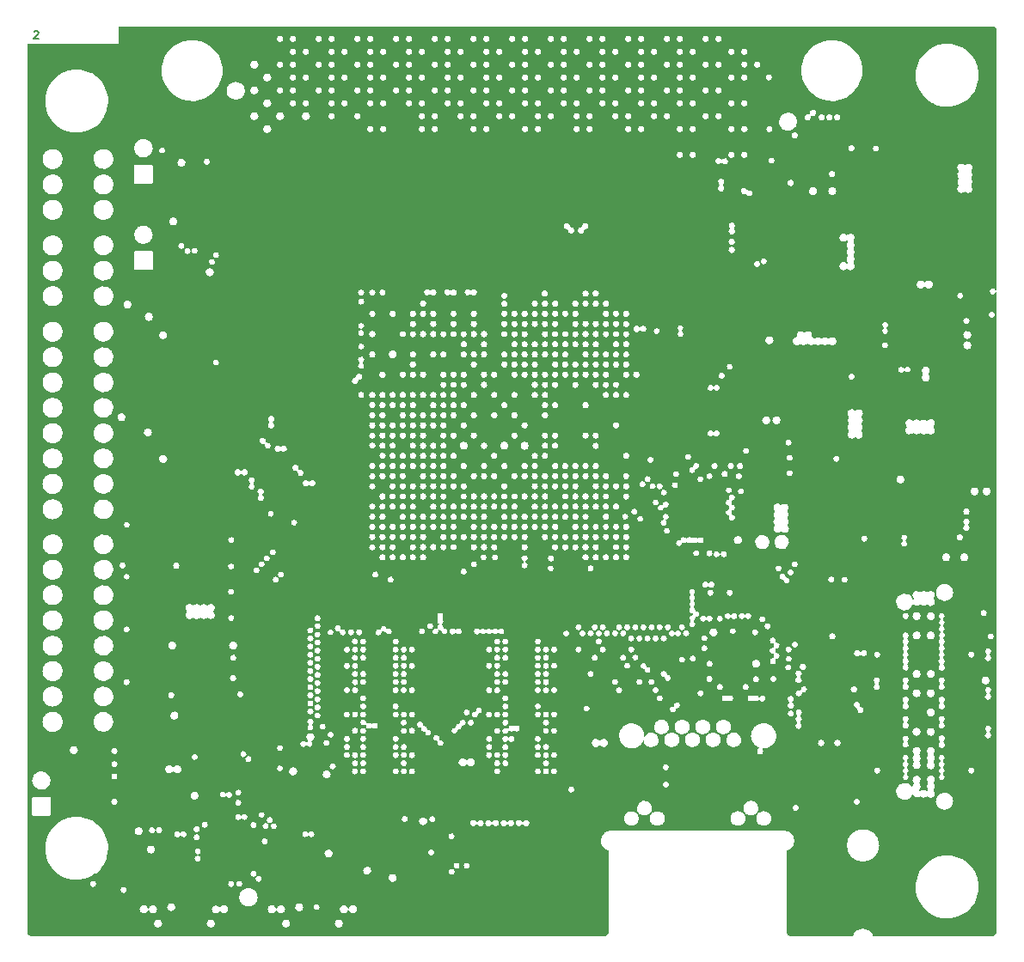
<source format=gbr>
*
%FSLAX26Y26*%
%MOIN*%
%ADD10C,0.006000*%
%ADD11R,0.062992X0.062992*%
%ADD12C,0.047244*%
%ADD13C,0.070000*%
%ADD14C,0.065000*%
%ADD15R,0.065000X0.065000*%
%ADD16R,0.029528X0.029528*%
%ADD17R,0.030709X0.030709*%
%ADD18R,0.050689X0.050689*%
%ADD19R,0.039370X0.039370*%
%ADD20R,0.049213X0.049213*%
%ADD21R,0.059055X0.059055*%
%ADD22R,0.031496X0.031496*%
%ADD23C,0.055118*%
%ADD24C,0.078740*%
%ADD25C,0.025000*%
%ADD26C,0.016000*%
%ADD27C,0.018000*%
%ADD28C,0.020000*%
%ADD29C,0.004000*%
%ADD30C,0.023874*%
%ADD31C,0.027811*%
%IPPOS*%
%LNciaa_acc-l2.gnd.gbr*%
%LPD*%
G75*
G54D10*
X01215838Y-01210838D02*
X01217267Y-01209409D01*
X01220124Y-01207981D01*
X01227267D01*
X01230124Y-01209409D01*
X01231552Y-01210838D01*
X01232981Y-01213695D01*
Y-01216552D01*
X01231552Y-01220838D01*
X01214409Y-01237981D01*
X01232981D01*
G54D11*
X03755900Y-03098400D03*
X03818900D03*
X03755900Y-03035400D03*
X03818900D03*
G54D12*
X03968700Y-03910500D03*
X03391654Y-04584882D02*
Y-04561260D01*
X04185748Y-04584882D02*
Y-04561260D01*
G54D13*
X02657500Y-04437000D03*
X03228300D03*
X03252000Y-04631900D03*
X02633900D03*
G54D14*
X01244100Y-04018100D03*
G54D15*
X02047200Y-04670900D03*
G54D16*
X02280500Y-04046253D02*
Y-04040347D01*
X02310000Y-04046253D02*
Y-04040347D01*
G54D17*
X04741294Y-03147100D02*
X04753106D01*
X04698794D02*
X04710606D01*
X04656294D02*
X04668106D01*
X04741294Y-03116400D02*
X04753106D01*
X04741294Y-03085700D02*
X04753106D01*
X04741294Y-03055000D02*
X04753106D01*
X04741294Y-03024300D02*
X04753106D01*
X04741294Y-02993600D02*
X04753106D01*
X04741294Y-02962900D02*
X04753106D01*
X04698794D02*
X04710606D01*
X04698794Y-02993600D02*
X04710606D01*
X04698794Y-03024300D02*
X04710606D01*
X04698794Y-03055000D02*
X04710606D01*
X04698794Y-03085700D02*
X04710606D01*
X04698794Y-03116400D02*
X04710606D01*
X04656294D02*
X04668106D01*
X04656294Y-03085700D02*
X04668106D01*
X04656294Y-03055000D02*
X04668106D01*
X04656294Y-03024300D02*
X04668106D01*
X04656294Y-02993600D02*
X04668106D01*
X04656294Y-02962900D02*
X04668106D01*
G54D18*
X04749300Y-02438200D03*
X04698600D03*
X04647900D03*
X04597200D03*
X04749300Y-02387500D03*
X04698600D03*
X04647900D03*
X04597200D03*
X04749300Y-02336900D03*
X04698600D03*
X04647900D03*
X04597200D03*
X04749300Y-02286200D03*
X04698600D03*
X04647900D03*
X04597200D03*
G54D19*
X04319700Y-03843721D02*
Y-03833879D01*
Y-03794521D02*
Y-03784679D01*
Y-03892921D02*
Y-03883079D01*
X04280300Y-03892921D02*
Y-03883079D01*
Y-03843721D02*
Y-03833879D01*
Y-03794521D02*
Y-03784679D01*
Y-03745321D02*
Y-03735479D01*
Y-03696121D02*
Y-03686279D01*
Y-03646921D02*
Y-03637079D01*
X04319700Y-03646921D02*
Y-03637079D01*
Y-03696121D02*
Y-03686279D01*
Y-03745321D02*
Y-03735479D01*
G54D20*
X01931100Y-04340600D03*
Y-04439000D03*
X02029500Y-04340600D03*
X01980300Y-04439000D03*
X01931100Y-04389800D03*
X01980300D03*
X02029500D03*
X01980300Y-04340600D03*
X02029500Y-04439000D03*
G54D19*
X03870100Y-02626000D03*
Y-02665400D03*
X03830700D03*
Y-02626000D03*
X03870100Y-02803100D03*
Y-02842500D03*
X03830700D03*
Y-02803100D03*
X04185000Y-02893700D03*
X04224400D03*
Y-02933100D03*
X04185000D03*
G54D11*
X04283500Y-03220500D03*
X04346500D03*
Y-03283500D03*
X04283500D03*
X04220500D03*
Y-03220500D03*
Y-03157500D03*
X04283500D03*
X04346500D03*
G54D21*
X03895500Y-03674500D03*
Y-03615500D03*
X03954500D03*
Y-03674500D03*
G54D22*
X04306500Y-01686500D03*
X04275000D03*
X04243500D03*
Y-01655000D03*
X04275000D03*
X04306500D03*
Y-01623500D03*
X04275000D03*
X04243500D03*
G54D23*
X04242992Y-04649528D02*
Y-04602283D01*
Y-04464488D02*
Y-04417244D01*
X04617008Y-04649528D02*
Y-04602283D01*
Y-04464488D02*
Y-04417244D01*
G54D24*
X04390630Y-04606220D02*
X04469370D01*
G54D25*
X01759800Y-03551200D03*
G54D26*
X02539400Y-04102400D03*
X03933100Y-03212600D03*
X04468500Y-03283500D03*
X03988200Y-03543300D03*
X01921300Y-02047200D03*
G54D25*
X04700800Y-01645700D03*
Y-01673200D03*
X04429100Y-01893700D03*
Y-01940900D03*
G54D26*
X04413400Y-02606300D03*
G54D25*
X04421300Y-02263800D03*
X04472400Y-02224400D03*
X04909400Y-02850400D03*
Y-02878000D03*
X04862200D03*
Y-02850400D03*
X04417300Y-02354300D03*
G54D26*
X04425200Y-02456700D03*
X04503900Y-02551200D03*
Y-02488200D03*
G54D25*
X04252000Y-02708700D03*
X04145700Y-02629900D03*
X04252000D03*
G54D26*
X04913400Y-02078700D03*
X04929100Y-02645700D03*
Y-02279500D03*
Y-02252000D03*
Y-02189000D03*
Y-02563000D03*
Y-02492100D03*
G54D25*
X04933100Y-02460600D03*
Y-02342500D03*
G54D26*
X04225000Y-04135000D03*
G54D25*
X01417300Y-01870100D03*
Y-02204700D03*
G54D26*
X01716500Y-01622000D03*
X04935000Y-03685000D03*
X04735000Y-03705000D03*
X04850000D03*
X04735000Y-03780000D03*
X04850000D03*
Y-03855000D03*
X04735000D03*
X04850000Y-03930000D03*
X04735000D03*
X04850000Y-04005000D03*
X04735000D03*
X04595000D03*
X04485000D03*
X04595000Y-03930000D03*
X04485000D03*
G54D25*
X04615000Y-03855000D03*
G54D27*
X04595000Y-03780000D03*
X04485000D03*
X04595000Y-03705000D03*
X04485000D03*
G54D26*
X04925200Y-03535400D03*
G54D25*
X01771700Y-03728300D03*
X01988200Y-03685000D03*
G54D26*
X02866100Y-04334600D03*
G54D25*
X02685000Y-04275600D03*
G54D26*
X02783500Y-04267700D03*
X02815000Y-04448800D03*
X01444900Y-04665400D03*
X01539400D03*
G54D25*
X01370100Y-04200800D03*
Y-04102400D03*
Y-04051200D03*
X02019700Y-03854300D03*
G54D26*
X02248000Y-04452800D03*
X01527600Y-04354300D03*
G54D25*
X01696900Y-04358300D03*
X01535400Y-04484300D03*
X01696900Y-04476400D03*
G54D26*
X01586600Y-04291300D03*
X01958100Y-04020700D03*
G54D25*
X01740200Y-03940900D03*
X01771700D03*
X02216500Y-04389800D03*
X01850400Y-04610200D03*
X01980300Y-03129900D03*
G54D26*
X01712600Y-03354300D03*
X01807100Y-03385800D03*
X01917300Y-03208700D03*
X01653500Y-03228300D03*
X01811000Y-03208700D03*
X01767700Y-02661400D03*
Y-03126000D03*
X01917300Y-02173200D03*
X01921300Y-02464600D03*
G54D25*
X01708700Y-02173200D03*
X01834600Y-01720500D03*
G54D27*
X03716500Y-02862200D03*
G54D26*
X04307100Y-04019700D03*
X04083085Y-03992581D03*
X04090600Y-04224400D03*
X03901600Y-04133900D03*
X04185000Y-03940900D03*
G54D25*
X04850400Y-01590600D03*
X04527600D03*
X04850400Y-02047200D03*
X04527600D03*
X04704700Y-01909400D03*
X04476400Y-04200800D03*
X04181100Y-01972400D03*
X04220500D03*
X04145700Y-02708700D03*
X02909400Y-04094500D03*
X02878000D03*
G54D26*
X02846500Y-03980300D03*
X03425200Y-03838600D03*
X03393700D03*
G54D25*
Y-04019700D03*
X03425200D03*
G54D26*
X02385800Y-04003900D03*
X02169300Y-03748000D03*
Y-03543300D03*
Y-03874000D03*
X02334600Y-03940900D03*
G54D25*
X02200800Y-04492100D03*
X02149600D03*
G54D26*
X02539400Y-04527600D03*
G54D25*
X02444900Y-04468500D03*
X02346500Y-04610200D03*
G54D27*
X03661400Y-02862200D03*
X03689000D03*
G54D25*
X04165400Y-03559100D03*
X04271700Y-03456700D03*
X04307100D03*
X04413400Y-03559100D03*
X04452800Y-03456700D03*
G54D26*
X03692900Y-03177200D03*
X02063000Y-03043300D03*
G54D27*
X02960600Y-02622000D03*
X03118100Y-03055100D03*
X02881900Y-02937000D03*
G54D25*
X02921300Y-02897600D03*
Y-02818900D03*
G54D27*
X02566900Y-02464600D03*
X02606300Y-02425200D03*
G54D26*
X02460600Y-03893700D03*
G54D25*
X03078700Y-02897600D03*
G54D27*
X03039400Y-02937000D03*
G54D25*
X03078700Y-02818900D03*
G54D27*
X02803100Y-02425200D03*
X02960600Y-02740200D03*
X03472400Y-02858300D03*
X03000000Y-02740200D03*
X03078700D03*
X03039400Y-02779500D03*
X03157500Y-02818900D03*
G54D26*
X04185000Y-03066900D03*
G54D27*
X03110200Y-04346500D03*
X03051200D03*
X02992100D03*
X02933100D03*
G54D26*
X03944900Y-03066900D03*
X04421300Y-03315000D03*
X03673200Y-03744100D03*
X04105000Y-03680000D03*
X03730000Y-03790000D03*
X04040000Y-03850000D03*
X03765000Y-03800000D03*
X03875000Y-03390000D03*
G54D27*
X02606300Y-03094500D03*
X02527600Y-03252000D03*
X02645700Y-03212600D03*
X03236200Y-03015700D03*
X03511800Y-03055100D03*
X03393700Y-03094500D03*
X03433100Y-03212600D03*
X02842500Y-03015700D03*
G54D26*
X03448800Y-03610200D03*
X02763800Y-03173200D03*
G54D27*
X02881900Y-03133900D03*
X03000000Y-03094500D03*
X02921300Y-03252000D03*
X03039400Y-03212600D03*
X03275600Y-03133900D03*
X03157500Y-03173200D03*
X03295300Y-03255900D03*
G54D26*
X02980300Y-03830700D03*
X03232300Y-03578700D03*
Y-03641700D03*
Y-03704700D03*
X02980300Y-03578700D03*
Y-03641700D03*
Y-03704700D03*
X03200800Y-03830700D03*
X03232300Y-03893700D03*
Y-03956700D03*
X03200800D03*
X03232300Y-03988200D03*
X03169300Y-04051200D03*
X03232300D03*
X02980300Y-04082700D03*
Y-04051200D03*
X03011800Y-03988200D03*
Y-03956700D03*
X02980300Y-03925200D03*
X03011800Y-03893700D03*
X02980300D03*
X02429100Y-03830700D03*
X02681100Y-03578700D03*
Y-03641700D03*
Y-03704700D03*
X02649600Y-03830700D03*
X02618100Y-04051200D03*
X02681100Y-03988200D03*
X02649600Y-03956700D03*
X02681100D03*
Y-03893700D03*
Y-04051200D03*
X02429100Y-03578700D03*
Y-03641700D03*
Y-03704700D03*
Y-03893700D03*
Y-03925200D03*
Y-04082700D03*
Y-04051200D03*
X02460600Y-03956700D03*
Y-03988200D03*
G54D27*
X02370000Y-01640000D03*
X03000000Y-02976400D03*
X03354300D03*
X03472400Y-02937000D03*
X02842500Y-02897600D03*
X03000000D03*
X03196900D03*
X03315000Y-02858300D03*
X03039400D03*
X02881900D03*
X02842500Y-02818900D03*
X03000000D03*
X02881900Y-02779500D03*
X02842500Y-02740200D03*
X02921300D03*
X03275600D03*
X03393700Y-02700800D03*
X03118100D03*
X03039400D03*
X02960600D03*
X02881900D03*
X03078700Y-02661400D03*
X02921300D03*
X02645700Y-02346500D03*
X02724400D03*
X02803100D03*
X02566900D03*
X02527600Y-02267700D03*
X02606300D03*
X02685000D03*
X02763800D03*
X02842500D03*
X03511800Y-02661400D03*
X02881900Y-02346500D03*
X02960600D03*
X02921300Y-02267700D03*
X03000000D03*
Y-02307100D03*
Y-02346500D03*
Y-02385800D03*
Y-02425200D03*
X02921300D03*
X02763800D03*
X02685000D03*
X02527600D03*
X02763800Y-02543300D03*
X02645700Y-02503900D03*
X02724400D03*
X02763800D03*
X02803100D03*
X02842500D03*
X02881900D03*
X02960600D03*
X02881900Y-02622000D03*
X03000000Y-02582700D03*
X03236200Y-02622000D03*
X03039400D03*
X03118100D03*
X03078700Y-02582700D03*
X03354300D03*
X03000000Y-02503900D03*
Y-02464600D03*
X03196900Y-02503900D03*
X03472400Y-02543300D03*
X03433100Y-02425200D03*
X03315000Y-02464600D03*
X03039400Y-02425200D03*
X03157500Y-02385800D03*
X03275600Y-02346500D03*
X03393700Y-02307100D03*
X03511800Y-02267700D03*
X03118100D03*
X02763800Y-02582700D03*
X02724400D03*
X02685000D03*
X02645700D03*
X02606300D03*
X02566900D03*
X02527600D03*
X02685000Y-02937000D03*
X02724400Y-03055100D03*
X02566900Y-02976400D03*
X02763800Y-02779500D03*
X02527600Y-02858300D03*
X02645700Y-02818900D03*
X02724400Y-02661400D03*
X02606300Y-02700800D03*
X03870000Y-01590000D03*
X03420000Y-01690000D03*
X03470000D03*
X02420000D03*
X03670000Y-01290000D03*
X02120000Y-01240000D03*
X02270000D03*
X02420000D03*
X02570000D03*
X02720000D03*
X02870000D03*
X03020000D03*
X03170000D03*
X03320000D03*
X03470000D03*
X03620000D03*
X03770000D03*
X02070000Y-01690000D03*
X02220000D03*
X02270000D03*
X02470000D03*
X02620000D03*
X02670000D03*
X02820000D03*
X02870000D03*
X03020000D03*
X03070000D03*
X03270000D03*
X03620000D03*
X03670000D03*
X03820000D03*
X03870000D03*
X04020000D03*
X03970000Y-01640000D03*
X03920000D03*
X03770000D03*
X03720000D03*
X03570000D03*
X03520000D03*
X03370000D03*
X03320000D03*
X03170000D03*
X03120000D03*
X02970000D03*
X02920000D03*
X02770000D03*
X02720000D03*
X02570000D03*
X02520000D03*
X02320000D03*
X02170000D03*
X02120000D03*
X02070000Y-01590000D03*
X02170000D03*
X02270000D03*
X02370000D03*
X02420000D03*
X02470000D03*
X02620000D03*
X02670000D03*
X02820000D03*
X02870000D03*
X03020000D03*
X03070000D03*
X03220000D03*
X03270000D03*
X03420000D03*
X03470000D03*
X03620000D03*
X03670000D03*
X03820000D03*
X04020000D03*
X03970000Y-01540000D03*
X03920000D03*
X03770000D03*
X03720000D03*
X03570000D03*
X03420000D03*
X03270000D03*
X03120000D03*
X02970000D03*
X02820000D03*
X02670000D03*
X02320000D03*
X02220000D03*
X02120000D03*
X02070000Y-01490000D03*
X02170000D03*
X02320000D03*
X02470000D03*
X02620000D03*
X02770000D03*
X02920000D03*
X03070000D03*
X03220000D03*
X03370000D03*
X03520000D03*
X03670000D03*
X03820000D03*
X03870000D03*
X04020000D03*
X03970000Y-01440000D03*
X03920000D03*
X03770000D03*
X03320000D03*
X03170000D03*
X03020000D03*
X02870000D03*
X02720000D03*
X02570000D03*
X02420000D03*
X02270000D03*
X02120000D03*
X02070000Y-01390000D03*
X02170000D03*
X02320000D03*
X02470000D03*
X02620000D03*
X02770000D03*
X02920000D03*
X03070000D03*
X03220000D03*
X03370000D03*
X03520000D03*
X03670000D03*
X03470000Y-01440000D03*
X03620000D03*
X03820000Y-01390000D03*
X03870000D03*
X04020000D03*
X03920000Y-01340000D03*
X03770000D03*
X03620000D03*
X03470000D03*
X03320000D03*
X03170000D03*
X03020000D03*
X02870000D03*
X02720000D03*
X02570000D03*
X02420000D03*
X02270000D03*
X02120000D03*
X02070000Y-01290000D03*
X02170000D03*
X02320000D03*
X02470000D03*
X02620000D03*
X02770000D03*
X02920000D03*
X03070000D03*
X03220000D03*
X03370000D03*
X03520000D03*
X03820000D03*
X03870000D03*
X04020000D03*
X03970000Y-01240000D03*
X03920000D03*
X03039400Y-02740200D03*
G36*
X01187658Y-01261716D02*
G02X01189466Y-01259516I00002396J-00000126D01*
G01X01542907Y-01259416D01*
X01542908Y-01240002D01*
X02157366D01*
G03X02182614Y-01240002I00012624J00000000D01*
G01X02207366D01*
G03X02232614Y-01240002I00012624J00000000D01*
G01X02307366D01*
G03X02332614Y-01240002I00012624J00000000D01*
G01X02357366D01*
G03X02382614Y-01240002I00012624J00000000D01*
G01X02457366D01*
G03X02482614Y-01240002I00012624J00000000D01*
G01X02507366D01*
G03X02532614Y-01240002I00012624J00000000D01*
G01X02607366D01*
G03X02632614Y-01240002I00012624J00000000D01*
G01X02657366D01*
G03X02682614Y-01240002I00012624J00000000D01*
G01X02757366D01*
G03X02782614Y-01240002I00012624J00000000D01*
G01X02807366D01*
G03X02832614Y-01240002I00012624J00000000D01*
G01X02907366D01*
G03X02932614Y-01240002I00012624J00000000D01*
G01X02957366D01*
G03X02982614Y-01240002I00012624J00000000D01*
G01X03057366D01*
G03X03082614Y-01240002I00012624J00000000D01*
G01X03107366D01*
G03X03132614Y-01240002I00012624J00000000D01*
G01X03207366D01*
G03X03232614Y-01240002I00012624J00000000D01*
G01X03257366D01*
G03X03282614Y-01240002I00012624J00000000D01*
G01X03357366D01*
G03X03382614Y-01240002I00012624J00000000D01*
G01X03407366D01*
G03X03432614Y-01240002I00012624J00000000D01*
G01X03507366D01*
G03X03532614Y-01240002I00012624J00000000D01*
G01X03557366D01*
G03X03582614Y-01240002I00012624J00000000D01*
G01X03657366D01*
G03X03682614Y-01240002I00012624J00000000D01*
G01X03707366D01*
G03X03732614Y-01240002I00012624J00000000D01*
G01X03807366D01*
G03X03832614Y-01240002I00012624J00000000D01*
G01X03857366D01*
G03X03882614Y-01240002I00012624J00000000D01*
G01X04949742D01*
X04949740Y-01369116D01*
X04878004D01*
X04873363Y-01345716D01*
X04864295Y-01323716D01*
X04851081Y-01303816D01*
X04834302Y-01286916D01*
X04814453Y-01273516D01*
X04792567Y-01264316D01*
X04769292Y-01259516D01*
X04745238Y-01259307D01*
X04721677Y-01263816D01*
X04699649Y-01272716D01*
X04679639Y-01285816D01*
X04662595Y-01302516D01*
X04649114Y-01322216D01*
X04639728Y-01344116D01*
X04638200Y-01351316D01*
X04427054D01*
X04422555Y-01328616D01*
X04413775Y-01307316D01*
X04401022Y-01288116D01*
X04384753Y-01271716D01*
X04365647Y-01258816D01*
X04344285Y-01249816D01*
X04321887Y-01245216D01*
X04298579Y-01245007D01*
X04275961Y-01249316D01*
X04254406Y-01258016D01*
X04235151Y-01270616D01*
X04218607Y-01286816D01*
X04216426Y-01290002D01*
X03982614D01*
G03X03957366Y-01290002I-00012624J00000000D01*
G01X03932614D01*
G03X03907366Y-01290002I-00012624J00000000D01*
G01X03782614D01*
G03X03757366Y-01290002I-00012624J00000000D01*
G01X03732614D01*
G03X03707366Y-01290002I-00012624J00000000D01*
G01X03632614D01*
G03X03607366Y-01290002I-00012624J00000000D01*
G01X03582614D01*
G03X03557366Y-01290002I-00012624J00000000D01*
G01X03482614D01*
G03X03457366Y-01290002I-00012624J00000000D01*
G01X03432614D01*
G03X03407366Y-01290002I-00012624J00000000D01*
G01X03332614D01*
G03X03307366Y-01290002I-00012624J00000000D01*
G01X03282614D01*
G03X03257366Y-01290002I-00012624J00000000D01*
G01X03182614D01*
G03X03157366Y-01290002I-00012624J00000000D01*
G01X03132614D01*
G03X03107366Y-01290002I-00012624J00000000D01*
G01X03032614D01*
G03X03007366Y-01290002I-00012624J00000000D01*
G01X02982614D01*
G03X02957366Y-01290002I-00012624J00000000D01*
G01X02882614D01*
G03X02857366Y-01290002I-00012624J00000000D01*
G01X02832614D01*
G03X02807366Y-01290002I-00012624J00000000D01*
G01X02732614D01*
G03X02707366Y-01290002I-00012624J00000000D01*
G01X02682614D01*
G03X02657366Y-01290002I-00012624J00000000D01*
G01X02582614D01*
G03X02557366Y-01290002I-00012624J00000000D01*
G01X02532614D01*
G03X02507366Y-01290002I-00012624J00000000D01*
G01X02432614D01*
G03X02407366Y-01290002I-00012624J00000000D01*
G01X02382614D01*
G03X02357366Y-01290002I-00012624J00000000D01*
G01X02282614D01*
G03X02257366Y-01290002I-00012624J00000000D01*
G01X02232614D01*
G03X02207366Y-01290002I-00012624J00000000D01*
G01X01921905D01*
X01920652Y-01288116D01*
X01904383Y-01271716D01*
X01885276Y-01258816D01*
X01863915Y-01249816D01*
X01841517Y-01245216D01*
X01818209Y-01245007D01*
X01795591Y-01249316D01*
X01774036Y-01258016D01*
X01754781Y-01270616D01*
X01738237Y-01286816D01*
X01725228Y-01305816D01*
X01716098Y-01327116D01*
X01711303Y-01349716D01*
X01710982Y-01372716D01*
X01437353D01*
X01417371Y-01364316D01*
X01394095Y-01359516D01*
X01370041Y-01359307D01*
X01346480Y-01363816D01*
X01324453Y-01372716D01*
X01304443Y-01385816D01*
X01287398Y-01402516D01*
X01273917Y-01422216D01*
X01264531Y-01444116D01*
X01259565Y-01467516D01*
X01259232Y-01491316D01*
X01187661D01*
X01187658Y-01261716D01*
G37*
G36*
X01187661Y-01491316D02*
X01259232D01*
X01263542Y-01514816D01*
X01272334Y-01537016D01*
X01285224Y-01557016D01*
X01301816Y-01574216D01*
X01321374Y-01587816D01*
X01321565Y-01587916D01*
X01343310Y-01597416D01*
X01366506Y-01602516D01*
X01390430Y-01603040D01*
X01413880Y-01598916D01*
X01436322Y-01590216D01*
X01436648Y-01590009D01*
X02103859D01*
G03X02136117Y-01590009I00016129J00000000D01*
G01X02507366D01*
G03X02532614Y-01590002I00012624J00000007D01*
G01X02557366D01*
G03X02582614Y-01590002I00012624J00000000D01*
G01X02707366D01*
G03X02732614Y-01590002I00012624J00000000D01*
G01X02757366D01*
G03X02782614Y-01590002I00012624J00000000D01*
G01X02907366D01*
G03X02932614Y-01590002I00012624J00000000D01*
G01X02957366D01*
G03X02982614Y-01590002I00012624J00000000D01*
G01X03107366D01*
G03X03132614Y-01590002I00012624J00000000D01*
G01X03157366D01*
G03X03182614Y-01590002I00012624J00000000D01*
G01X03307366D01*
G03X03332614Y-01590002I00012624J00000000D01*
G01X03357366D01*
G03X03382614Y-01590002I00012624J00000000D01*
G01X03507366D01*
G03X03532614Y-01590002I00012624J00000000D01*
G01X03557366D01*
G03X03582614Y-01590002I00012624J00000000D01*
G01X03707366D01*
G03X03732614Y-01590002I00012624J00000000D01*
G01X03757366D01*
G03X03782614Y-01590002I00012624J00000000D01*
G01X03907366D01*
G03X03932614Y-01590002I00012624J00000000D01*
G01X03957366D01*
G03X03982602Y-01590566I00012624J00000000D01*
G01X04054897D01*
G03X04078903Y-01590566I00012003J00000000D01*
G01X04118390D01*
G03X04174853Y-01561616I00020810J00028950D01*
G01X04949738D01*
X04949737Y-01615002D01*
X04177614D01*
G03X04152366Y-01615002I-00012624J00000000D01*
G01X01187663D01*
X01187661Y-01491316D01*
G37*
G36*
X01187663Y-01615002D02*
X04152366D01*
G03X04177614Y-01615002I00012624J00000000D01*
G01X04949737D01*
X04949737Y-01665366D01*
X04492303D01*
G03X04468302Y-01665002I-00012003J00000000D01*
G01X04397614D01*
G03X04372366Y-01665002I-00012624J00000000D01*
G01X01721399D01*
G03X01703784Y-01665020I-00008799J-00008164D01*
G01X01676211D01*
G03X01603789Y-01665020I-00036211J00000000D01*
G01X01187663D01*
X01187663Y-01615002D01*
G37*
G36*
X01187663Y-01665020D02*
X01603789D01*
G03X01666214Y-01690002I00036211J00000000D01*
G01X03707366D01*
G03X03732614Y-01690002I00012624J00000000D01*
G01X03757366D01*
G03X03782614Y-01690002I00012624J00000000D01*
G01X03907366D01*
G03X03932614Y-01690002I00012624J00000000D01*
G01X03957366D01*
G03X03982614Y-01690002I00012624J00000000D01*
G01X04949737D01*
X04949736Y-01712566D01*
X04086803D01*
G03X04062797Y-01712566I-00012003J00000000D01*
G01X03907435D01*
G03X03885009Y-01707316I-00012398J-00002435D01*
G02X03880557Y-01708116I-00002429J00000728D01*
G03X03857350Y-01715004I-00010581J-00006888D01*
G01X01897714D01*
G03X01873797Y-01716466I-00011914J-00001462D01*
G01X01802993D01*
G03X01779165Y-01706616I-00015603J-00004000D01*
G01X01524034D01*
G03X01445913Y-01706616I-00039061J00000000D01*
G01X01327184D01*
G03X01249063Y-01706616I-00039061J00000000D01*
G01X01187664D01*
X01187663Y-01665020D01*
G37*
G36*
X01187664Y-01706616D02*
X01249063D01*
G03X01327184Y-01706616I00039061J00000000D01*
G01X01445913D01*
G03X01514160Y-01732575I00039061J00000000D01*
G01X01603870D01*
G03X01603871Y-01732616I00003704J00000000D01*
G01X01603871Y-01797416D01*
X01604142Y-01798816D01*
X01604927Y-01800016D01*
X01606083Y-01800816D01*
X01606665Y-01801016D01*
X01607257Y-01801116D01*
X01672737D01*
X01673334Y-01801016D01*
X01673916Y-01800816D01*
X01675073Y-01800016D01*
X01675858Y-01798816D01*
X01676130Y-01797416D01*
X03867602D01*
G03X03872345Y-01805016I00012398J00002457D01*
G01X01524034D01*
G03X01445913Y-01805016I-00039061J00000000D01*
G01X01327184D01*
G03X01249063Y-01805016I-00039061J00000000D01*
G01X01187665D01*
X01187664Y-01706616D01*
G37*
G36*
X01187665Y-01805016D02*
X01249063D01*
G03X01327184Y-01805016I00039061J00000000D01*
G01X01445913D01*
G03X01524034Y-01805016I00039061J00000000D01*
G01X03872345D01*
G02X03873152Y-01809416I-00000657J-00002394D01*
G03X03886722Y-01830721I00006843J-00010616D01*
G01X03955821D01*
G03X03973287Y-01842416I00012648J00000000D01*
G02X03977084Y-01843216I00001589J-00001870D01*
G03X04001597Y-01838878I00011873J00004338D01*
G01X04222293D01*
G03X04252339Y-01830720I00013916J00008158D01*
G01X04294881D01*
G03X04327143Y-01830720I00016131J00000000D01*
G01X04796919D01*
G03X04822403Y-01834316I00014105J00007859D01*
G02X04826513Y-01833516I00002322J-00000972D01*
G03X04850084Y-01811516I00012074J00010691D01*
G02X04849189Y-01807416I00000903J00002345D01*
G03X04849940Y-01783816I-00010610J00012149D01*
G02X04849228Y-01779816I00001033J00002247D01*
G03X04849999Y-01756316I-00010645J00012112D01*
G02X04849268Y-01752216I00000977J00002289D01*
G03X04854727Y-01740121I-00010671J00012095D01*
G01X04949736D01*
X04949734Y-01903451D01*
X01524052D01*
G03X01445895Y-01903451I-00039078J00000000D01*
G01X01327201D01*
G03X01249045Y-01903451I-00039078J00000000D01*
G01X01187666D01*
X01187665Y-01805016D01*
G37*
G36*
X01187666Y-01903451D02*
X01249045D01*
G03X01327201Y-01903451I00039078J00000000D01*
G01X01445895D01*
G03X01524052Y-01903451I00039078J00000000D01*
G01X04949734D01*
X04949733Y-01948832D01*
X01772019D01*
G03X01739769Y-01948832I-00016125J00000000D01*
G01X01187667D01*
X01187666Y-01903451D01*
G37*
G36*
X01187667Y-01948832D02*
X01739769D01*
G03X01772019Y-01948832I00016125J00000000D01*
G01X04949733D01*
X04949733Y-01964578D01*
X03933960D01*
G03X03908790Y-01966408I-00012651J00000000D01*
G01X03366258D01*
G03X03341044Y-01967616I-00012636J00000000D01*
G02X03338298Y-01971116I-00002222J-00001084D01*
G03X03323762Y-01983603I-00001905J-00012487D01*
G01X03311231D01*
G03X03296757Y-01971116I-00012637J-00000016D01*
G02X03293869Y-01968516I-00000499J00002349D01*
G03X03268767Y-01966370I-00012459J00002146D01*
G01X01653374D01*
G03X01603789Y-02000020I-00013374J-00033651D01*
G01X01187668D01*
X01187667Y-01948832D01*
G37*
G36*
X01187668Y-02000020D02*
X01603789D01*
G03X01663505Y-02027566I00036211J00000000D01*
G01X03908644D01*
G03X03933856Y-02027566I00012606J00000000D01*
G01X04350542D01*
G03X04365788Y-02023216I00003756J00015727D01*
G02X04369739Y-02022416I00002324J-00001323D01*
G01X04371291Y-02024016D01*
G02X04371187Y-02027316I-00001793J-00001595D01*
G03X04366225Y-02043266I00010703J-00012076D01*
G01X01799403D01*
G03X01775511Y-02041616I-00012003J00000000D01*
G01X01524034D01*
G03X01445913Y-02041616I-00039061J00000000D01*
G01X01327184D01*
G03X01249063Y-02041616I-00039061J00000000D01*
G01X01187668D01*
X01187668Y-02000020D01*
G37*
G36*
X01187668Y-02041616D02*
X01249063D01*
G03X01327184Y-02041616I00039061J00000000D01*
G01X01445913D01*
G03X01514160Y-02067575I00039061J00000000D01*
G01X01603870D01*
G03X01603871Y-02067616I00003704J00000000D01*
G01X01603871Y-02132416D01*
X01604142Y-02133816D01*
X01604927Y-02135016D01*
X01606083Y-02135816D01*
X01606665Y-02136016D01*
X01607257Y-02136116D01*
X01672737D01*
X01673334Y-02136016D01*
X01673916Y-02135816D01*
X01675073Y-02135016D01*
X01675858Y-02133816D01*
X01676130Y-02132416D01*
X01888466D01*
G03X01882542Y-02140016I00009160J-00013250D01*
G01X01524034D01*
G03X01445913Y-02140016I-00039061J00000000D01*
G01X01327184D01*
G03X01249063Y-02140016I-00039061J00000000D01*
G01X01187669D01*
X01187668Y-02041616D01*
G37*
G36*
X01187669Y-02140016D02*
X01249063D01*
G03X01327184Y-02140016I00039061J00000000D01*
G01X01445913D01*
G03X01523623Y-02145666I00039061J00000000D01*
G01X01881518D01*
G03X01913734Y-02145666I00016108J00000000D01*
G01X04949731D01*
X04949731Y-02192905D01*
X04701256D01*
G03X04671275Y-02184516I-00016164J00000000D01*
G02X04667366Y-02184616I-00001989J00001294D01*
G03X04637362Y-02192930I-00013850J-00008314D01*
G01X01187670D01*
X01187669Y-02140016D01*
G37*
G36*
X01187670Y-02192930D02*
X04637362D01*
G03X04667323Y-02201316I00016154J00000000D01*
G02X04671228Y-02201216I00001987J-00001285D01*
G03X04701256Y-02192905I00013864J00008311D01*
G01X04949731D01*
X04949730Y-02220466D01*
X04945103D01*
G03X04921097Y-02220466I-00012003J00000000D01*
G01X03403515D01*
G03X03381085Y-02228366I-00009824J-00007900D01*
G01X03366927D01*
G03X03341715Y-02228366I-00012606J00000000D01*
G01X03208882D01*
G03X03183670Y-02228366I-00012606J00000000D01*
G01X03049184D01*
G03X03034991Y-02224442I-00009824J-00007900D01*
G01X02933904D01*
G03X02911314Y-02216616I-00012651J00000000D01*
G02X02907602Y-02216616I-00001856J00001566D01*
G03X02884986Y-02224391I-00009971J-00007775D01*
G01X02855164D01*
G03X02832574Y-02216616I-00012650J-00000050D01*
G02X02828861Y-02216616I-00001856J00001566D01*
G03X02806245Y-02224391I-00009971J-00007775D01*
G01X02776424D01*
G03X02753834Y-02216616I-00012650J-00000050D01*
G02X02750121Y-02216616I-00001856J00001566D01*
G03X02727505Y-02224366I-00009971J-00007775D01*
G01X02578903D01*
G03X02554897Y-02224366I-00012003J00000000D01*
G01X02539603D01*
G03X02515597Y-02224366I-00012003J00000000D01*
G01X02496303D01*
G03X02472297Y-02224366I-00012003J00000000D01*
G01X01521425D01*
G03X01445895Y-02238451I-00036451J-00014085D01*
G01X01327201D01*
G03X01249045Y-02238451I-00039078J00000000D01*
G01X01187670D01*
X01187670Y-02192930D01*
G37*
G36*
X01187670Y-02238451D02*
X01249045D01*
G03X01327201Y-02238451I00039078J00000000D01*
G01X01445895D01*
G03X01505562Y-02271666I00039078J00000000D01*
G01X01562621D01*
G03X01594836Y-02271666I00016108J00000000D01*
G01X02482731D01*
G03X02493280Y-02267730I00001569J00011900D01*
G01X02711776D01*
G03X02737024Y-02267730I00012624J00000000D01*
G01X03026737D01*
G03X03051984Y-02267730I00012624J00000000D01*
G01X03144847D01*
G03X03170095Y-02267730I00012624J00000000D01*
G01X03184217D01*
G03X03209465Y-02267730I00012624J00000000D01*
G01X03223587D01*
G03X03248835Y-02267730I00012624J00000000D01*
G01X03302327D01*
G03X03327575Y-02267730I00012624J00000000D01*
G01X03341697D01*
G03X03366945Y-02267730I00012624J00000000D01*
G01X03381067D01*
G03X03406315Y-02267730I00012624J00000000D01*
G01X03420437D01*
G03X03445685Y-02267730I00012624J00000000D01*
G01X04949730D01*
X04949729Y-02310966D01*
X04941103D01*
G03X04917748Y-02307066I-00012003J00000000D01*
G01X03524407D01*
G03X03499195Y-02307066I-00012606J00000000D01*
G01X03485037D01*
G03X03459825Y-02307066I-00012606J00000000D01*
G01X03445667D01*
G03X03420455Y-02307066I-00012606J00000000D01*
G01X03327557D01*
G03X03302345Y-02307066I-00012606J00000000D01*
G01X03288187D01*
G03X03262975Y-02307066I-00012606J00000000D01*
G01X03248817D01*
G03X03223605Y-02307066I-00012606J00000000D01*
G01X03209447D01*
G03X03184235Y-02307066I-00012606J00000000D01*
G01X03170077D01*
G03X03144865Y-02307066I-00012606J00000000D01*
G01X03130707D01*
G03X03105495Y-02307066I-00012606J00000000D01*
G01X03091337D01*
G03X03066125Y-02307066I-00012606J00000000D01*
G01X03051966D01*
G03X03026754Y-02307066I-00012606J00000000D01*
G01X02933856D01*
G03X02908644Y-02307066I-00012606J00000000D01*
G01X02855116D01*
G03X02829904Y-02307066I-00012606J00000000D01*
G01X02776376D01*
G03X02751164Y-02307066I-00012606J00000000D01*
G01X02737006D01*
G03X02711794Y-02307066I-00012606J00000000D01*
G01X02697636D01*
G03X02672424Y-02307066I-00012606J00000000D01*
G01X02618896D01*
G03X02593684Y-02307066I-00012606J00000000D01*
G01X02540155D01*
G03X02514943Y-02307066I-00012606J00000000D01*
G01X01672356D01*
G03X01645278Y-02318906I-00010951J-00011840D01*
G01X01187671D01*
X01187670Y-02238451D01*
G37*
G36*
X01187671Y-02318906D02*
X01645278D01*
G03X01677533Y-02318906I00016128J00000000D01*
G01X02523223D01*
G03X02540155Y-02307066I00004327J00011840D01*
G01X02593684D01*
G03X02618896Y-02307066I00012606J00000000D01*
G01X02672424D01*
G03X02697636Y-02307066I00012606J00000000D01*
G01X02711794D01*
G03X02737006Y-02307066I00012606J00000000D01*
G01X02751164D01*
G03X02776376Y-02307066I00012606J00000000D01*
G01X02829904D01*
G03X02855116Y-02307066I00012606J00000000D01*
G01X02908644D01*
G03X02933856Y-02307066I00012606J00000000D01*
G01X03026754D01*
G03X03051966Y-02307066I00012606J00000000D01*
G01X03066125D01*
G03X03091337Y-02307066I00012606J00000000D01*
G01X03105495D01*
G03X03130707Y-02307066I00012606J00000000D01*
G01X03144865D01*
G03X03170077Y-02307066I00012606J00000000D01*
G01X03184235D01*
G03X03209447Y-02307066I00012606J00000000D01*
G01X03223605D01*
G03X03248817Y-02307066I00012606J00000000D01*
G01X03262975D01*
G03X03288187Y-02307066I00012606J00000000D01*
G01X03302345D01*
G03X03327557Y-02307066I00012606J00000000D01*
G01X03420455D01*
G03X03445667Y-02307066I00012606J00000000D01*
G01X03459825D01*
G03X03485037Y-02307066I00012606J00000000D01*
G01X03499195D01*
G03X03523789Y-02310966I00012606J00000000D01*
G01X04917097D01*
G03X04941103Y-02310966I00012003J00000000D01*
G01X04949729D01*
X04949729Y-02334566D01*
X04842703D01*
G03X04818697Y-02334566I-00012003J00000000D01*
G01X03515961D01*
G03X03499195Y-02346466I-00004159J-00011900D01*
G01X03485037D01*
G03X03459825Y-02346466I-00012606J00000000D01*
G01X03445667D01*
G03X03420455Y-02346466I-00012606J00000000D01*
G01X03406297D01*
G03X03381085Y-02346466I-00012606J00000000D01*
G01X03366927D01*
G03X03341715Y-02346466I-00012606J00000000D01*
G01X03327557D01*
G03X03302345Y-02346466I-00012606J00000000D01*
G01X03248817D01*
G03X03223605Y-02346466I-00012606J00000000D01*
G01X03209447D01*
G03X03184235Y-02346466I-00012606J00000000D01*
G01X03170077D01*
G03X03144865Y-02346466I-00012606J00000000D01*
G01X03130707D01*
G03X03105495Y-02346466I-00012606J00000000D01*
G01X03091337D01*
G03X03066125Y-02346466I-00012606J00000000D01*
G01X03051966D01*
G03X03026754Y-02346466I-00012606J00000000D01*
G01X02933856D01*
G03X02908644Y-02346466I-00012606J00000000D01*
G01X02855116D01*
G03X02829904Y-02346466I-00012606J00000000D01*
G01X02776376D01*
G03X02751164Y-02346466I-00012606J00000000D01*
G01X02697636D01*
G03X02672424Y-02346466I-00012606J00000000D01*
G01X02493433D01*
G03X02483205Y-02366216I-00009133J-00007794D01*
G02X02483439Y-02369816I-00001460J-00001902D01*
G03X02472211Y-02381825I00000808J-00012009D01*
G01X01730538D01*
G03X01707221Y-02376616I-00014014J-00007941D01*
G01X01524034D01*
G03X01445913Y-02376616I-00039061J00000000D01*
G01X01327184D01*
G03X01249063Y-02376616I-00039061J00000000D01*
G01X01187672D01*
X01187671Y-02318906D01*
G37*
G36*
X01187672Y-02376616D02*
X01249063D01*
G03X01327184Y-02376616I00039061J00000000D01*
G01X01445913D01*
G03X01506106Y-02409466I00039061J00000000D01*
G01X04050810D01*
G03X04063447Y-02425195I00016108J00000000D01*
G01X03524422D01*
G03X03499181Y-02425195I-00012621J00000000D01*
G01X03485052D01*
G03X03459811Y-02425195I-00012621J00000000D01*
G01X03406312D01*
G03X03381070Y-02425195I-00012621J00000000D01*
G01X03366942D01*
G03X03341700Y-02425195I-00012621J00000000D01*
G01X03327572D01*
G03X03302330Y-02425195I-00012621J00000000D01*
G01X03288202D01*
G03X03262960Y-02425195I-00012621J00000000D01*
G01X03248831D01*
G03X03223590Y-02425195I-00012621J00000000D01*
G01X03209461D01*
G03X03184220Y-02425195I-00012621J00000000D01*
G01X03170091D01*
G03X03144850Y-02425195I-00012621J00000000D01*
G01X03130721D01*
G03X03105480Y-02425195I-00012621J00000000D01*
G01X03091351D01*
G03X03066110Y-02425195I-00012621J00000000D01*
G01X02973241D01*
G03X02948000Y-02425195I-00012621J00000000D01*
G01X02894501D01*
G03X02869259Y-02425195I-00012621J00000000D01*
G01X02493362D01*
G03X02472297Y-02433066I-00009062J-00007871D01*
G01X01187673D01*
X01187672Y-02376616D01*
G37*
G36*
X01187673Y-02433066D02*
X02472297D01*
G03X02496303Y-02433066I00012003J00000000D01*
G01X02872014D01*
G03X02894501Y-02425195I00009866J00007871D01*
G01X02948000D01*
G03X02973241Y-02425195I00012621J00000000D01*
G01X03066110D01*
G03X03091351Y-02425195I00012621J00000000D01*
G01X03105480D01*
G03X03130721Y-02425195I00012621J00000000D01*
G01X03144850D01*
G03X03170091Y-02425195I00012621J00000000D01*
G01X03184220D01*
G03X03209461Y-02425195I00012621J00000000D01*
G01X03223590D01*
G03X03248831Y-02425195I00012621J00000000D01*
G01X03262960D01*
G03X03288202Y-02425195I00012621J00000000D01*
G01X03302330D01*
G03X03327572Y-02425195I00012621J00000000D01*
G01X03341700D01*
G03X03366942Y-02425195I00012621J00000000D01*
G01X03381070D01*
G03X03406312Y-02425195I00012621J00000000D01*
G01X03459811D01*
G03X03485052Y-02425195I00012621J00000000D01*
G01X03499181D01*
G03X03524422Y-02425195I00012621J00000000D01*
G01X04063447D01*
G03X04082540Y-02413390I00003470J00015729D01*
G01X04157061D01*
G03X04184558Y-02424916I00016164J00000000D01*
G02X04188415Y-02423816I00002381J-00001036D01*
G03X04212011Y-02425016I00012359J00010431D01*
G02X04215974Y-02423816I00002473J-00001025D01*
G03X04239570Y-02425016I00012359J00010431D01*
G02X04243533Y-02423816I00002473J-00001025D01*
G03X04267130Y-02425016I00012359J00010431D01*
G02X04271092Y-02423816I00002473J-00001025D01*
G03X04294689Y-02425016I00012359J00010431D01*
G02X04298652Y-02423816I00002474J-00001025D01*
G03X04315107Y-02429066I00012384J00010404D01*
G01X04503697D01*
G03X04527703Y-02429166I00012003J00000000D01*
G01X04818526D01*
G03X04850742Y-02429166I00016108J00000000D01*
G01X04949728D01*
X04949727Y-02464566D01*
X03523803D01*
G03X03499797Y-02464566I-00012003J00000000D01*
G01X03485037D01*
G03X03459825Y-02464566I-00012606J00000000D01*
G01X03445667D01*
G03X03420455Y-02464566I-00012606J00000000D01*
G01X03406297D01*
G03X03381085Y-02464566I-00012606J00000000D01*
G01X03366927D01*
G03X03341715Y-02464566I-00012606J00000000D01*
G01X03288187D01*
G03X03262975Y-02464566I-00012606J00000000D01*
G01X03248817D01*
G03X03223605Y-02464566I-00012606J00000000D01*
G01X03209447D01*
G03X03184235Y-02464566I-00012606J00000000D01*
G01X03170077D01*
G03X03144865Y-02464566I-00012606J00000000D01*
G01X03130707D01*
G03X03105495Y-02464566I-00012606J00000000D01*
G01X03091337D01*
G03X03066125Y-02464566I-00012606J00000000D01*
G01X03051966D01*
G03X03026754Y-02464566I-00012606J00000000D01*
G01X02973226D01*
G03X02948014Y-02464566I-00012606J00000000D01*
G01X02933856D01*
G03X02908644Y-02464566I-00012606J00000000D01*
G01X02894486D01*
G03X02869274Y-02464566I-00012606J00000000D01*
G01X02815746D01*
G03X02790534Y-02464566I-00012606J00000000D01*
G01X02776376D01*
G03X02751164Y-02464566I-00012606J00000000D01*
G01X02697636D01*
G03X02672424Y-02464566I-00012606J00000000D01*
G01X02622395D01*
G03X02590180Y-02464566I-00016108J00000000D01*
G01X02540155D01*
G03X02514943Y-02464566I-00012606J00000000D01*
G01X01522610D01*
G03X01445913Y-02475016I-00037637J-00010450D01*
G01X01327184D01*
G03X01249063Y-02475016I-00039061J00000000D01*
G01X01187673D01*
X01187673Y-02433066D01*
G37*
G36*
X01187673Y-02475016D02*
X01249063D01*
G03X01327184Y-02475016I00039061J00000000D01*
G01X01445913D01*
G03X01517877Y-02496066I00039061J00000000D01*
G01X01909297D01*
G03X01933303Y-02496066I00012003J00000000D01*
G01X02477962D01*
G02X02477339Y-02499416I-00002088J-00001344D01*
G03X02495260Y-02503966I00006843J-00010616D01*
G01X02672424D01*
G03X02697636Y-02503966I00012606J00000000D01*
G01X02908644D01*
G03X02933856Y-02503966I00012606J00000000D01*
G01X03026754D01*
G03X03051966Y-02503966I00012606J00000000D01*
G01X03066125D01*
G03X03091337Y-02503966I00012606J00000000D01*
G01X03105495D01*
G03X03130707Y-02503966I00012606J00000000D01*
G01X03144865D01*
G03X03170077Y-02503966I00012606J00000000D01*
G01X03223605D01*
G03X03248817Y-02503966I00012606J00000000D01*
G01X03262975D01*
G03X03288187Y-02503966I00012606J00000000D01*
G01X03302345D01*
G03X03327557Y-02503966I00012606J00000000D01*
G01X03341715D01*
G03X03366927Y-02503966I00012606J00000000D01*
G01X03381085D01*
G03X03406297Y-02503966I00012606J00000000D01*
G01X03420455D01*
G03X03445667Y-02503966I00012606J00000000D01*
G01X03459825D01*
G03X03485037Y-02503966I00012606J00000000D01*
G01X03499195D01*
G03X03521704Y-02511766I00012606J00000000D01*
G01X03901397D01*
G03X03915632Y-02523560I00012003J00000000D01*
G01X04566693D01*
G03X04588486Y-02530516I00012006J00000000D01*
G02X04591757Y-02529116I00002193J-00000602D01*
G03X04613734Y-02527512I00010642J00005556D01*
G01X04657030D01*
G03X04661737Y-02538916I00016167J00000000D01*
G02X04662573Y-02543016I-00000926J-00002324D01*
G03X04657581Y-02551166I00010662J-00012133D01*
G01X04397803D01*
G03X04374483Y-02547166I-00012003J00000000D01*
G01X03893903D01*
G03X03870532Y-02543314I-00012003J00000000D01*
G01X03563798D01*
G03X03538545Y-02543314I-00012626J00000000D01*
G01X03524428D01*
G03X03499175Y-02543314I-00012626J00000000D01*
G01X03445688D01*
G03X03420435Y-02543314I-00012626J00000000D01*
G01X03406318D01*
G03X03381065Y-02543314I-00012626J00000000D01*
G01X03366948D01*
G03X03341695Y-02543314I-00012626J00000000D01*
G01X03327577D01*
G03X03302325Y-02543314I-00012626J00000000D01*
G01X03288207D01*
G03X03262954Y-02543314I-00012626J00000000D01*
G01X03248837D01*
G03X03223584Y-02543314I-00012626J00000000D01*
G01X03209467D01*
G03X03184214Y-02543314I-00012626J00000000D01*
G01X03170097D01*
G03X03144844Y-02543314I-00012626J00000000D01*
G01X03130727D01*
G03X03105474Y-02543314I-00012626J00000000D01*
G01X03091357D01*
G03X03066104Y-02543314I-00012626J00000000D01*
G01X03012617D01*
G03X02987364Y-02543314I-00012626J00000000D01*
G01X02973247D01*
G03X02947994Y-02543314I-00012626J00000000D01*
G01X02894507D01*
G03X02869254Y-02543314I-00012626J00000000D01*
G01X02855137D01*
G03X02829884Y-02543314I-00012626J00000000D01*
G01X02815766D01*
G03X02790513Y-02543314I-00012626J00000000D01*
G01X02737026D01*
G03X02711773Y-02543314I-00012626J00000000D01*
G01X02697656D01*
G03X02672403Y-02543314I-00012626J00000000D01*
G01X02658286D01*
G03X02633033Y-02543314I-00012626J00000000D01*
G01X02579546D01*
G03X02554293Y-02543314I-00012626J00000000D01*
G01X02486314D01*
G03X02463741Y-02551116I-00009906J-00007897D01*
G02X02461105Y-02554316I-00002332J-00000765D01*
G01Y-02554266D01*
G03X02447947Y-02566904I-00000510J-00012638D01*
G01X01523499D01*
G03X01445895Y-02573451I-00038526J-00006547D01*
G01X01327201D01*
G03X01249045Y-02573451I-00039078J00000000D01*
G01X01187675D01*
X01187673Y-02475016D01*
G37*
G36*
X01187675Y-02573451D02*
X01249045D01*
G03X01327201Y-02573451I00039078J00000000D01*
G01X01445895D01*
G03X01522950Y-02582666I00039078J00000000D01*
G01X02790534D01*
G03X02815746Y-02582666I00012606J00000000D01*
G01X02829904D01*
G03X02855116Y-02582666I00012606J00000000D01*
G01X02869274D01*
G03X02894486Y-02582666I00012606J00000000D01*
G01X02948014D01*
G03X02973226Y-02582666I00012606J00000000D01*
G01X03144865D01*
G03X03170077Y-02582666I00012606J00000000D01*
G01X03184235D01*
G03X03209447Y-02582666I00012606J00000000D01*
G01X03223605D01*
G03X03248817Y-02582666I00012606J00000000D01*
G01X03302345D01*
G03X03327557Y-02582666I00012606J00000000D01*
G01X03381085D01*
G03X03406297Y-02582666I00012606J00000000D01*
G01X03420455D01*
G03X03445667Y-02582666I00012606J00000000D01*
G01X03459825D01*
G03X03477381Y-02594260I00012606J00000000D01*
G01X03826593D01*
G03X03849295Y-02599716I00012006J00000000D01*
G02X03851505Y-02599716I00001105J-00002088D01*
G03X03874203Y-02594260I00010693J00005456D01*
G01X04949726D01*
X04949725Y-02622066D01*
X03524407D01*
G03X03499195Y-02622066I-00012606J00000000D01*
G01X03485037D01*
G03X03459825Y-02622066I-00012606J00000000D01*
G01X03445667D01*
G03X03420455Y-02622066I-00012606J00000000D01*
G01X03209447D01*
G03X03184235Y-02622066I-00012606J00000000D01*
G01X03170077D01*
G03X03144865Y-02622066I-00012606J00000000D01*
G01X03091337D01*
G03X03066125Y-02622066I-00012606J00000000D01*
G01X03012596D01*
G03X02987384Y-02622066I-00012606J00000000D01*
G01X02933856D01*
G03X02908644Y-02622066I-00012606J00000000D01*
G01X02855116D01*
G03X02829904Y-02622066I-00012606J00000000D01*
G01X02815746D01*
G03X02790534Y-02622066I-00012606J00000000D01*
G01X02776376D01*
G03X02751164Y-02622066I-00012606J00000000D01*
G01X02737006D01*
G03X02711794Y-02622066I-00012606J00000000D01*
G01X02697636D01*
G03X02672424Y-02622066I-00012606J00000000D01*
G01X02658266D01*
G03X02633054Y-02622066I-00012606J00000000D01*
G01X02618896D01*
G03X02593684Y-02622066I-00012606J00000000D01*
G01X02579525D01*
G03X02554313Y-02622066I-00012606J00000000D01*
G01X02540155D01*
G03X02514944Y-02621966I-00012606J00000000D01*
G01X02496303D01*
G03X02472297Y-02621966I-00012003J00000000D01*
G01X01187675D01*
X01187675Y-02573451D01*
G37*
G36*
X01187675Y-02621966D02*
X02472297D01*
G03X02496303Y-02622066I00012003J00000000D01*
G01X02514943D01*
G03X02540155Y-02622066I00012606J00000000D01*
G01X02554313D01*
G03X02579525Y-02622066I00012606J00000000D01*
G01X02593684D01*
G03X02618896Y-02622066I00012606J00000000D01*
G01X02633054D01*
G03X02658266Y-02622066I00012606J00000000D01*
G01X02672424D01*
G03X02697636Y-02622066I00012606J00000000D01*
G01X02711794D01*
G03X02737006Y-02622066I00012606J00000000D01*
G01X02751164D01*
G03X02776376Y-02622066I00012606J00000000D01*
G01X02790534D01*
G03X02815746Y-02622066I00012606J00000000D01*
G01X02829904D01*
G03X02855116Y-02622066I00012606J00000000D01*
G01X02908644D01*
G03X02933856Y-02622066I00012606J00000000D01*
G01X02987384D01*
G03X03012596Y-02622066I00012606J00000000D01*
G01X03066125D01*
G03X03091337Y-02622066I00012606J00000000D01*
G01X03144865D01*
G03X03170077Y-02622066I00012606J00000000D01*
G01X03184235D01*
G03X03209447Y-02622066I00012606J00000000D01*
G01X03420455D01*
G03X03445667Y-02622066I00012606J00000000D01*
G01X03459825D01*
G03X03485037Y-02622066I00012606J00000000D01*
G01X03499195D01*
G03X03524407Y-02622066I00012606J00000000D01*
G01X04949725D01*
X04949725Y-02661431D01*
X03366944D01*
G03X03341698Y-02661431I-00012623J00000000D01*
G01X03248834D01*
G03X03223588Y-02661431I-00012623J00000000D01*
G01X03209464D01*
G03X03184217Y-02661431I-00012623J00000000D01*
G01X03051984D01*
G03X03026737Y-02661431I-00012623J00000000D01*
G01X02894503D01*
G03X02869257Y-02661431I-00012623J00000000D01*
G01X02855133D01*
G03X02829887Y-02661366I-00012623J00000000D01*
G01X02815103D01*
G03X02791097Y-02661366I-00012003J00000000D01*
G01X02776393D01*
G03X02751147Y-02661431I-00012623J-00000065D01*
G01X02697653D01*
G03X02672406Y-02661431I-00012623J00000000D01*
G01X02658283D01*
G03X02633036Y-02661431I-00012623J00000000D01*
G01X02618913D01*
G03X02593666Y-02661431I-00012623J00000000D01*
G01X02579543D01*
G03X02554296Y-02661431I-00012623J00000000D01*
G01X02540173D01*
G03X02514926Y-02661431I-00012623J00000000D01*
G01X01522638D01*
G03X01445890Y-02671869I-00037664J-00010438D01*
G01X01327207D01*
G03X01249039Y-02671869I-00039084J00000000D01*
G01X01187676D01*
X01187675Y-02621966D01*
G37*
G36*
X01187676Y-02671869D02*
X01249039D01*
G03X01327207Y-02671869I00039084J00000000D01*
G01X01445890D01*
G03X01498147Y-02708666I00039084J00000000D01*
G01X01538999D01*
G03X01571214Y-02708666I00016108J00000000D01*
G01X02124525D01*
G03X02128264Y-02725316I00010981J-00006279D01*
G02X02128314Y-02729316I-00001302J-00002017D01*
G03X02122367Y-02740033I00006682J-00010717D01*
G01X01509644D01*
G03X01445913Y-02770316I-00024671J-00030283D01*
G01X01327184D01*
G03X01249063Y-02770316I-00039061J00000000D01*
G01X01187677D01*
X01187676Y-02671869D01*
G37*
G36*
X01187677Y-02770316D02*
X01249063D01*
G03X01327184Y-02770316I00039061J00000000D01*
G01X01445913D01*
G03X01510637Y-02799763I00039061J00000000D01*
G01X02089023D01*
G03X02106505Y-02811516I00012692J00000000D01*
G02X02110150Y-02814716I00001533J-00001930D01*
G03X02128237Y-02829954I00011928J-00004195D01*
G01X02148322D01*
G03X02170935Y-02837716I00012638J00000000D01*
G02X02174616Y-02837816I00001799J-00001589D01*
G03X02182716Y-02843116I00010492J00007195D01*
G03X02194972Y-02838566I00002357J00012433D01*
G01X03964397D01*
G03X03988403Y-02838566I00012003J00000000D01*
G01X04949723D01*
X04949723Y-02870066D01*
X04338803D01*
G03X04315483Y-02866066I-00012003J00000000D01*
G01X04157703D01*
G03X04134348Y-02862166I-00012003J00000000D01*
G01X03764003D01*
G03X03740648Y-02858266I-00012003J00000000D01*
G01X03524407D01*
G03X03499195Y-02858266I-00012606J00000000D01*
G01X03209447D01*
G03X03184235Y-02858266I-00012606J00000000D01*
G01X03170077D01*
G03X03144865Y-02858266I-00012606J00000000D01*
G01X03012596D01*
G03X02987384Y-02858266I-00012606J00000000D01*
G01X02855116D01*
G03X02829904Y-02858266I-00012606J00000000D01*
G01X02815746D01*
G03X02790534Y-02858266I-00012606J00000000D01*
G01X02776376D01*
G03X02751164Y-02858266I-00012606J00000000D01*
G01X02737006D01*
G03X02711794Y-02858266I-00012606J00000000D01*
G01X02697636D01*
G03X02672424Y-02858266I-00012606J00000000D01*
G01X02658266D01*
G03X02633054Y-02858266I-00012606J00000000D01*
G01X02618896D01*
G03X02593684Y-02858266I-00012606J00000000D01*
G01X02579525D01*
G03X02554313Y-02858266I-00012606J00000000D01*
G01X01727488D01*
G03X01700472Y-02868716I-00010964J-00011800D01*
G01X01524034D01*
G03X01445913Y-02868716I-00039061J00000000D01*
G01X01327184D01*
G03X01249063Y-02868716I-00039061J00000000D01*
G01X01187678D01*
X01187677Y-02770316D01*
G37*
G36*
X01187678Y-02868716D02*
X01249063D01*
G03X01327184Y-02868716I00039061J00000000D01*
G01X01445913D01*
G03X01499404Y-02905013I00039061J00000000D01*
G01X02217314D01*
G03X02234757Y-02916716I00012647J00000000D01*
G02X02238680Y-02919416I00001619J-00001847D01*
G03X02237704Y-02922150I00011348J-00005594D01*
G01X02044533D01*
G03X02021579Y-02914816I-00012649J00000000D01*
G02X02017135Y-02915616I-00002403J00000603D01*
G03X01993689Y-02922166I-00010808J-00006550D01*
G01X01187679D01*
X01187678Y-02868716D01*
G37*
G36*
X01187679Y-02922166D02*
X01993689D01*
G03X02016607Y-02929516I00012638J00000000D01*
G02X02021013Y-02928616I00002414J-00000583D01*
G03X02044533Y-02922150I00010871J00006466D01*
G01X02237704D01*
G03X02254019Y-02937015I00012324J-00002859D01*
G01X02514923D01*
G03X02540176Y-02937015I00012626J00000000D01*
G01X02554293D01*
G03X02579546Y-02937015I00012626J00000000D01*
G01X02593663D01*
G03X02618916Y-02937015I00012626J00000000D01*
G01X02633033D01*
G03X02658286Y-02937015I00012626J00000000D01*
G01X02711773D01*
G03X02737026Y-02937015I00012626J00000000D01*
G01X02751143D01*
G03X02776396Y-02937015I00012626J00000000D01*
G01X02790513D01*
G03X02815766Y-02937015I00012626J00000000D01*
G01X02829884D01*
G03X02855137Y-02937015I00012626J00000000D01*
G01X02908624D01*
G03X02933877Y-02937015I00012626J00000000D01*
G01X02947994D01*
G03X02973247Y-02937015I00012626J00000000D01*
G01X02987364D01*
G03X03012617Y-02937015I00012626J00000000D01*
G01X03066104D01*
G03X03091357Y-02937015I00012626J00000000D01*
G01X03105474D01*
G03X03130727Y-02937015I00012626J00000000D01*
G01X03144844D01*
G03X03170097Y-02937015I00012626J00000000D01*
G01X03184214D01*
G03X03209467Y-02937015I00012626J00000000D01*
G01X03223584D01*
G03X03248837Y-02937015I00012626J00000000D01*
G01X03262954D01*
G03X03288207Y-02937015I00012626J00000000D01*
G01X03302325D01*
G03X03327577Y-02937015I00012626J00000000D01*
G01X03341695D01*
G03X03366948Y-02937015I00012626J00000000D01*
G01X03381065D01*
G03X03406318Y-02937015I00012626J00000000D01*
G01X03420435D01*
G03X03445688Y-02937015I00012626J00000000D01*
G01X03499175D01*
G03X03516422Y-02948766I00012626J00000000D01*
G01X03582497D01*
G03X03606503Y-02948766I00012003J00000000D01*
G01X03787197D01*
G03X03811139Y-02950009I00012003J00000000D01*
G01X04558859D01*
G03X04591117Y-02950009I00016129J00000000D01*
G01X04949722D01*
X04949721Y-02972366D01*
X03712803D01*
G03X03688797Y-02972366I-00012003J00000000D01*
G01X03653019D01*
G03X03629731Y-02975416I-00011320J-00003994D01*
G02X03626197Y-02975516I-00001811J00001492D01*
G03X03605141Y-02968466I-00011988J-00000835D01*
G01X03586803D01*
G03X03562797Y-02968466I-00012003J00000000D01*
G01X03521625D01*
G03X03499195Y-02976366I-00009824J-00007900D01*
G01X03485037D01*
G03X03459825Y-02976366I-00012606J00000000D01*
G01X03445667D01*
G03X03420455Y-02976366I-00012606J00000000D01*
G01X03406297D01*
G03X03381085Y-02976366I-00012606J00000000D01*
G01X03327557D01*
G03X03302345Y-02976366I-00012606J00000000D01*
G01X03288187D01*
G03X03262975Y-02976366I-00012606J00000000D01*
G01X03248817D01*
G03X03223605Y-02976366I-00012606J00000000D01*
G01X03209447D01*
G03X03184235Y-02976366I-00012606J00000000D01*
G01X03170077D01*
G03X03144865Y-02976366I-00012606J00000000D01*
G01X03051966D01*
G03X03026754Y-02976366I-00012606J00000000D01*
G01X02894486D01*
G03X02869274Y-02976366I-00012606J00000000D01*
G01X02855116D01*
G03X02829904Y-02976366I-00012606J00000000D01*
G01X02815746D01*
G03X02790534Y-02976366I-00012606J00000000D01*
G01X02776376D01*
G03X02751164Y-02976366I-00012606J00000000D01*
G01X02737006D01*
G03X02711794Y-02976366I-00012606J00000000D01*
G01X02697636D01*
G03X02672424Y-02976366I-00012606J00000000D01*
G01X02658266D01*
G03X02633054Y-02976366I-00012606J00000000D01*
G01X02618896D01*
G03X02593684Y-02976366I-00012606J00000000D01*
G01X02540155D01*
G03X02522096Y-02965001I-00012606J00000000D01*
G01X02307672D01*
G03X02285009Y-02957316I-00012634J00000000D01*
G02X02280557Y-02958116I-00002429J00000728D01*
G03X02257350Y-02965004I-00010581J-00006888D01*
G01X02065440D01*
G02X02067447Y-02962416I00002511J00000125D01*
G03X02047333Y-02952211I-00007468J00010205D01*
G01X01521083D01*
G03X01445895Y-02967153I-00036110J-00014942D01*
G01X01327202D01*
G03X01249044Y-02967153I-00039079J00000000D01*
G01X01187679D01*
X01187679Y-02922166D01*
G37*
G36*
X01187679Y-02967153D02*
X01249044D01*
G03X01327202Y-02967153I00039079J00000000D01*
G01X01445895D01*
G03X01509947Y-02997211I00039079J00000000D01*
G01X02082333D01*
G03X02087649Y-03007516I00012646J00000000D01*
G02X02088391Y-03012016I-00000589J-00002408D01*
G03X02107631Y-03022771I00006614J-00010755D01*
G01X02556439D01*
G03X02579525Y-03015766I00010480J00007005D01*
G01X02593684D01*
G03X02618896Y-03015766I00012606J00000000D01*
G01X02633054D01*
G03X02658266Y-03015766I00012606J00000000D01*
G01X02672424D01*
G03X02697636Y-03015766I00012606J00000000D01*
G01X02711794D01*
G03X02737006Y-03015766I00012606J00000000D01*
G01X02751164D01*
G03X02776376Y-03015766I00012606J00000000D01*
G01X02790534D01*
G03X02815746Y-03015766I00012606J00000000D01*
G01X02869274D01*
G03X02894486Y-03015766I00012606J00000000D01*
G01X02908644D01*
G03X02933856Y-03015766I00012606J00000000D01*
G01X02948014D01*
G03X02973226Y-03015766I00012606J00000000D01*
G01X02987384D01*
G03X03012596Y-03015766I00012606J00000000D01*
G01X03026754D01*
G03X03051966Y-03015766I00012606J00000000D01*
G01X03066125D01*
G03X03091337Y-03015766I00012606J00000000D01*
G01X03105495D01*
G03X03130707Y-03015766I00012606J00000000D01*
G01X03144865D01*
G03X03170077Y-03015766I00012606J00000000D01*
G01X03184235D01*
G03X03209447Y-03015766I00012606J00000000D01*
G01X03262975D01*
G03X03288187Y-03015766I00012606J00000000D01*
G01X03302345D01*
G03X03327557Y-03015766I00012606J00000000D01*
G01X03341715D01*
G03X03366927Y-03015766I00012606J00000000D01*
G01X03381085D01*
G03X03406297Y-03015766I00012606J00000000D01*
G01X03420455D01*
G03X03445667Y-03015766I00012606J00000000D01*
G01X03499195D01*
G03X03524407Y-03015766I00012606J00000000D01*
G01X03909970D01*
G03X03910457Y-03024816I00011373J-00003926D01*
G02X03909845Y-03027316I-00002074J-00000817D01*
G03X03897369Y-03039367I-00000418J-00012051D01*
G01X03674533D01*
G03X03656267Y-03039366I-00009133J-00007793D01*
G01X03638003D01*
G03X03613997Y-03039366I-00012003J00000000D01*
G01X01513971D01*
G03X01445890Y-03065570I-00028998J-00026204D01*
G01X01327207D01*
G03X01249040Y-03065570I-00039084J00000000D01*
G01X01187681D01*
X01187679Y-02967153D01*
G37*
G36*
X01187681Y-03065570D02*
X01249040D01*
G03X01327207Y-03065570I00039084J00000000D01*
G01X01445890D01*
G03X01520120Y-03082666I00039084J00000000D01*
G01X02121897D01*
G03X02136098Y-03094466I00012003J00000000D01*
G01X02514943D01*
G03X02540155Y-03094466I00012606J00000000D01*
G01X02554313D01*
G03X02579525Y-03094466I00012606J00000000D01*
G01X02633054D01*
G03X02658266Y-03094466I00012606J00000000D01*
G01X02672424D01*
G03X02697636Y-03094466I00012606J00000000D01*
G01X02711794D01*
G03X02737006Y-03094466I00012606J00000000D01*
G01X02751164D01*
G03X02776376Y-03094466I00012606J00000000D01*
G01X02791097D01*
G03X02815103Y-03094466I00012003J00000000D01*
G01X02829904D01*
G03X02855116Y-03094466I00012606J00000000D01*
G01X02869274D01*
G03X02894486Y-03094466I00012606J00000000D01*
G01X02908644D01*
G03X02933856Y-03094466I00012606J00000000D01*
G01X02948014D01*
G03X02973226Y-03094466I00012606J00000000D01*
G01X03026754D01*
G03X03051966Y-03094466I00012606J00000000D01*
G01X03066125D01*
G03X03091337Y-03094466I00012606J00000000D01*
G01X03105495D01*
G03X03130707Y-03094466I00012606J00000000D01*
G01X03144865D01*
G03X03170077Y-03094466I00012606J00000000D01*
G01X03184235D01*
G03X03209447Y-03094466I00012606J00000000D01*
G01X03223605D01*
G03X03248817Y-03094466I00012606J00000000D01*
G01X03262975D01*
G03X03288187Y-03094466I00012606J00000000D01*
G01X03302345D01*
G03X03327557Y-03094466I00012606J00000000D01*
G01X03342297D01*
G03X03366303Y-03094466I00012003J00000000D01*
G01X03420455D01*
G03X03445667Y-03094566I00012606J00000000D01*
G01X03495697D01*
G03X03516823Y-03102366I00012003J00000000D01*
G01X03554897D01*
G03X03578903Y-03102366I00012003J00000000D01*
G01X03656372D01*
G03X03657080Y-03103116I00009100J00007879D01*
G02X03656977Y-03106016I-00001754J-00001389D01*
G03X03645486Y-03118036I00000541J-00012020D01*
G01X02236403D01*
G03X02212397Y-03118066I-00012003J-00000030D01*
G01X01583837D01*
G03X01562797Y-03125966I-00009037J-00007900D01*
G01X01187681D01*
X01187681Y-03065570D01*
G37*
G36*
X01187681Y-03125966D02*
X01562797D01*
G03X01583837Y-03133866I00012003J00000000D01*
G01X02514943D01*
G03X02540155Y-03133866I00012606J00000000D01*
G01X02554313D01*
G03X02579525Y-03133866I00012606J00000000D01*
G01X02593684D01*
G03X02618896Y-03133866I00012606J00000000D01*
G01X02633054D01*
G03X02658266Y-03133866I00012606J00000000D01*
G01X02672424D01*
G03X02697636Y-03133866I00012606J00000000D01*
G01X02711794D01*
G03X02737006Y-03133866I00012606J00000000D01*
G01X02751164D01*
G03X02776376Y-03133866I00012606J00000000D01*
G01X02790534D01*
G03X02815746Y-03133866I00012606J00000000D01*
G01X02829904D01*
G03X02855116Y-03133866I00012606J00000000D01*
G01X02908644D01*
G03X02933856Y-03133866I00012606J00000000D01*
G01X02948014D01*
G03X02973226Y-03133866I00012606J00000000D01*
G01X02987384D01*
G03X03012596Y-03133866I00012606J00000000D01*
G01X03026754D01*
G03X03051966Y-03133866I00012606J00000000D01*
G01X03066125D01*
G03X03091337Y-03133866I00012606J00000000D01*
G01X03105495D01*
G03X03130707Y-03133866I00012606J00000000D01*
G01X03144865D01*
G03X03170077Y-03133866I00012606J00000000D01*
G01X03184235D01*
G03X03209447Y-03133866I00012606J00000000D01*
G01X03223605D01*
G03X03248817Y-03133866I00012606J00000000D01*
G01X03302345D01*
G03X03327557Y-03133866I00012606J00000000D01*
G01X03341715D01*
G03X03366927Y-03133866I00012606J00000000D01*
G01X03381697D01*
G03X03405703Y-03133866I00012003J00000000D01*
G01X03421097D01*
G03X03445103Y-03133866I00012003J00000000D01*
G01X03459825D01*
G03X03485037Y-03133866I00012606J00000000D01*
G01X03499195D01*
G03X03524407Y-03133866I00012606J00000000D01*
G01X04084343D01*
G03X04084296Y-03149566I00014095J-00007892D01*
G01X03681303D01*
G03X03657297Y-03149566I-00012003J00000000D01*
G01X01187682D01*
X01187681Y-03125966D01*
G37*
G36*
X01187682Y-03149566D02*
X03657297D01*
G03X03681303Y-03149566I00012003J00000000D01*
G01X04084296D01*
G03X04110307Y-03152716I00014142J00007808D01*
G02X04114311Y-03152116I00002205J-00001051D01*
G03X04142849Y-03141733I00012380J00010383D01*
G01X04818660D01*
G03X04838972Y-03128216I00012034J00003936D01*
G02X04838331Y-03124316I00001077J00002179D01*
G03X04843407Y-03114184I-00007575J00010132D01*
G01X04949720D01*
X04949719Y-03175002D01*
X04817614D01*
G03X04792366Y-03174966I-00012624J00000000D01*
G01X04602018D01*
G03X04579098Y-03179966I-00012006J00000000D01*
G01X04447003D01*
G03X04422997Y-03179966I-00012003J00000000D01*
G01X04139694D01*
G03X04085516Y-03192919I-00025540J-00012953D01*
G01X04067988D01*
G03X04011811Y-03185066I-00028637J-00000000D01*
G01X03960978D01*
G03X03928763Y-03184896I-00016108J00000000D01*
G01X03811237D01*
G03X03789717Y-03177466I-00012043J00000000D01*
G01X03788983D01*
G03X03769245Y-03178716I-00009432J-00007529D01*
G02X03766850Y-03179416I-00001702J00001377D01*
G03X03747287Y-03176916I-00010650J-00005544D01*
G02X03745620Y-03177516I-00001148J00000574D01*
G03X03733474Y-03173266I-00009421J-00007442D01*
G01X03524407D01*
G03X03499195Y-03173266I-00012606J00000000D01*
G01X03485037D01*
G03X03459826Y-03173166I-00012606J00000000D01*
G01X03445103D01*
G03X03421097Y-03173166I-00012003J00000000D01*
G01X03406297D01*
G03X03381085Y-03173266I-00012606J-00000100D01*
G01X03366927D01*
G03X03341715Y-03173266I-00012606J00000000D01*
G01X03327557D01*
G03X03302345Y-03173266I-00012606J00000000D01*
G01X03288187D01*
G03X03262975Y-03173266I-00012606J00000000D01*
G01X03248817D01*
G03X03223605Y-03173266I-00012606J00000000D01*
G01X03209447D01*
G03X03184235Y-03173266I-00012606J00000000D01*
G01X03130707D01*
G03X03105495Y-03173266I-00012606J00000000D01*
G01X03091337D01*
G03X03066125Y-03173266I-00012606J00000000D01*
G01X03051966D01*
G03X03026754Y-03173266I-00012606J00000000D01*
G01X03012596D01*
G03X02987384Y-03173266I-00012606J00000000D01*
G01X02973226D01*
G03X02948014Y-03173266I-00012606J00000000D01*
G01X02933856D01*
G03X02908644Y-03173266I-00012606J00000000D01*
G01X02894486D01*
G03X02869274Y-03173266I-00012606J00000000D01*
G01X02855116D01*
G03X02829904Y-03173266I-00012606J00000000D01*
G01X02815746D01*
G03X02790534Y-03173266I-00012606J00000000D01*
G01X02737006D01*
G03X02711794Y-03173266I-00012606J00000000D01*
G01X02697636D01*
G03X02672424Y-03173266I-00012606J00000000D01*
G01X02658266D01*
G03X02633054Y-03173266I-00012606J00000000D01*
G01X02618896D01*
G03X02593684Y-03173266I-00012606J00000000D01*
G01X02579525D01*
G03X02554313Y-03173266I-00012606J00000000D01*
G01X02540155D01*
G03X02514943Y-03173266I-00012606J00000000D01*
G01X01982980D01*
G03X01968297Y-03184966I-00002680J-00011700D01*
G01X01520308D01*
G03X01445913Y-03201616I-00035334J-00016650D01*
G01X01327184D01*
G03X01249063Y-03201616I-00039061J00000000D01*
G01X01187682D01*
X01187682Y-03149566D01*
G37*
G36*
X01187682Y-03201616D02*
X01249063D01*
G03X01327184Y-03201616I00039061J00000000D01*
G01X01445913D01*
G03X01509187Y-03232266I00039061J00000000D01*
G01X02129697D01*
G03X02153052Y-03236166I00012003J00000000D01*
G01X03771497D01*
G03X03795503Y-03236166I00012003J00000000D01*
G01X03822597D01*
G03X03845919Y-03240160I00012003J00000000D01*
G01X03850197D01*
G03X03860028Y-03251966I00012005J00000000D01*
G01X03524407D01*
G03X03499195Y-03251966I-00012606J00000000D01*
G01X03485037D01*
G03X03459825Y-03251966I-00012606J00000000D01*
G01X03445667D01*
G03X03420455Y-03251966I-00012606J00000000D01*
G01X03406297D01*
G03X03381085Y-03251966I-00012606J00000000D01*
G01X03366927D01*
G03X03341715Y-03251966I-00012606J00000000D01*
G01X03231955D01*
G03X03207334Y-03255900I-00011994J-00003945D01*
G01X03130725D01*
G03X03106031Y-03251966I-00012660J00000000D01*
G01X03014703D01*
G03X02990697Y-03251966I-00012003J00000000D01*
G01X02971003D01*
G03X02946997Y-03251966I-00012003J00000000D01*
G01X02737006D01*
G03X02711794Y-03251966I-00012606J00000000D01*
G01X02697636D01*
G03X02672424Y-03251966I-00012606J00000000D01*
G01X02658266D01*
G03X02633054Y-03251966I-00012606J00000000D01*
G01X02618896D01*
G03X02593684Y-03251966I-00012606J00000000D01*
G01X02579525D01*
G03X02554313Y-03251966I-00012606J00000000D01*
G01X02129452D01*
G03X02106097Y-03255866I-00011352J-00003900D01*
G01X01187683D01*
X01187682Y-03201616D01*
G37*
G36*
X01187683Y-03255866D02*
X02106097D01*
G03X02130103Y-03255866I00012003J00000000D01*
G01X02554932D01*
G03X02579525Y-03251966I00011988J00003900D01*
G01X02593684D01*
G03X02618896Y-03251966I00012606J00000000D01*
G01X02633054D01*
G03X02658266Y-03251966I00012606J00000000D01*
G01X02672424D01*
G03X02697636Y-03251966I00012606J00000000D01*
G01X02711794D01*
G03X02737006Y-03251966I00012606J00000000D01*
G01X02946997D01*
G03X02971003Y-03251966I00012003J00000000D01*
G01X02990697D01*
G03X03014040Y-03255900I00012003J00000000D01*
G01X03105404D01*
G03X03113517Y-03267716I00012660J00000000D01*
G02X03115172Y-03271816I-00000126J-00002435D01*
G03X03106778Y-03279466I00002928J-00011644D01*
G01X02933303D01*
G03X02909297Y-03279466I-00012003J00000000D01*
G01X02110403D01*
G03X02086397Y-03279466I-00012003J00000000D01*
G01X01989337D01*
G03X01968850Y-03283766I-00009037J-00007900D01*
G01X01779703D01*
G03X01755701Y-03283466I-00012003J00000000D01*
G01X01571103D01*
G03X01547097Y-03283466I-00012003J00000000D01*
G01X01520355D01*
G03X01445913Y-03300016I-00035381J-00016550D01*
G01X01327184D01*
G03X01249063Y-03300016I-00039061J00000000D01*
G01X01187683D01*
X01187683Y-03255866D01*
G37*
G36*
X01187683Y-03300016D02*
X01249063D01*
G03X01327184Y-03300016I00039061J00000000D01*
G01X01445913D01*
G03X01513437Y-03326766I00039061J00000000D01*
G01X01562797D01*
G03X01576998Y-03338566I00012003J00000000D01*
G01X02141497D01*
G03X02165503Y-03338566I00012003J00000000D01*
G01X02585810D01*
G03X02611022Y-03338566I00012606J00000000D01*
G01X04115777D01*
G03X04120857Y-03338466I00002309J00011794D01*
G02X04122183Y-03339816I-00000787J-00002100D01*
G03X04145902Y-03342461I00011712J-00002645D01*
G01X04295747D01*
G03X04319103Y-03338566I00011353J00003895D01*
G01X04346297D01*
G03X04370303Y-03338566I00012003J00000000D01*
G01X04949717D01*
X04949716Y-03388466D01*
X04779797D01*
G03X04731165Y-03358260I-00033697J00000000D01*
G01X03854498D01*
G03X03831799Y-03352816I-00012002J00000000D01*
G02X03829601Y-03352816I-00001099J00002228D01*
G03X03806893Y-03358260I-00010701J-00005444D01*
G01X01187684D01*
X01187683Y-03300016D01*
G37*
G36*
X01187684Y-03358260D02*
X03806893D01*
G03X03828756Y-03365116I00012006J00000000D01*
G02X03831805Y-03363716I00002081J-00000513D01*
G03X03854498Y-03358260I00010691J00005456D01*
G01X04731165D01*
G03X04712403Y-03388466I00014935J-00030206D01*
G01X04706221D01*
G03X04681403Y-03386316I-00013294J-00009136D01*
G02X04677501Y-03387016I-00002230J00001204D01*
G03X04653848Y-03386316I-00012151J-00010622D01*
G02X04649942Y-03387016I-00002231J00001204D01*
G03X04623674Y-03389766I-00012167J-00010614D01*
G01X03925403D01*
G03X03901397Y-03389766I-00012003J00000000D01*
G01X03850603D01*
G03X03826597Y-03389766I-00012003J00000000D01*
G01X03779016D01*
G03X03755697Y-03385766I-00011316J00004003D01*
G01X01992303D01*
G03X01968297Y-03385766I-00012003J00000000D01*
G01X01521936D01*
G03X01445895Y-03398451I-00036962J-00012685D01*
G01X01327201D01*
G03X01249045Y-03398451I-00039078J00000000D01*
G01X01187685D01*
X01187684Y-03358260D01*
G37*
G36*
X01187685Y-03398451D02*
X01249045D01*
G03X01327201Y-03398451I00039078J00000000D01*
G01X01445895D01*
G03X01524052Y-03398451I00039078J00000000D01*
G01X03762406D01*
G02X03762341Y-03398616I-00002215J00000774D01*
G03X03761458Y-03419616I00005359J-00010744D01*
G02X03762341Y-03422316I-00001149J-00001870D01*
G03X03762335Y-03443816I00005361J-00010752D01*
G02X03762341Y-03445916I-00002145J-00001056D01*
G03X03758605Y-03448821I00005363J-00010752D01*
G01X01917765D01*
G03X01890145Y-03437416I-00016165J00000000D01*
G02X01886078Y-03438116I-00002245J00000882D01*
G03X01862590Y-03437416I-00012074J-00010702D01*
G02X01858519Y-03438116I-00002247J00000882D01*
G03X01835031Y-03437416I-00012074J-00010702D01*
G02X01830960Y-03438116I-00002247J00000883D01*
G03X01802733Y-03448813I-00012087J-00010698D01*
G01X01187685D01*
X01187685Y-03398451D01*
G37*
G36*
X01187685Y-03448813D02*
X01802733D01*
G03X01807449Y-03460216I00016141J00000000D01*
G02X01808203Y-03464316I-00000965J-00002297D01*
G03X01830219Y-03487916I00010697J-00012091D01*
G02X01834096Y-03486816I00002376J-00000993D01*
G03X01857673Y-03488016I00012350J00010440D01*
G02X01861655Y-03486816I00002482J-00001028D01*
G03X01885232Y-03488016I00012350J00010440D01*
G02X01889214Y-03486816I00002482J-00001028D01*
G03X01912637Y-03488166I00012351J00010418D01*
G01X01968297D01*
G03X01972034Y-03496869I00012003J00000000D01*
G01X01524057D01*
G03X01445890Y-03496869I-00039084J00000000D01*
G01X01327207D01*
G03X01249039Y-03496869I-00039084J00000000D01*
G01X01187686D01*
X01187685Y-03448813D01*
G37*
G36*
X01187686Y-03496869D02*
X01249039D01*
G03X01327207Y-03496869I00039084J00000000D01*
G01X01445890D01*
G03X01503156Y-03531466I00039084J00000000D01*
G01X01562797D01*
G03X01586152Y-03535366I00012003J00000000D01*
G01X02275397D01*
G03X02299403Y-03535366I00012003J00000000D01*
G01X02357063D01*
G03X02354097Y-03543266I00009037J-00007900D01*
G01X02324037D01*
G03X02302997Y-03551166I-00009037J-00007900D01*
G01X01187687D01*
X01187686Y-03496869D01*
G37*
G36*
X01187687Y-03551166D02*
X02302997D01*
G03X02327003Y-03551166I00012003J00000000D01*
G01X02357063D01*
G03X02378103Y-03543266I00009037J00007900D01*
G01X02401394D01*
G03X02425406Y-03543266I00012006J00000006D01*
G01X02432897D01*
G03X02456903Y-03543266I00012003J00000000D01*
G01X02464397D01*
G03X02488403Y-03543266I00012003J00000000D01*
G01X02539182D01*
G03X02563183Y-03542516I00012011J00000040D01*
G02X02565038Y-03540479I00002201J-00000142D01*
G03X02576731Y-03540816I00006149J00010320D01*
G02X02579306Y-03541116I00001088J-00001867D01*
G03X02603202Y-03539371I00011884J00001745D01*
G01X02708497D01*
G03X02732503Y-03539366I00012003J00000005D01*
G01X02759664D01*
G03X02783314Y-03536316I00012018J00000031D01*
G02X02785048Y-03533866I00002175J00000299D01*
G03X02794005Y-03535273I00006209J00010313D01*
G02X02795389Y-03536716I-00000796J-00002149D01*
G03X02819131Y-03539352I00011725J-00002636D01*
G01X02826596D01*
G03X02848456Y-03546216I00012011J00000010D01*
G02X02851505Y-03544816I00002081J-00000512D01*
G03X02874198Y-03539360I00010691J00005456D01*
G01X02921098D01*
G03X02942956Y-03546216I00012007J00000007D01*
G02X02946005Y-03544816I00002078J-00000506D01*
G03X02967008Y-03545516I00010695J00005457D01*
G02X02969605Y-03544816I00001711J-00001178D01*
G03X02990608Y-03545516I00010695J00005457D01*
G02X02993125Y-03544716I00001757J-00001168D01*
G03X03014595Y-03544816I00010760J00005356D01*
G02X03016905Y-03544816I00001155J-00001822D01*
G03X03036713Y-03547166I00010691J00005456D01*
G01X03267497D01*
G03X03291503Y-03547166I00012003J00000000D01*
G01X03330497D01*
G03X03354503Y-03547166I00012003J00000000D01*
G01X03361997D01*
G03X03386003Y-03547166I00012003J00000000D01*
G01X03393497D01*
G03X03417503Y-03547166I00012003J00000000D01*
G01X03424997D01*
G03X03449003Y-03547166I00012003J00000000D01*
G01X03456497D01*
G03X03480503Y-03547166I00012003J00000000D01*
G01X03487997D01*
G03X03512003Y-03547260I00012003J00000000D01*
G01X03677293D01*
G03X03699781Y-03553116I00012006J00000000D01*
G02X03701819Y-03553116I00001019J-00001769D01*
G03X03724306Y-03547260I00010481J00005856D01*
G01X03732097D01*
G03X03756103Y-03547166I00012003J00000094D01*
G01X03834360D01*
G03X03854371Y-03558766I00015629J00003900D01*
G01X04298408D01*
G03X04323620Y-03558766I00012606J00000000D01*
G01X04582948D01*
G03X04587345Y-03565016I00012052J00003807D01*
G02X04588152Y-03569416I-00000657J-00002394D01*
G03X04587348Y-03590016I00006846J-00010583D01*
G02X04588351Y-03590566I-00000661J-00002394D01*
G01X04177403D01*
G03X04153397Y-03590566I-00012003J00000000D01*
G01X04106157D01*
G03X04091642Y-03583431I-00011171J-00004393D01*
G02X04090186Y-03581316I00000931J00002200D01*
G03X04071130Y-03566866I-00010186J00006357D01*
G01X03827003D01*
G03X03802997Y-03566866I-00012003J00000000D01*
G01X03669503D01*
G03X03645497Y-03566866I-00012003J00000000D01*
G01X03638003D01*
G03X03613997Y-03566866I-00012003J00000000D01*
G01X03606503D01*
G03X03582497Y-03566866I-00012003J00000000D01*
G01X03575003D01*
G03X03550997Y-03566866I-00012003J00000000D01*
G01X03543503D01*
G03X03519497Y-03566866I-00012003J00000000D01*
G01X03407698D01*
G03X03393497Y-03578666I-00002198J-00011800D01*
G01X03181303D01*
G03X03157297Y-03578666I-00012003J00000000D01*
G01X03055303D01*
G03X03031297Y-03578666I-00012003J00000000D01*
G01X03023803D01*
G03X02999797Y-03578666I-00012003J00000000D01*
G01X02630103D01*
G03X02606097Y-03578666I-00012003J00000000D01*
G01X02504103D01*
G03X02480097Y-03578666I-00012003J00000000D01*
G01X02472603D01*
G03X02458402Y-03566866I-00012003J00000000D01*
G01X02299403D01*
G03X02275397Y-03566866I-00012003J00000000D01*
G01X01511738D01*
G03X01445913Y-03595316I-00026764J-00028450D01*
G01X01327184D01*
G03X01249063Y-03595316I-00039061J00000000D01*
G01X01187687D01*
X01187687Y-03551166D01*
G37*
G36*
X01187687Y-03595316D02*
X01249063D01*
G03X01327184Y-03595316I00039061J00000000D01*
G01X01445913D01*
G03X01519185Y-03614166I00039061J00000000D01*
G01X02302997D01*
G03X02327003Y-03614166I00012003J00000000D01*
G01X02417783D01*
G03X02441103Y-03610166I00011317J00004000D01*
G01X02448597D01*
G03X02472603Y-03610166I00012003J00000000D01*
G01X02480097D01*
G03X02504103Y-03610166I00012003J00000000D01*
G01X02606097D01*
G03X02630103Y-03610166I00012003J00000000D01*
G01X02637597D01*
G03X02661603Y-03610166I00012003J00000000D01*
G01X02669097D01*
G03X02693103Y-03610166I00012003J00000000D01*
G01X02968297D01*
G03X02992303Y-03610166I00012003J00000000D01*
G01X02999797D01*
G03X03023803Y-03610166I00012003J00000000D01*
G01X03031297D01*
G03X03055303Y-03610166I00012003J00000000D01*
G01X03157297D01*
G03X03181303Y-03610166I00012003J00000000D01*
G01X03188797D01*
G03X03212803Y-03610166I00012003J00000000D01*
G01X03220297D01*
G03X03244303Y-03610166I00012003J00000000D01*
G01X03314797D01*
G03X03338803Y-03610166I00012003J00000000D01*
G01X03409297D01*
G03X03433303Y-03610166I00012003J00000000D01*
G01X03519497D01*
G03X03543503Y-03610166I00012003J00000000D01*
G01X03804182D01*
G03X03827003Y-03604966I00010818J00005200D01*
G01X04073347D01*
G03X04082878Y-03626616I00006654J-00009994D01*
G02X04084807Y-03628616I-00000355J-00002273D01*
G03X04084305Y-03640416I00010193J-00006344D01*
G02X04083352Y-03643216I-00002052J-00000864D01*
G03X04073960Y-03644966I-00002677J-00011707D01*
G01X03782003D01*
G03X03757997Y-03644966I-00012003J00000000D01*
G01X03739387D01*
G03X03719263Y-03641666I-00011087J-00004600D01*
G01X03559203D01*
G03X03535197Y-03641666I-00012003J00000000D01*
G01X03512003D01*
G03X03487997Y-03641666I-00012003J00000000D01*
G01X03401803D01*
G03X03377797Y-03641666I-00012003J00000000D01*
G01X03212803D01*
G03X03188797Y-03641666I-00012003J00000000D01*
G01X03181303D01*
G03X03157297Y-03641666I-00012003J00000000D01*
G01X03055303D01*
G03X03031297Y-03641666I-00012003J00000000D01*
G01X03023803D01*
G03X02999797Y-03641666I-00012003J00000000D01*
G01X02661603D01*
G03X02637597Y-03641666I-00012003J00000000D01*
G01X02630103D01*
G03X02606097Y-03641666I-00012003J00000000D01*
G01X02504103D01*
G03X02480097Y-03641666I-00012003J00000000D01*
G01X02472603D01*
G03X02458402Y-03629866I-00012003J00000000D01*
G01X02299403D01*
G03X02275397Y-03629866I-00012003J00000000D01*
G01X01992339D01*
G03X01975573Y-03641766I-00004159J-00011900D01*
G01X01187688D01*
X01187687Y-03595316D01*
G37*
G36*
X01187688Y-03641766D02*
X01975573D01*
G03X02000167Y-03645666I00012606J00000000D01*
G01X02302997D01*
G03X02327003Y-03645666I00012003J00000000D01*
G01X02449283D01*
G03X02472603Y-03641666I00011317J00004000D01*
G01X02480097D01*
G03X02504103Y-03641666I00012003J00000000D01*
G01X02606097D01*
G03X02630103Y-03641666I00012003J00000000D01*
G01X02637597D01*
G03X02661603Y-03641666I00012003J00000000D01*
G01X02999797D01*
G03X03023803Y-03641666I00012003J00000000D01*
G01X03031297D01*
G03X03055303Y-03641666I00012003J00000000D01*
G01X03157297D01*
G03X03181303Y-03641666I00012003J00000000D01*
G01X03188797D01*
G03X03212803Y-03641666I00012003J00000000D01*
G01X03377797D01*
G03X03401803Y-03641666I00012003J00000000D01*
G01X03487997D01*
G03X03512003Y-03641666I00012003J00000000D01*
G01X03535197D01*
G03X03556237Y-03649566I00012003J00000000D01*
G01X03716297D01*
G03X03740303Y-03649566I00012003J00000000D01*
G01X03758913D01*
G03X03782003Y-03644966I00011087J00004600D01*
G01X04073960D01*
G03X04074156Y-03665009I00006714J-00009957D01*
G01X04031117D01*
G03X03998859Y-03664966I-00016129J00000000D01*
G01X03847003D01*
G03X03822997Y-03664966I-00012003J00000000D01*
G01X03587468D01*
G03X03566675Y-03673166I-00008779J-00008203D01*
G01X03527703D01*
G03X03503697Y-03673166I-00012003J00000000D01*
G01X03244303D01*
G03X03220297Y-03673166I-00012003J00000000D01*
G01X03212803D01*
G03X03188797Y-03673166I-00012003J00000000D01*
G01X03181303D01*
G03X03157297Y-03673166I-00012003J00000000D01*
G01X03023803D01*
G03X02999797Y-03673166I-00012003J00000000D01*
G01X02992303D01*
G03X02968297Y-03673166I-00012003J00000000D01*
G01X02693103D01*
G03X02669097Y-03673166I-00012003J00000000D01*
G01X02661603D01*
G03X02637597Y-03673166I-00012003J00000000D01*
G01X02630103D01*
G03X02606097Y-03673166I-00012003J00000000D01*
G01X02472603D01*
G03X02448597Y-03673166I-00012003J00000000D01*
G01X02441103D01*
G03X02426902Y-03661366I-00012003J00000000D01*
G01X02299403D01*
G03X02275397Y-03661366I-00012003J00000000D01*
G01X01506864D01*
G03X01445913Y-03693716I-00021891J-00032350D01*
G01X01327184D01*
G03X01249063Y-03693716I-00039061J00000000D01*
G01X01187688D01*
X01187688Y-03641766D01*
G37*
G36*
X01187688Y-03693716D02*
X01249063D01*
G03X01327184Y-03693716I00039061J00000000D01*
G01X01445913D01*
G03X01513437Y-03720466I00039061J00000000D01*
G01X01975573D01*
G03X02000167Y-03724366I00012606J00000000D01*
G01X02275397D01*
G03X02285202Y-03736166I00012003J00000000D01*
G01X01586803D01*
G03X01562797Y-03736166I-00012003J00000000D01*
G01X01187689D01*
X01187688Y-03693716D01*
G37*
G36*
X01187689Y-03736166D02*
X01562797D01*
G03X01586117Y-03740166I00012003J00000000D01*
G01X02302997D01*
G03X02327003Y-03740166I00012003J00000000D01*
G01X02449283D01*
G03X02472603Y-03736166I00011317J00004000D01*
G01X02480097D01*
G03X02504103Y-03736166I00012003J00000000D01*
G01X02606097D01*
G03X02630103Y-03736166I00012003J00000000D01*
G01X02637597D01*
G03X02661603Y-03736166I00012003J00000000D01*
G01X02999797D01*
G03X03023803Y-03736166I00012003J00000000D01*
G01X03031297D01*
G03X03055303Y-03736166I00012003J00000000D01*
G01X03157297D01*
G03X03181303Y-03736166I00012003J00000000D01*
G01X03188797D01*
G03X03212803Y-03736166I00012003J00000000D01*
G01X03456497D01*
G03X03480503Y-03736166I00012003J00000000D01*
G01X03550997D01*
G03X03575003Y-03736166I00012003J00000000D01*
G01X03598197D01*
G03X03622203Y-03736166I00012003J00000000D01*
G01X03832402D01*
G03X03846588Y-03724966I00002198J00011800D01*
G01X04002997D01*
G03X04027003Y-03724966I00012003J00000000D01*
G01X04070712D01*
G03X04094703Y-03724366I00011988J00000600D01*
G01X04168490D01*
G03X04192934Y-03729957I00011845J-00004444D01*
G01X04470474D01*
G03X04475586Y-03740116I00012650J00000000D01*
G02X04476293Y-03744416I-00000749J-00002331D01*
G03X04475370Y-03765002I00006843J-00010621D01*
G01X04407614D01*
G03X04382428Y-03763761I-00012624J00000000D01*
G01X04212804D01*
G03X04192627Y-03754966I-00012005J00000000D01*
G01X03987003D01*
G03X03962997Y-03754966I-00012003J00000000D01*
G01X03887003D01*
G03X03862997Y-03754966I-00012003J00000000D01*
G01X02299369D01*
G03X02275397Y-03755866I-00011969J-00000900D01*
G01X01499480D01*
G03X01445895Y-03792153I-00014506J-00036287D01*
G01X01327202D01*
G03X01249044Y-03792153I-00039079J00000000D01*
G01X01187689D01*
X01187689Y-03736166D01*
G37*
G36*
X01187689Y-03792153D02*
X01249044D01*
G03X01327202Y-03792153I00039079J00000000D01*
G01X01445895D01*
G03X01513496Y-03818866I00039079J00000000D01*
G01X02275397D01*
G03X02299403Y-03818866I00012003J00000000D01*
G01X02489902D01*
G03X02480097Y-03830666I00002198J-00011800D01*
G01X02326352D01*
G03X02302997Y-03834566I-00011352J-00003900D01*
G01X01187690D01*
X01187689Y-03792153D01*
G37*
G36*
X01187690Y-03834566D02*
X02302997D01*
G03X02327003Y-03834566I00012003J00000000D01*
G01X02480748D01*
G03X02504103Y-03830666I00011352J00003900D01*
G01X02606097D01*
G03X02630103Y-03830666I00012003J00000000D01*
G01X03031297D01*
G03X03055303Y-03830666I00012003J00000000D01*
G01X03157297D01*
G03X03178337Y-03838566I00012003J00000000D01*
G01X03346297D01*
G03X03349266Y-03846469I00012003J00000000D01*
G01X02952924D01*
G03X02929054Y-03848416I-00012014J00000000D01*
G02X02928032Y-03850466I-00002167J-00000199D01*
G03X02916119Y-03854266I-00002840J-00011670D01*
G01X02905703D01*
G03X02881697Y-03854266I-00012003J00000000D01*
G01X02690137D01*
G03X02669097Y-03862166I-00009037J-00007900D01*
G01X02661603D01*
G03X02637597Y-03862166I-00012003J00000000D01*
G01X02630103D01*
G03X02606097Y-03862166I-00012003J00000000D01*
G01X02504103D01*
G03X02480097Y-03862166I-00012003J00000000D01*
G01X02472603D01*
G03X02448597Y-03862166I-00012003J00000000D01*
G01X02441103D01*
G03X02426902Y-03850366I-00012003J00000000D01*
G01X02299403D01*
G03X02275397Y-03850366I-00012003J00000000D01*
G01X01762964D01*
G03X01743723Y-03866166I-00003134J-00015800D01*
G01X01515502D01*
G03X01445890Y-03890570I-00030528J-00024404D01*
G01X01327207D01*
G03X01249040Y-03890570I-00039084J00000000D01*
G01X01187691D01*
X01187690Y-03834566D01*
G37*
G36*
X01187691Y-03890570D02*
X01249040D01*
G03X01327207Y-03890570I00039084J00000000D01*
G01X01445890D01*
G03X01503157Y-03925166I00039084J00000000D01*
G01X02448597D01*
G03X02472603Y-03925166I00012003J00000000D01*
G01X02480097D01*
G03X02504103Y-03925166I00012003J00000000D01*
G01X02637597D01*
G03X02661603Y-03925166I00012003J00000000D01*
G01X02669097D01*
G03X02693103Y-03925166I00012003J00000000D01*
G01X02719265D01*
G03X02730192Y-03929116I00009035J00007906D01*
G02X02732400Y-03930316I00000279J-00002118D01*
G03X02734973Y-03940866I00011697J-00002736D01*
G01X02378103D01*
G03X02354097Y-03940866I-00012003J00000000D01*
G01X02301499D01*
G03X02278178Y-03962016I-00014065J-00007923D01*
G02X02278790Y-03965316I-00001362J-00001959D01*
G03X02273185Y-03970216I00004711J-00011045D01*
G02X02270501Y-03970916I-00001699J00001020D01*
G03X02247793Y-03976360I-00010701J-00005444D01*
G01X01187692D01*
X01187691Y-03890570D01*
G37*
G36*
X01187692Y-03976360D02*
X02247793D01*
G03X02270495Y-03981816I00012006J00000000D01*
G02X02272805Y-03981816I00001155J-00001998D01*
G03X02285676Y-03988166I00010697J00005463D01*
G01X02417097D01*
G03X02417748Y-03992066I00012003J00000000D01*
G01X02181303D01*
G03X02157297Y-03992066I-00012003J00000000D01*
G01X01529798D01*
G03X01516234Y-04000009I-00002198J-00011800D01*
G01X01386196D01*
G03X01353938Y-04000009I-00016129J00000000D01*
G01X01187692D01*
X01187692Y-03976360D01*
G37*
G36*
X01187692Y-04000009D02*
X01353938D01*
G03X01385728Y-04003866I00016129J00000000D01*
G01X01515597D01*
G03X01539603Y-04003866I00012003J00000000D01*
G01X02025402D01*
G03X02015597Y-04015666I00002198J-00011800D01*
G01X01840169D01*
G03X01826597Y-04027566I-00001569J-00011900D01*
G01X01187692D01*
X01187692Y-04000009D01*
G37*
G36*
X01187692Y-04027566D02*
X01826597D01*
G03X01847723Y-04035366I00012003J00000000D01*
G01X02035197D01*
G03X02059203Y-04035366I00012003J00000000D01*
G01X02866990D01*
G03X02861756Y-04047272I00010925J-00011906D01*
G01X02660954D01*
G03X02637597Y-04051166I-00011354J-00003894D01*
G01X02504103D01*
G03X02480097Y-04051166I-00012003J00000000D01*
G01X02472603D01*
G03X02448597Y-04051166I-00012003J00000000D01*
G01X02376198D01*
G03X02364963Y-04055066I-00002198J-00011800D01*
G01X01539603D01*
G03X01515597Y-04055066I-00012003J00000000D01*
G01X01187693D01*
X01187692Y-04027566D01*
G37*
G36*
X01187693Y-04055066D02*
X01515597D01*
G03X01539603Y-04055066I00012003J00000000D01*
G01X02364963D01*
G03X02361997Y-04062966I00009037J-00007900D01*
G01X02178337D01*
G03X02157297Y-04070866I-00009037J-00007900D01*
G01X01787397D01*
G03X01757882Y-04066416I-00015684J-00003919D01*
G02X01753988Y-04066516I-00001983J00001350D01*
G03X01723977Y-04074819I-00013857J-00008303D01*
G01X01187693D01*
X01187693Y-04055066D01*
G37*
G36*
X01187693Y-04074819D02*
X01723977D01*
G03X01753931Y-04083216I00016154J00000000D01*
G02X01757920Y-04083216I00001995J-00001325D01*
G03X01787879Y-04074785I00013793J00008431D01*
G01X02157955D01*
G03X02171498Y-04082666I00011345J00003919D01*
G01X02204353D01*
G03X02231425Y-04094466I00016108J00000000D01*
G01X02334274D01*
G03X02336344Y-04102366I00016108J00000000D01*
G01X01539603D01*
G03X01515597Y-04102366I-00012003J00000000D01*
G01X01276695D01*
G03X01207885Y-04118124I-00032600J-00015758D01*
G01X01187694D01*
X01187693Y-04074819D01*
G37*
G36*
X01187694Y-04118124D02*
X01207885D01*
G03X01276703Y-04133866I00036209J00000000D01*
G01X03653397D01*
G03X03677403Y-04133866I00012003J00000000D01*
G01X04571032D01*
G03X04558246Y-04153466I00020097J-00027081D01*
G01X03311203D01*
G03X03287197Y-04153466I-00012003J00000000D01*
G01X02009469D01*
G03X01995897Y-04165366I-00001569J-00011900D01*
G01X01981523D01*
G03X01962026Y-04167116I-00009128J-00007794D01*
G02X01959551Y-04167816I-00001627J00001029D01*
G03X01936793Y-04173160I-00010752J-00005344D01*
G01X01854172D01*
G03X01822463Y-04177166I-00015601J-00004006D01*
G01X01187694D01*
X01187694Y-04118124D01*
G37*
G36*
X01187694Y-04177166D02*
X01822463D01*
G03X01854678Y-04177166I00016108J00000000D01*
G01X01937481D01*
G03X01959047Y-04179416I00011318J00004006D01*
G02X01961705Y-04178616I00001807J-00001188D01*
G03X01984398Y-04173160I00010690J00005456D01*
G01X01998771D01*
G03X02019903Y-04165366I00009129J00007794D01*
G01X03297631D01*
G03X03308587Y-04160947I00001569J00011900D01*
G01X04557406D01*
G03X04586256Y-04194316I00033723J00000000D01*
G03X04622275Y-04173766I00004817J00033399D01*
G03X04649231Y-04180716I00015524J00004463D01*
G02X04653224Y-04179916I00002303J-00001132D01*
G03X04676787Y-04180716I00012156J00010625D01*
G02X04680887Y-04180016I00002302J-00001126D01*
G03X04709066Y-04169303I00012053J00010713D01*
G01X04729219D01*
G03X04712403Y-04198466I00016881J-00029163D01*
G01X04417281D01*
G03X04393497Y-04200766I-00011781J-00002300D01*
G01X04010763D01*
G03X03965741Y-04225416I-00015763J-00024650D01*
G01X03611659D01*
G03X03561771Y-04204666I-00029259J00000000D01*
G01X02019903D01*
G03X01996548Y-04200766I-00012003J00000000D01*
G01X01539603D01*
G03X01515597Y-04200766I-00012003J00000000D01*
G01X01280210D01*
X01280205Y-04185316D01*
X01280066Y-04184616D01*
G03X01277030Y-04182016I-00003547J-00001069D01*
G01X01211163D01*
G03X01207965Y-04185686I00000507J-00003670D01*
G01X01187694D01*
X01187694Y-04177166D01*
G37*
G36*
X01187694Y-04185686D02*
X01207965D01*
G03X01207965Y-04185716I00003705J00000000D01*
G01X01207965Y-04250516D01*
X01208232Y-04251916D01*
X01209012Y-04253116D01*
X01210155Y-04253916D01*
X01210720Y-04254116D01*
X01211249Y-04254216D01*
X01276935D01*
X01277468Y-04254116D01*
X01278033Y-04253916D01*
X01279177Y-04253116D01*
X01279957Y-04251916D01*
X01280224Y-04250516D01*
X02000211D01*
G03X01995896Y-04259738I00007696J-00009222D01*
G01X01395170D01*
X01394095Y-04259516D01*
X01370041Y-04259307D01*
X01346480Y-04263816D01*
X01324453Y-04272716D01*
X01304443Y-04285816D01*
X01287398Y-04302516D01*
X01273917Y-04322216D01*
X01264531Y-04344116D01*
X01259565Y-04367516D01*
X01259232Y-04391316D01*
X01187697D01*
X01187694Y-04185686D01*
G37*
G36*
X01187697Y-04391316D02*
X01259232D01*
X01263542Y-04414816D01*
X01272334Y-04437016D01*
X01285224Y-04457016D01*
X01301816Y-04474216D01*
X01321374Y-04487816D01*
X01343310Y-04497416D01*
X01366506Y-04502516D01*
X01390437Y-04503039D01*
X01407910Y-04499966D01*
X02074597D01*
G03X02098603Y-04499966I00012003J00000000D01*
G01X02590659D01*
G03X02622395Y-04496066I00015628J00003900D01*
G01X03445945D01*
X03445945Y-04519666D01*
X02023803D01*
G03X01999797Y-04519666I-00012003J00000000D01*
G01X01992303D01*
G03X01968297Y-04519666I-00012003J00000000D01*
G01X01456903D01*
G03X01432897Y-04519666I-00012003J00000000D01*
G01X01187698D01*
X01187697Y-04391316D01*
G37*
G36*
X01187698Y-04519666D02*
X01432897D01*
G03X01456903Y-04519666I00012003J00000000D01*
G01X01968297D01*
G03X01992303Y-04519666I00012003J00000000D01*
G01X01999797D01*
G03X02023803Y-04519666I00012003J00000000D01*
G01X03445945D01*
X03445944Y-04570900D01*
X02083449D01*
G03X02023852Y-04543266I-00036205J00000000D01*
G01X01575003D01*
G03X01550997Y-04543266I-00012003J00000000D01*
G01X01187699D01*
X01187698Y-04519666D01*
G37*
G36*
X01187699Y-04543266D02*
X01550997D01*
G03X01575003Y-04543266I00012003J00000000D01*
G01X02023852D01*
G03X02011039Y-04570900I00023392J-00027634D01*
G01X01187699D01*
X01187699Y-04543266D01*
G37*
G36*
X01187699Y-04570900D02*
X02011039D01*
G03X02083449Y-04570900I00036205J00000000D01*
G01X03445944D01*
X03445943Y-04618070D01*
X02468952D01*
G03X02437639Y-04612316I-00016185J00000000D01*
G02X02436201Y-04614616I-00002501J-00000036D01*
G02X02432803Y-04613416I-00001172J00002092D01*
G03X02403221Y-04610166I-00015483J-00004675D01*
G01X02323003D01*
G03X02298997Y-04610166I-00012003J00000000D01*
G01X02260190D01*
G03X02227975Y-04610266I-00016107J-00000100D01*
G01X02187419D01*
G03X02158111Y-04612316I-00014180J-00007804D01*
G02X02156673Y-04614616I-00002501J-00000036D01*
G02X02153276Y-04613416I-00001172J00002092D01*
G03X02121618Y-04618091I-00015483J-00004675D01*
G01X01968976D01*
G03X01938989Y-04609716I-00016166J-00000010D01*
G02X01935085Y-04609816I-00001987J00001281D01*
G03X01907158Y-04610266I-00013833J-00008311D01*
G01X01764127D01*
G03X01731912Y-04610266I-00016108J00000000D01*
G01X01691356D01*
G03X01662048Y-04612316I-00014180J-00007804D01*
G02X01660610Y-04614616I-00002501J-00000036D01*
G02X01657213Y-04613416I-00001172J00002092D01*
G03X01625555Y-04618091I-00015483J-00004675D01*
G01X01187700D01*
X01187699Y-04570900D01*
G37*
G36*
X01187700Y-04618091D02*
X01625555D01*
G03X01657002Y-04623416I00016174J00000000D01*
G02X01661672Y-04622716I00002434J-00000309D01*
G03X01693361Y-04618070I00015504J00004646D01*
G01X01733929D01*
G03X01762079Y-04618127I00014091J00007804D01*
G01X01905114D01*
G03X01935037Y-04626516I00016137J00000000D01*
G02X01938947Y-04626416I00001989J-00001298D01*
G03X01968976Y-04618101I00013864J00008315D01*
G01X02121618D01*
G03X02153065Y-04623416I00016174J00000010D01*
G02X02157735Y-04622716I00002434J-00000309D01*
G03X02189424Y-04618070I00015504J00004646D01*
G01X02229992D01*
G03X02260190Y-04610266I00014091J00007804D01*
G01X02298997D01*
G03X02320015Y-04618091I00012003J00000100D01*
G01X02401146D01*
G03X02432592Y-04623416I00016174J00000000D01*
G02X02437262Y-04622716I00002434J-00000309D01*
G03X02468952Y-04618070I00015504J00004646D01*
G01X03445943D01*
X03445942Y-04673266D01*
X02413733D01*
G03X02381518Y-04673266I-00016108J00000000D01*
G01X02209009D01*
G03X02176794Y-04673266I-00016108J00000000D01*
G01X01917671D01*
G03X01885455Y-04673266I-00016108J00000000D01*
G01X01712946D01*
G03X01680731Y-04673266I-00016108J00000000D01*
G01X01187700D01*
X01187700Y-04618091D01*
G37*
G36*
X01187700Y-04673266D02*
X01680731D01*
G03X01712946Y-04673266I00016108J00000000D01*
G01X01885455D01*
G03X01917671Y-04673266I00016108J00000000D01*
G01X02176794D01*
G03X02209009Y-04673266I00016108J00000000D01*
G01X02381518D01*
G03X02413733Y-04673266I00016108J00000000D01*
G01X03445942D01*
X03445941Y-04722316D01*
X03445744Y-04723116D01*
X03445172Y-04723916D01*
X03444337Y-04724416D01*
X03443948Y-04724516D01*
X01189655D01*
X01189265Y-04724416D01*
X01188834Y-04724216D01*
X01188082Y-04723516D01*
X01187701Y-04722616D01*
X01187700Y-04673266D01*
G37*
G36*
X01276695Y-04102366D02*
X01515597D01*
G03X01539603Y-04102366I00012003J00000000D01*
G01X02336344D01*
G03X02362602Y-04104960I00014038J00007900D01*
G01X04582994D01*
G03X04600154Y-04094116I00012006J00000000D01*
G02X04599463Y-04091116I00001205J00001857D01*
G03X04600154Y-04069116I-00004468J00011151D01*
G02X04599463Y-04066116I00001205J00001857D01*
G03X04600154Y-04044116I-00004468J00011151D01*
G02X04599463Y-04041116I00001205J00001857D01*
G03X04607018Y-04029966I-00004450J00011150D01*
G01X04621732D01*
G03X04626373Y-04042916I00016062J-00001551D01*
G02X04627076Y-04047016I-00000987J-00002280D01*
G03X04653957Y-04059091I00010728J-00012075D01*
G01X04676760D01*
G03X04709076Y-04059088I00016158J00000002D01*
G01X04723726D01*
G03X04730563Y-04066116I00011274J00004129D01*
G02X04730532Y-04068816I-00001958J-00001328D01*
G03X04730563Y-04091116I00004468J-00011144D01*
G02X04730532Y-04093816I-00001958J-00001328D01*
G03X04722994Y-04104960I00004468J-00011144D01*
G01X04706180D01*
G03X04681408Y-04125516I-00013291J-00009187D01*
G02X04682271Y-04129616I-00000914J-00002333D01*
G03X04681554Y-04153216I00010641J-00012134D01*
G02X04682325Y-04157116I-00001055J-00002234D01*
G01X04680803Y-04158616D01*
G02X04677444Y-04158616I-00001680J00001768D01*
G03X04654001Y-04157816I-00012099J-00010677D01*
G02X04649994Y-04158716I-00002326J00000986D01*
G01X04648398Y-04157116D01*
G02X04648456Y-04153816I00001771J00001620D01*
G03X04649295Y-04130416I-00010660J00012098D01*
G02X04648400Y-04126316I00000904J00002345D01*
G03X04622110Y-04118124I-00010629J00012169D01*
G01X01280304D01*
G03X01276695Y-04102366I-00036209J00000000D01*
G37*
G36*
X01276703Y-04133866D02*
G03X01280304Y-04118124I-00032608J00015742D01*
G01X04622110D01*
G03X04626290Y-04125516I00015660J00003977D01*
G02X04627153Y-04129616I-00000914J-00002333D01*
G03X04626437Y-04153216I00010643J-00012134D01*
G02X04626773Y-04157516I-00001049J-00002245D01*
G01X04624826Y-04159616D01*
G03X04571032Y-04133866I-00033697J-00001331D01*
G01X03677403D01*
G03X03653397Y-04133866I-00012003J00000000D01*
G01X01276703D01*
G37*
G36*
X01280210Y-04200766D02*
X01515597D01*
G03X01538952Y-04204666I00012003J00000000D01*
G01X01995897D01*
G03X02019903Y-04204666I00012003J00000000D01*
G01X03561771D01*
G03X03553141Y-04225416I00020629J-00020750D01*
G01X01280217D01*
X01280210Y-04200766D01*
G37*
G36*
X01280217Y-04225416D02*
X03553141D01*
G03X03611659Y-04225416I00029259J00000000D01*
G01X03965741D01*
G03X04024259Y-04225416I00029259J00000000D01*
G01X04157343D01*
G03X04181303Y-04224366I00011957J00001050D01*
G01X04724544D01*
G03X04779797Y-04198466I00021556J00025900D01*
G01X04949707D01*
X04949706Y-04265616D01*
X04074259D01*
G03X04015741Y-04265616I-00029259J00000000D01*
G01X03974259D01*
G03X03915741Y-04265616I-00029259J00000000D01*
G01X03661659D01*
G03X03603141Y-04265616I-00029259J00000000D01*
G01X03561659D01*
G03X03506626Y-04251766I-00029259J00000000D01*
G01X02110603D01*
G03X02086597Y-04251766I-00012003J00000000D01*
G01X02040449D01*
G03X02021126Y-04253716I-00008953J-00007994D01*
G02X02018725Y-04254516I-00001675J00001023D01*
G03X02000211Y-04250516I-00010817J-00005222D01*
G01X01280224D01*
X01280217Y-04225416D01*
G37*
G36*
X01385728Y-04003866D02*
G03X01386196Y-04000009I-00015661J00003857D01*
G01X01516234D01*
G03X01515597Y-04003866I00011366J-00003857D01*
G01X01385728D01*
G37*
G36*
X01395170Y-04259738D02*
X01995896D01*
G03X02018147Y-04266016I00012011J00000000D01*
G02X02020857Y-04265316I00001709J-00001021D01*
G03X02033011Y-04271666I00010639J00005556D01*
G01X02117897D01*
G03X02141903Y-04271666I00012003J00000000D01*
G01X02642183D01*
G03X02662537Y-04275566I00011317J00004000D01*
G01X02708290D01*
G03X02738432Y-04283472I00016108J00000000D01*
G01X02906367D01*
G03X02914424Y-04295266I00012660J00000000D01*
G01X02157703D01*
G03X02133697Y-04295266I-00012003J00000000D01*
G01X02126203D01*
G03X02102883Y-04291266I-00012003J00000000D01*
G01X02078903D01*
G03X02055004Y-04289666I-00012003J00000000D01*
G01X01890003D01*
G03X01865997Y-04289666I-00012003J00000000D01*
G01X01461836D01*
X01459105Y-04286916D01*
X01439256Y-04273516D01*
X01417371Y-04264316D01*
X01395170Y-04259738D01*
G37*
G36*
X01407910Y-04499966D02*
X01413880Y-04498916D01*
X01436322Y-04490216D01*
X01452000Y-04480266D01*
X02054897D01*
G03X02078903Y-04480266I00012003J00000000D01*
G01X02496814D01*
G03X02523526Y-04472366I00011048J00011753D01*
G01X02822597D01*
G03X02846603Y-04472366I00012003J00000000D01*
G01X03445946D01*
X03445945Y-04496066D01*
X02622395D01*
G03X02590180Y-04496066I-00016108J00000000D01*
G01X02097952D01*
G03X02074597Y-04499966I-00011352J-00003900D01*
G01X01407910D01*
G37*
G36*
X01436648Y-01590009D02*
X01456334Y-01577516D01*
X01473051Y-01561616D01*
X04103547D01*
G03X04118390Y-01590566I00035653J00000000D01*
G01X04078903D01*
G03X04054910Y-01590002I-00012003J00000000D01*
G01X03982614D01*
G03X03957366Y-01590002I-00012624J00000000D01*
G01X03932614D01*
G03X03907366Y-01590002I-00012624J00000000D01*
G01X03782614D01*
G03X03757366Y-01590002I-00012624J00000000D01*
G01X03732614D01*
G03X03707366Y-01590002I-00012624J00000000D01*
G01X03582614D01*
G03X03557366Y-01590002I-00012624J00000000D01*
G01X03532614D01*
G03X03507366Y-01590002I-00012624J00000000D01*
G01X03382614D01*
G03X03357366Y-01590002I-00012624J00000000D01*
G01X03332614D01*
G03X03307366Y-01590002I-00012624J00000000D01*
G01X03182614D01*
G03X03157366Y-01590002I-00012624J00000000D01*
G01X03132614D01*
G03X03107366Y-01590002I-00012624J00000000D01*
G01X02982614D01*
G03X02957366Y-01590002I-00012624J00000000D01*
G01X02932614D01*
G03X02907366Y-01590002I-00012624J00000000D01*
G01X02782614D01*
G03X02757366Y-01590002I-00012624J00000000D01*
G01X02732614D01*
G03X02707366Y-01590002I-00012624J00000000D01*
G01X02582614D01*
G03X02557366Y-01590002I-00012624J00000000D01*
G01X02532614D01*
G03X02507366Y-01590002I-00012624J00000000D01*
G01X02136117D01*
G03X02103859Y-01590009I-00016129J-00000007D01*
G01X01436648D01*
G37*
G36*
X01437353Y-01372716D02*
X01710982D01*
X01715164Y-01395516D01*
X01723637Y-01416916D01*
X01736208Y-01436416D01*
X01752253Y-01453016D01*
X01771102Y-01466116D01*
X01777957Y-01469116D01*
X01502808D01*
X01498166Y-01445716D01*
X01489098Y-01423716D01*
X01475884Y-01403816D01*
X01459105Y-01386916D01*
X01439256Y-01373516D01*
X01437353Y-01372716D01*
G37*
G36*
X01452000Y-04480266D02*
X01456334Y-04477516D01*
X01473681Y-04461016D01*
X01482323Y-04448766D01*
X02842297D01*
G03X02866303Y-04448766I00012003J00000000D01*
G01X02881697D01*
G03X02905703Y-04448766I00012003J00000000D01*
G01X03445946D01*
X03445946Y-04472366D01*
X02846603D01*
G03X02823232Y-04468513I-00012003J00000000D01*
G01X02523993D01*
G03X02491731Y-04468513I-00016131J00000000D01*
G01X02069336D01*
G03X02054897Y-04480266I-00002436J-00011753D01*
G01X01452000D01*
G37*
G36*
X01461836Y-04289666D02*
X01865997D01*
G03X01889896Y-04291266I00012003J00000000D01*
G01X02054897D01*
G03X02078217Y-04295266I00012003J00000000D01*
G01X02102197D01*
G03X02112002Y-04307066I00012003J00000000D01*
G01X01858503D01*
G03X01834497Y-04307066I-00012003J00000000D01*
G01X01712154D01*
G03X01688921Y-04309216I-00011356J-00003894D01*
G02X01688179Y-04310616I-00001757J00000034D01*
G02X01685169Y-04310016I-00001149J00002088D01*
G03X01661194Y-04310960I-00011969J-00000944D01*
G01X01637637D01*
G03X01605928Y-04314966I-00015602J-00004006D01*
G01X01483288D01*
X01475884Y-04303816D01*
X01461836Y-04289666D01*
G37*
G36*
X01473051Y-01561616D02*
X01473681Y-01561016D01*
X01487437Y-01541516D01*
X01488109Y-01540009D01*
X02053859D01*
G03X02086117Y-01540009I00016129J00000000D01*
G01X02153859D01*
G03X02186117Y-01540009I00016129J00000000D01*
G01X02253859D01*
G03X02286117Y-01540009I00016129J00000000D01*
G01X02357366D01*
G03X02382614Y-01540002I00012624J00000007D01*
G01X02457366D01*
G03X02482614Y-01540002I00012624J00000000D01*
G01X02707366D01*
G03X02732614Y-01540002I00012624J00000000D01*
G01X02757366D01*
G03X02782614Y-01540002I00012624J00000000D01*
G01X02857366D01*
G03X02882614Y-01540002I00012624J00000000D01*
G01X02907366D01*
G03X02932614Y-01540002I00012624J00000000D01*
G01X03007366D01*
G03X03032614Y-01540002I00012624J00000000D01*
G01X03057366D01*
G03X03082614Y-01540002I00012624J00000000D01*
G01X03157366D01*
G03X03182614Y-01540002I00012624J00000000D01*
G01X03207366D01*
G03X03232614Y-01540002I00012624J00000000D01*
G01X03307366D01*
G03X03332614Y-01540002I00012624J00000000D01*
G01X03357366D01*
G03X03382614Y-01540002I00012624J00000000D01*
G01X03457366D01*
G03X03482614Y-01540002I00012624J00000000D01*
G01X03507366D01*
G03X03532614Y-01540002I00012624J00000000D01*
G01X03607366D01*
G03X03632614Y-01540002I00012624J00000000D01*
G01X03657366D01*
G03X03682614Y-01540002I00012624J00000000D01*
G01X03807366D01*
G03X03832614Y-01540002I00012624J00000000D01*
G01X03857366D01*
G03X03882614Y-01540002I00012624J00000000D01*
G01X04110846D01*
G03X04103547Y-01561616I00028354J-00021614D01*
G01X01473051D01*
G37*
G36*
X01482323Y-04448766D02*
X01487437Y-04441516D01*
X01496473Y-04421226D01*
X01838350D01*
G03X01862428Y-04421226I00012039J00000000D01*
G01X03445947D01*
X03445946Y-04448766D01*
X02905703D01*
G03X02881697Y-04448766I-00012003J00000000D01*
G01X02866303D01*
G03X02842297Y-04448766I-00012003J00000000D01*
G01X01482323D01*
G37*
G36*
X01483288Y-04314966D02*
X01605928D01*
G03X01633006Y-04326760I00016108J00000000D01*
G01X01759693D01*
G03X01782008Y-04332916I00012006J00000000D01*
G02X01784605Y-04332216I00001655J-00000970D01*
G03X01797457Y-04338566I00010691J00005456D01*
G01X01834497D01*
G03X01858503Y-04338566I00012003J00000000D01*
G01X02265516D01*
G03X02277556Y-04333616I00002183J00011806D01*
G02X02280523Y-04332116I00002124J-00000516D01*
G03X02300466Y-04334566I00010776J00005326D01*
G01X02822597D01*
G03X02846603Y-04334566I00012003J00000000D01*
G01X03417137D01*
G03X03413165Y-04354266I00035573J-00017422D01*
G01X02122203D01*
G03X02098197Y-04354266I-00012003J00000000D01*
G01X01499862D01*
X01498166Y-04345716D01*
X01489098Y-04323716D01*
X01483288Y-04314966D01*
G37*
G36*
X01488109Y-01540009D02*
X01497145Y-01519716D01*
X01502434Y-01496416D01*
X01502522Y-01490009D01*
X02103859D01*
G03X02136117Y-01490009I00016129J00000000D01*
G01X02207366D01*
G03X02232614Y-01490002I00012624J00000007D01*
G01X02257366D01*
G03X02282614Y-01490002I00012624J00000000D01*
G01X02357366D01*
G03X02382614Y-01490002I00012624J00000000D01*
G01X02407366D01*
G03X02432614Y-01490002I00012624J00000000D01*
G01X02507366D01*
G03X02532614Y-01490002I00012624J00000000D01*
G01X02557366D01*
G03X02582614Y-01490002I00012624J00000000D01*
G01X02657366D01*
G03X02682614Y-01490002I00012624J00000000D01*
G01X02707366D01*
G03X02732614Y-01490002I00012624J00000000D01*
G01X02807366D01*
G03X02832614Y-01490002I00012624J00000000D01*
G01X02857366D01*
G03X02882614Y-01490002I00012624J00000000D01*
G01X02957366D01*
G03X02982614Y-01490002I00012624J00000000D01*
G01X03007366D01*
G03X03032614Y-01490002I00012624J00000000D01*
G01X03107366D01*
G03X03132614Y-01490002I00012624J00000000D01*
G01X03157366D01*
G03X03182614Y-01490002I00012624J00000000D01*
G01X03257366D01*
G03X03282614Y-01490002I00012624J00000000D01*
G01X03307366D01*
G03X03332614Y-01490002I00012624J00000000D01*
G01X03407366D01*
G03X03432614Y-01490002I00012624J00000000D01*
G01X03457366D01*
G03X03482614Y-01490002I00012624J00000000D01*
G01X03557366D01*
G03X03582614Y-01490002I00012624J00000000D01*
G01X03607366D01*
G03X03632614Y-01490002I00012624J00000000D01*
G01X03707366D01*
G03X03732614Y-01490002I00012624J00000000D01*
G01X03757366D01*
G03X03782614Y-01490002I00012624J00000000D01*
G01X03907366D01*
G03X03932614Y-01490002I00012624J00000000D01*
G01X03957366D01*
G03X03982614Y-01490002I00012624J00000000D01*
G01X04701537D01*
X04718507Y-01497416D01*
X04741703Y-01502516D01*
X04765626Y-01503040D01*
X04789077Y-01498916D01*
X04811519Y-01490216D01*
X04831530Y-01477516D01*
X04848878Y-01461016D01*
X04862634Y-01441516D01*
X04872342Y-01419716D01*
X04877631Y-01396416D01*
X04878004Y-01369116D01*
X04949740D01*
X04949738Y-01527506D01*
X04248871D01*
G03X04223834Y-01530216I-00012665J00000000D01*
G02X04220691Y-01533716I-00002099J-00001276D01*
G03X04202353Y-01545013I-00005689J-00011298D01*
G01X04170752D01*
G03X04110846Y-01540002I-00031552J-00016602D01*
G01X03882614D01*
G03X03857366Y-01540002I-00012624J00000000D01*
G01X03832614D01*
G03X03807366Y-01540002I-00012624J00000000D01*
G01X03682614D01*
G03X03657366Y-01540002I-00012624J00000000D01*
G01X03632614D01*
G03X03607366Y-01540002I-00012624J00000000D01*
G01X03532614D01*
G03X03507366Y-01540002I-00012624J00000000D01*
G01X03482614D01*
G03X03457366Y-01540002I-00012624J00000000D01*
G01X03382614D01*
G03X03357366Y-01540002I-00012624J00000000D01*
G01X03332614D01*
G03X03307366Y-01540002I-00012624J00000000D01*
G01X03232614D01*
G03X03207366Y-01540002I-00012624J00000000D01*
G01X03182614D01*
G03X03157366Y-01540002I-00012624J00000000D01*
G01X03082614D01*
G03X03057366Y-01540002I-00012624J00000000D01*
G01X03032614D01*
G03X03007366Y-01540002I-00012624J00000000D01*
G01X02932614D01*
G03X02907366Y-01540002I-00012624J00000000D01*
G01X02882614D01*
G03X02857366Y-01540002I-00012624J00000000D01*
G01X02782614D01*
G03X02757366Y-01540002I-00012624J00000000D01*
G01X02732614D01*
G03X02707366Y-01540002I-00012624J00000000D01*
G01X02482614D01*
G03X02457366Y-01540002I-00012624J00000000D01*
G01X02382614D01*
G03X02357366Y-01540002I-00012624J00000000D01*
G01X02286117D01*
G03X02253859Y-01540009I-00016129J-00000007D01*
G01X02186117D01*
G03X02153859Y-01540009I-00016129J00000000D01*
G01X02086117D01*
G03X02053859Y-01540009I-00016129J00000000D01*
G01X01488109D01*
G37*
G36*
X01496473Y-04421226D02*
X01497145Y-04419716D01*
X01502434Y-04396416D01*
X01502578Y-04385866D01*
X01653172D01*
G03X01685387Y-04385866I00016108J00000000D01*
G01X01841267D01*
G03X01849305Y-04405616I00009133J-00007794D01*
G02X01849550Y-04409216I-00001414J-00001904D01*
G03X01838350Y-04421226I00000839J-00012010D01*
G01X01496473D01*
G37*
G36*
X01498147Y-02708666D02*
G03X01524057Y-02671869I-00013174J00036797D01*
G01X02520450D01*
G03X02540173Y-02661431I00007100J00010438D01*
G01X02554296D01*
G03X02579543Y-02661431I00012623J00000000D01*
G01X02593666D01*
G03X02618913Y-02661431I00012623J00000000D01*
G01X02633036D01*
G03X02658283Y-02661431I00012623J00000000D01*
G01X02672406D01*
G03X02697653Y-02661431I00012623J00000000D01*
G01X02751147D01*
G03X02776393Y-02661431I00012623J00000000D01*
G01X02791097D01*
G03X02815103Y-02661431I00012003J00000065D01*
G01X02829887D01*
G03X02855133Y-02661431I00012623J00000000D01*
G01X02869257D01*
G03X02894503Y-02661431I00012623J00000000D01*
G01X03026737D01*
G03X03051984Y-02661431I00012623J00000000D01*
G01X03184217D01*
G03X03209464Y-02661431I00012623J00000000D01*
G01X03223588D01*
G03X03248834Y-02661431I00012623J00000000D01*
G01X03341698D01*
G03X03366944Y-02661431I00012623J00000000D01*
G01X04949725D01*
X04949724Y-02732251D01*
X04709063D01*
G03X04681548Y-02720816I-00016134J00000000D01*
G02X04677453Y-02721616I-00002313J00000961D01*
G03X04653993Y-02720816I-00012107J-00010667D01*
G02X04649894Y-02721616I-00002315J00000962D01*
G03X04626434Y-02720816I-00012107J-00010667D01*
G02X04622334Y-02721616I-00002316J00000962D01*
G03X04594048Y-02732254I-00012143J-00010638D01*
G01X04424391D01*
G03X04424847Y-02709116I-00010997J00011790D01*
G02X04424028Y-02705016I00000939J00002319D01*
G03X04401950Y-02681516I-00010627J00012137D01*
G02X04397895Y-02682216I-00002239J00000872D01*
G03X04369661Y-02692907I-00012093J-00010691D01*
G01X03206697D01*
G03X03184235Y-02700766I-00009856J-00007859D01*
G01X03091337D01*
G03X03066125Y-02700766I-00012606J00000000D01*
G01X03012596D01*
G03X02987384Y-02700766I-00012606J00000000D01*
G01X02933856D01*
G03X02908644Y-02700766I-00012606J00000000D01*
G01X02855116D01*
G03X02829904Y-02700766I-00012606J00000000D01*
G01X02815746D01*
G03X02790534Y-02700766I-00012606J00000000D01*
G01X02776376D01*
G03X02751164Y-02700766I-00012606J00000000D01*
G01X02737006D01*
G03X02711794Y-02700766I-00012606J00000000D01*
G01X02697636D01*
G03X02672424Y-02700766I-00012606J00000000D01*
G01X02658266D01*
G03X02633054Y-02700766I-00012606J00000000D01*
G01X02579525D01*
G03X02554313Y-02700766I-00012606J00000000D01*
G01X02540155D01*
G03X02514943Y-02700766I-00012606J00000000D01*
G01X01569144D01*
G03X01538999Y-02708666I-00014037J-00007900D01*
G01X01498147D01*
G37*
G36*
X01499404Y-02905013D02*
G03X01524011Y-02870066I-00014431J00036297D01*
G01X01700416D01*
G03X01732152Y-02873966I00016108J00000000D01*
G01X03594297D01*
G03X03618303Y-02873966I00012003J00000000D01*
G01X03749802D01*
G03X03763352Y-02866066I00002198J00011800D01*
G01X04133697D01*
G03X04157017Y-02870066I00012003J00000000D01*
G01X04314797D01*
G03X04338803Y-02870066I00012003J00000000D01*
G01X04949723D01*
X04949722Y-02897666D01*
X03965352D01*
G03X03940140Y-02897666I-00012606J00000000D01*
G01X03929919D01*
G03X03904708Y-02897566I-00012606J00000000D01*
G01X03866303D01*
G03X03842297Y-02897566I-00012003J00000000D01*
G01X03795512D01*
G03X03771496Y-02897666I-00012008J-00000001D01*
G01X03406297D01*
G03X03381085Y-02897666I-00012606J00000000D01*
G01X03366927D01*
G03X03341715Y-02897666I-00012606J00000000D01*
G01X03327557D01*
G03X03302345Y-02897666I-00012606J00000000D01*
G01X03288187D01*
G03X03262975Y-02897666I-00012606J00000000D01*
G01X03248817D01*
G03X03223605Y-02897666I-00012606J00000000D01*
G01X03170077D01*
G03X03144865Y-02897666I-00012606J00000000D01*
G01X03130707D01*
G03X03105495Y-02897666I-00012606J00000000D01*
G01X03051966D01*
G03X03026754Y-02897666I-00012606J00000000D01*
G01X02973226D01*
G03X02948014Y-02897666I-00012606J00000000D01*
G01X02894486D01*
G03X02869274Y-02897666I-00012606J00000000D01*
G01X02815746D01*
G03X02790534Y-02897666I-00012606J00000000D01*
G01X02776376D01*
G03X02751164Y-02897666I-00012606J00000000D01*
G01X02737006D01*
G03X02711794Y-02897666I-00012606J00000000D01*
G01X02697636D01*
G03X02672424Y-02897666I-00012606J00000000D01*
G01X02658266D01*
G03X02633054Y-02897666I-00012606J00000000D01*
G01X02618896D01*
G03X02593684Y-02897666I-00012606J00000000D01*
G01X02579525D01*
G03X02554313Y-02897666I-00012606J00000000D01*
G01X02540155D01*
G03X02514943Y-02897666I-00012606J00000000D01*
G01X02240256D01*
G03X02217314Y-02905013I-00010294J-00007347D01*
G01X01499404D01*
G37*
G36*
X01499480Y-03755866D02*
X02275397D01*
G03X02299403Y-03755866I00012003J00000000D01*
G01X02426902D01*
G03X02417097Y-03767666I00002198J-00011800D01*
G01X02326317D01*
G03X02302997Y-03771666I-00011317J-00004000D01*
G01X02020174D01*
G03X02003132Y-03783466I-00004435J-00011800D01*
G01X01759352D01*
G03X01735997Y-03787366I-00011352J-00003900D01*
G01X01523758D01*
G03X01499480Y-03755866I-00038785J-00004787D01*
G37*
G36*
X01499862Y-04354266D02*
G01X02098197D01*
G03X02122203Y-04354266I00012003J00000000D01*
G01X03413165D01*
G03X03416995Y-04369116I00039544J00002278D01*
G01X01502808D01*
X01499862Y-04354266D01*
G37*
G36*
X01502522Y-01490009D02*
X01502808Y-01469116D01*
X01777957D01*
X01792352Y-01475416D01*
X01814638Y-01480316D01*
X01837869Y-01480851D01*
X01860811Y-01476816D01*
X01882210Y-01468516D01*
X01901771Y-01456116D01*
X01916997Y-01441616D01*
X01962547D01*
G03X02033853Y-01441616I00035653J00000000D01*
G01X02053939D01*
G03X02086117Y-01440009I00016049J00001607D01*
G01X02157366D01*
G03X02182614Y-01440002I00012624J00000007D01*
G01X02207366D01*
G03X02232614Y-01440002I00012624J00000000D01*
G01X02307366D01*
G03X02332614Y-01440002I00012624J00000000D01*
G01X02357366D01*
G03X02382614Y-01440002I00012624J00000000D01*
G01X02457366D01*
G03X02482614Y-01440002I00012624J00000000D01*
G01X02507366D01*
G03X02532614Y-01440002I00012624J00000000D01*
G01X02607366D01*
G03X02632614Y-01440002I00012624J00000000D01*
G01X02657366D01*
G03X02682614Y-01440002I00012624J00000000D01*
G01X02757366D01*
G03X02782614Y-01440002I00012624J00000000D01*
G01X02807366D01*
G03X02832614Y-01440002I00012624J00000000D01*
G01X02907366D01*
G03X02932614Y-01440002I00012624J00000000D01*
G01X02957366D01*
G03X02982614Y-01440002I00012624J00000000D01*
G01X03057366D01*
G03X03082614Y-01440002I00012624J00000000D01*
G01X03107366D01*
G03X03132614Y-01440002I00012624J00000000D01*
G01X03207366D01*
G03X03232614Y-01440002I00012624J00000000D01*
G01X03257366D01*
G03X03282614Y-01440002I00012624J00000000D01*
G01X03357366D01*
G03X03382614Y-01440002I00012624J00000000D01*
G01X03407366D01*
G03X03432614Y-01440002I00012624J00000000D01*
G01X03507366D01*
G03X03532614Y-01440002I00012624J00000000D01*
G01X03557366D01*
G03X03582614Y-01440002I00012624J00000000D01*
G01X03657366D01*
G03X03682614Y-01440002I00012624J00000000D01*
G01X03707366D01*
G03X03732614Y-01440002I00012624J00000000D01*
G01X03807366D01*
G03X03832614Y-01440002I00012624J00000000D01*
G01X03857366D01*
G03X03882614Y-01440002I00012624J00000000D01*
G01X04220044D01*
X04232623Y-01453016D01*
X04251472Y-01466116D01*
X04272722Y-01475416D01*
X04295008Y-01480316D01*
X04318239Y-01480851D01*
X04341181Y-01476816D01*
X04362581Y-01468516D01*
X04382141Y-01456116D01*
X04398838Y-01440216D01*
X04412179Y-01421316D01*
X04421573Y-01400216D01*
X04423595Y-01391316D01*
X04634429D01*
X04638739Y-01414816D01*
X04647531Y-01437016D01*
X04660420Y-01457016D01*
X04677013Y-01474216D01*
X04696571Y-01487816D01*
X04696762Y-01487916D01*
X04701537Y-01490002D01*
X03982614D01*
G03X03957366Y-01490002I-00012624J00000000D01*
G01X03932614D01*
G03X03907366Y-01490002I-00012624J00000000D01*
G01X03782614D01*
G03X03757366Y-01490002I-00012624J00000000D01*
G01X03732614D01*
G03X03707366Y-01490002I-00012624J00000000D01*
G01X03632614D01*
G03X03607366Y-01490002I-00012624J00000000D01*
G01X03582614D01*
G03X03557366Y-01490002I-00012624J00000000D01*
G01X03482614D01*
G03X03457366Y-01490002I-00012624J00000000D01*
G01X03432614D01*
G03X03407366Y-01490002I-00012624J00000000D01*
G01X03332614D01*
G03X03307366Y-01490002I-00012624J00000000D01*
G01X03282614D01*
G03X03257366Y-01490002I-00012624J00000000D01*
G01X03182614D01*
G03X03157366Y-01490002I-00012624J00000000D01*
G01X03132614D01*
G03X03107366Y-01490002I-00012624J00000000D01*
G01X03032614D01*
G03X03007366Y-01490002I-00012624J00000000D01*
G01X02982614D01*
G03X02957366Y-01490002I-00012624J00000000D01*
G01X02882614D01*
G03X02857366Y-01490002I-00012624J00000000D01*
G01X02832614D01*
G03X02807366Y-01490002I-00012624J00000000D01*
G01X02732614D01*
G03X02707366Y-01490002I-00012624J00000000D01*
G01X02682614D01*
G03X02657366Y-01490002I-00012624J00000000D01*
G01X02582614D01*
G03X02557366Y-01490002I-00012624J00000000D01*
G01X02532614D01*
G03X02507366Y-01490002I-00012624J00000000D01*
G01X02432614D01*
G03X02407366Y-01490002I-00012624J00000000D01*
G01X02382614D01*
G03X02357366Y-01490002I-00012624J00000000D01*
G01X02282614D01*
G03X02257366Y-01490002I-00012624J00000000D01*
G01X02232614D01*
G03X02207366Y-01490002I-00012624J00000000D01*
G01X02136117D01*
G03X02103859Y-01490009I-00016129J-00000007D01*
G01X01502522D01*
G37*
G36*
X01502578Y-04385866D02*
X01502808Y-04369116D01*
X03416995D01*
G03X03445947Y-04391016I00035715J00017128D01*
G01X03445947Y-04397566D01*
X02767903D01*
G03X02743897Y-04397566I-00012003J00000000D01*
G01X02373859D01*
G03X02342148Y-04401566I-00015603J-00004000D01*
G01X01859436D01*
G03X01841267Y-04385866I-00009036J00007906D01*
G01X01685387D01*
G03X01653172Y-04385866I-00016108J00000000D01*
G01X01502578D01*
G37*
G36*
X01503156Y-03531466D02*
G03X01524057Y-03496869I-00018183J00034597D01*
G01X01972034D01*
G03X01992303Y-03488166I00008266J00008703D01*
G01X02302997D01*
G03X02327003Y-03488166I00012003J00000000D01*
G01X02782502D01*
G03X02783863Y-03489416I00008786J00008198D01*
G01X02783881Y-03490516D01*
G03X02785942Y-03510716I00007421J-00009448D01*
G02X02785941Y-03512816I-00002131J-00001049D01*
G03X02779943Y-03519666I00005358J-00010744D01*
G01X02764003D01*
G03X02739997Y-03519666I-00012003J00000000D01*
G01X02577036D01*
G03X02559218Y-03530916I-00005836J-00010492D01*
G02X02557511Y-03533011I-00002220J00000066D01*
G03X02539182Y-03543225I-00006318J-00010215D01*
G01X02488403D01*
G03X02464397Y-03543266I-00012003J-00000040D01*
G01X02456903D01*
G03X02432897Y-03543260I-00012003J00000000D01*
G01X02425406D01*
G03X02407138Y-03533016I-00012006J00000000D01*
G02X02405086Y-03531416I00000208J00002382D01*
G03X02384639Y-03519666I-00011373J00003874D01*
G01X02327003D01*
G03X02302997Y-03519666I-00012003J00000000D01*
G01X01576998D01*
G03X01562797Y-03531466I-00002198J-00011800D01*
G01X01503156D01*
G37*
G36*
X01503157Y-03925166D02*
G03X01516945Y-03913050I-00018183J00034596D01*
G01X02275373D01*
G03X02298809Y-03909366I00012007J00000000D01*
G01X02322597D01*
G03X02346603Y-03909366I00012003J00000000D01*
G01X02504342D01*
G03X02525072Y-03913016I00011373J00003899D01*
G01X02525264Y-03912966D01*
X02526199D01*
G03X02547804Y-03905467I00009501J00007499D01*
G01X02647409D01*
G03X02658647Y-03901554I00002191J00011801D01*
G01X02700574D01*
G03X02715352Y-03913266I00012031J00000000D01*
G02X02716612Y-03914516I-00000593J-00001857D01*
G03X02719265Y-03925166I00011688J-00002744D01*
G01X02693103D01*
G03X02669097Y-03925166I-00012003J00000000D01*
G01X02661603D01*
G03X02637597Y-03925166I-00012003J00000000D01*
G01X02504103D01*
G03X02480097Y-03925166I-00012003J00000000D01*
G01X02472603D01*
G03X02448597Y-03925166I-00012003J00000000D01*
G01X01503157D01*
G37*
G36*
X01505562Y-02271666D02*
G03X01524052Y-02238451I-00020589J00033215D01*
G01X03026945D01*
G03X03051966Y-02236266I00012415J00002185D01*
G01X03186452D01*
G03X03208882Y-02228366I00009824J00007900D01*
G01X03341715D01*
G03X03366927Y-02228366I00012606J00000000D01*
G01X03381085D01*
G03X03403594Y-02236166I00012606J00000000D01*
G01X04795097D01*
G03X04819103Y-02236166I00012003J00000000D01*
G01X04949730D01*
X04949730Y-02267730D01*
X03445685D01*
G03X03420437Y-02267730I-00012624J00000000D01*
G01X03406315D01*
G03X03381067Y-02267730I-00012624J00000000D01*
G01X03366945D01*
G03X03341697Y-02267730I-00012624J00000000D01*
G01X03327575D01*
G03X03302327Y-02267730I-00012624J00000000D01*
G01X03248835D01*
G03X03223587Y-02267730I-00012624J00000000D01*
G01X03209465D01*
G03X03184217Y-02267730I-00012624J00000000D01*
G01X03170095D01*
G03X03144847Y-02267730I-00012624J00000000D01*
G01X03051984D01*
G03X03026737Y-02267730I-00012624J00000000D01*
G01X02737024D01*
G03X02714605Y-02259766I-00012624J00000000D01*
G01X02496303D01*
G03X02472297Y-02259766I-00012003J00000000D01*
G01X01589584D01*
G03X01562621Y-02271666I-00010856J-00011900D01*
G01X01505562D01*
G37*
G36*
X01506106Y-02409466D02*
G03X01521754Y-02389766I-00021133J00032850D01*
G01X01700416D01*
G03X01732631Y-02389766I00016108J00000000D01*
G01X02475202D01*
G03X02495585Y-02385866I00009046J00007941D01*
G01X02514943D01*
G03X02540155Y-02385866I00012606J00000000D01*
G01X02633054D01*
G03X02658266Y-02385866I00012606J00000000D01*
G01X02672424D01*
G03X02697636Y-02385866I00012606J00000000D01*
G01X02711794D01*
G03X02737006Y-02385866I00012606J00000000D01*
G01X02751164D01*
G03X02776376Y-02385866I00012606J00000000D01*
G01X02790534D01*
G03X02815746Y-02385866I00012606J00000000D01*
G01X02829904D01*
G03X02855116Y-02385866I00012606J00000000D01*
G01X02869274D01*
G03X02894486Y-02385866I00012606J00000000D01*
G01X02908644D01*
G03X02933856Y-02385866I00012606J00000000D01*
G01X02948014D01*
G03X02973226Y-02385866I00012606J00000000D01*
G01X03026754D01*
G03X03051966Y-02385866I00012606J00000000D01*
G01X03066125D01*
G03X03091337Y-02385866I00012606J00000000D01*
G01X03105495D01*
G03X03130707Y-02385866I00012606J00000000D01*
G01X03184235D01*
G03X03209447Y-02385866I00012606J00000000D01*
G01X03223605D01*
G03X03248817Y-02385866I00012606J00000000D01*
G01X03262975D01*
G03X03288187Y-02385866I00012606J00000000D01*
G01X03302345D01*
G03X03327557Y-02385866I00012606J00000000D01*
G01X03341715D01*
G03X03366927Y-02385866I00012606J00000000D01*
G01X03381085D01*
G03X03406297Y-02385866I00012606J00000000D01*
G01X03420455D01*
G03X03445667Y-02385866I00012606J00000000D01*
G01X03459825D01*
G03X03485037Y-02385866I00012606J00000000D01*
G01X03499195D01*
G03X03524407Y-02385866I00012606J00000000D01*
G01X03628331D01*
G03X03641903Y-02373966I00001569J00011900D01*
G01X03717286D01*
G02X03717041Y-02375016I-00002374J00000001D01*
G03X03734421Y-02385756I00005371J-00010740D01*
G01X04173298D01*
G03X04173187Y-02393316I00015650J-00004010D01*
G02X04171523Y-02397316I-00002005J-00001512D01*
G03X04157545Y-02409466I00001703J-00016074D01*
G01X04083025D01*
G03X04050810Y-02409466I-00016108J00000000D01*
G01X01506106D01*
G37*
G36*
X01506864Y-03661366D02*
X02275397D01*
G03X02299403Y-03661366I00012003J00000000D01*
G01X02426902D01*
G03X02417097Y-03673166I00002198J-00011800D01*
G01X02326317D01*
G03X02302997Y-03677166I-00011317J-00004000D01*
G01X01520355D01*
G03X01506864Y-03661366I-00035381J-00016550D01*
G37*
G36*
X01509187Y-03232266D02*
G03X01522458Y-03212599I-00024214J00030650D01*
G01X02514927D01*
G03X02540172Y-03212599I00012623J00000000D01*
G01X02554297D01*
G03X02579542Y-03212599I00012623J00000000D01*
G01X02593667D01*
G03X02618912Y-03212599I00012623J00000000D01*
G01X02672407D01*
G03X02697652Y-03212599I00012623J00000000D01*
G01X02711777D01*
G03X02737022Y-03212599I00012623J00000000D01*
G01X02751147D01*
G03X02776393Y-03212599I00012623J00000000D01*
G01X02790517D01*
G03X02815763Y-03212599I00012623J00000000D01*
G01X02829887D01*
G03X02855133Y-03212599I00012623J00000000D01*
G01X02908628D01*
G03X02933873Y-03212599I00012623J00000000D01*
G01X02947998D01*
G03X02973243Y-03212599I00012623J00000000D01*
G01X02987368D01*
G03X03012613Y-03212599I00012623J00000000D01*
G01X03105478D01*
G03X03130723Y-03212599I00012623J00000000D01*
G01X03223588D01*
G03X03248833Y-03212599I00012623J00000000D01*
G01X03262958D01*
G03X03288204Y-03212599I00012623J00000000D01*
G01X03302328D01*
G03X03327574Y-03212599I00012623J00000000D01*
G01X03341698D01*
G03X03366944Y-03212599I00012623J00000000D01*
G01X03381069D01*
G03X03406314Y-03212599I00012623J00000000D01*
G01X03459809D01*
G03X03485054Y-03212599I00012623J00000000D01*
G01X03499179D01*
G03X03524424Y-03212599I00012623J00000000D01*
G01X04018546D01*
G03X04067988Y-03192919I00020804J00019680D01*
G01X04085516D01*
G03X04141912Y-03199960I00028637J00000000D01*
G01X04577994D01*
G03X04595154Y-03189116I00012006J00000000D01*
G02X04594463Y-03186116I00001205J00001857D01*
G03X04602018Y-03175002I-00004450J00011150D01*
G01X04792366D01*
G03X04817614Y-03175002I00012624J00000000D01*
G01X04949719D01*
X04949718Y-03251966D01*
X04838931D01*
G03X04806715Y-03251966I-00016108J00000000D01*
G01X04768064D01*
G03X04740910Y-03240243I-00016108J00000000D01*
G01X03901808D01*
G03X03877839Y-03239116I-00012011J00000000D01*
G02X03874169Y-03239216I-00001876J00001458D01*
G03X03850881Y-03236166I-00011967J-00000944D01*
G01X03846603D01*
G03X03822597Y-03236166I-00012003J00000000D01*
G01X03795503D01*
G03X03772148Y-03232266I-00012003J00000000D01*
G01X02153703D01*
G03X02129697Y-03232266I-00012003J00000000D01*
G01X01509187D01*
G37*
G36*
X01509644Y-02740033D02*
X02122367D01*
G03X02147624Y-02740166I00012629J00000000D01*
G01X02514943D01*
G03X02540155Y-02740166I00012606J00000000D01*
G01X02554313D01*
G03X02579525Y-02740166I00012606J00000000D01*
G01X02593684D01*
G03X02618896Y-02740166I00012606J00000000D01*
G01X02633054D01*
G03X02658266Y-02740166I00012606J00000000D01*
G01X02672424D01*
G03X02697636Y-02740166I00012606J00000000D01*
G01X02711794D01*
G03X02737006Y-02740166I00012606J00000000D01*
G01X02751164D01*
G03X02776376Y-02740166I00012606J00000000D01*
G01X02790534D01*
G03X02815746Y-02740166I00012606J00000000D01*
G01X02869274D01*
G03X02894486Y-02740166I00012606J00000000D01*
G01X03105495D01*
G03X03130707Y-02740166I00012606J00000000D01*
G01X03459825D01*
G03X03485037Y-02740166I00012606J00000000D01*
G01X04371744D01*
G03X04374469Y-02759516I00014084J-00007883D01*
G02X04375144Y-02763516I-00001050J-00002234D01*
G03X04370228Y-02771463I00010684J-00012103D01*
G01X03874208D01*
G03X03851550Y-02765916I-00012008J00000000D01*
G02X03849397Y-02765816I-00000981J00002112D01*
G03X03826793Y-02771460I-00010597J-00005644D01*
G01X03403345D01*
G03X03381085Y-02779566I-00009654J-00008106D01*
G01X03366927D01*
G03X03341715Y-02779566I-00012606J00000000D01*
G01X03248817D01*
G03X03223605Y-02779566I-00012606J00000000D01*
G01X03209447D01*
G03X03184235Y-02779566I-00012606J00000000D01*
G01X03091337D01*
G03X03066125Y-02779566I-00012606J00000000D01*
G01X02933856D01*
G03X02908644Y-02779566I-00012606J00000000D01*
G01X02855116D01*
G03X02829904Y-02779566I-00012606J00000000D01*
G01X02815746D01*
G03X02790534Y-02779566I-00012606J00000000D01*
G01X02737006D01*
G03X02711794Y-02779566I-00012606J00000000D01*
G01X02697636D01*
G03X02672424Y-02779566I-00012606J00000000D01*
G01X02658266D01*
G03X02633054Y-02779566I-00012606J00000000D01*
G01X02618896D01*
G03X02593684Y-02779566I-00012606J00000000D01*
G01X02579525D01*
G03X02554313Y-02779566I-00012606J00000000D01*
G01X02540155D01*
G03X02523217Y-02767728I-00012606J00000000D01*
G01X01673595D01*
G03X01641342Y-02767728I-00016127J00000000D01*
G01X01523948D01*
G03X01509644Y-02740033I-00038975J-00002588D01*
G37*
G36*
X01509947Y-02997211D02*
G03X01524052Y-02967153I-00024973J00030058D01*
G01X02053174D01*
G03X02072650Y-02977773I00006842J-00010620D01*
G01X02515022D01*
G03X02540155Y-02976366I00012527J00001407D01*
G01X02593684D01*
G03X02618896Y-02976366I00012606J00000000D01*
G01X02633054D01*
G03X02658266Y-02976366I00012606J00000000D01*
G01X02672424D01*
G03X02697636Y-02976366I00012606J00000000D01*
G01X02711794D01*
G03X02737006Y-02976366I00012606J00000000D01*
G01X02751164D01*
G03X02776376Y-02976366I00012606J00000000D01*
G01X02790534D01*
G03X02815746Y-02976366I00012606J00000000D01*
G01X02829904D01*
G03X02855116Y-02976366I00012606J00000000D01*
G01X02869274D01*
G03X02894486Y-02976366I00012606J00000000D01*
G01X03026754D01*
G03X03051966Y-02976366I00012606J00000000D01*
G01X03144865D01*
G03X03170077Y-02976366I00012606J00000000D01*
G01X03184235D01*
G03X03209447Y-02976366I00012606J00000000D01*
G01X03223605D01*
G03X03248817Y-02976366I00012606J00000000D01*
G01X03262975D01*
G03X03288187Y-02976366I00012606J00000000D01*
G01X03302345D01*
G03X03327557Y-02976366I00012606J00000000D01*
G01X03381085D01*
G03X03406297Y-02976366I00012606J00000000D01*
G01X03420455D01*
G03X03445667Y-02976366I00012606J00000000D01*
G01X03459825D01*
G03X03485037Y-02976366I00012606J00000000D01*
G01X03499195D01*
G03X03524407Y-02976366I00012606J00000000D01*
G01X03565763D01*
G03X03583850Y-02976351I00009037J00007900D01*
G01X03602193D01*
G03X03611763Y-02988116I00012017J00000000D01*
G03X03626168Y-02977316I00002437J00011756D01*
G02X03629732Y-02977316I00001782J-00001575D01*
G03X03653702Y-02976360I00011966J00000956D01*
G01X03689481D01*
G03X03712803Y-02972366I00011319J00003994D01*
G01X04949721D01*
X04949721Y-02996066D01*
X04925545D01*
G03X04893329Y-02996066I-00016108J00000000D01*
G01X04878300D01*
G03X04846085Y-02996066I-00016108J00000000D01*
G01X03968703D01*
G03X03945383Y-02992066I-00012003J00000000D01*
G01X03921403D01*
G03X03897397Y-02992066I-00012003J00000000D01*
G01X03666537D01*
G03X03645497Y-02999966I-00009037J-00007900D01*
G01X02107321D01*
G03X02082333Y-02997211I-00012342J00002755D01*
G01X01509947D01*
G37*
G36*
X01510637Y-02799763D02*
G03X01524034Y-02770316I-00025663J00029447D01*
G01X01641551D01*
G03X01668420Y-02779566I00015918J00002588D01*
G01X02514943D01*
G03X02540155Y-02779566I00012606J00000000D01*
G01X02554313D01*
G03X02579525Y-02779566I00012606J00000000D01*
G01X02593684D01*
G03X02618896Y-02779566I00012606J00000000D01*
G01X02633054D01*
G03X02658266Y-02779566I00012606J00000000D01*
G01X02672424D01*
G03X02697636Y-02779566I00012606J00000000D01*
G01X02711794D01*
G03X02737006Y-02779566I00012606J00000000D01*
G01X02790534D01*
G03X02815746Y-02779566I00012606J00000000D01*
G01X02829904D01*
G03X02855116Y-02779566I00012606J00000000D01*
G01X02908644D01*
G03X02933856Y-02779566I00012606J00000000D01*
G01X03066125D01*
G03X03091337Y-02779566I00012606J00000000D01*
G01X03184235D01*
G03X03209447Y-02779566I00012606J00000000D01*
G01X03223605D01*
G03X03248817Y-02779566I00012606J00000000D01*
G01X03341715D01*
G03X03366927Y-02779566I00012606J00000000D01*
G01X03381085D01*
G03X03406297Y-02779566I00012606J00000000D01*
G01X03829943D01*
G03X03848986Y-02777816I00008857J00008106D01*
G02X03851553Y-02777016I00001724J-00001012D01*
G03X03874208Y-02771463I00010647J00005553D01*
G01X04370228D01*
G03X04397262Y-02787016I00015600J-00004156D01*
G02X04401257Y-02786216I00002303J-00001125D01*
G03X04429537Y-02775604I00012149J00010612D01*
G01X04606613D01*
G03X04621623Y-02771316I00003624J00015731D01*
G02X04625718Y-02770516I00002313J-00000960D01*
G03X04649180Y-02771316I00012109J00010673D01*
G02X04653277Y-02770516I00002314J-00000962D01*
G03X04676739Y-02771316I00012109J00010673D01*
G02X04680836Y-02770516I00002314J-00000961D01*
G03X04704407Y-02748516I00012091J00010673D01*
G02X04703527Y-02744416I00000909J00002339D01*
G03X04709063Y-02732251I-00010597J00012165D01*
G01X04949724D01*
X04949723Y-02807066D01*
X04153703D01*
G03X04129697Y-02807066I-00012003J00000000D01*
G01X03398087D01*
G03X03381069Y-02818897I-00004396J-00011831D01*
G01X03248833D01*
G03X03223589Y-02818897I-00012622J00000000D01*
G01X03209463D01*
G03X03184219Y-02818897I-00012622J00000000D01*
G01X03134226D01*
G03X03101971Y-02818906I-00016128J-00000009D01*
G01X03055486D01*
G03X03023230Y-02818897I-00016128J00000000D01*
G01X02973242D01*
G03X02947999Y-02818897I-00012622J00000000D01*
G01X02898006D01*
G03X02865750Y-02818897I-00016128J-00000009D01*
G01X02815762D01*
G03X02790518Y-02818897I-00012622J00000000D01*
G01X02776392D01*
G03X02751148Y-02818897I-00012622J00000000D01*
G01X02737022D01*
G03X02711778Y-02818897I-00012622J00000000D01*
G01X02697651D01*
G03X02672408Y-02818897I-00012622J00000000D01*
G01X02618911D01*
G03X02593668Y-02818897I-00012622J00000000D01*
G01X02579541D01*
G03X02554298Y-02818897I-00012622J00000000D01*
G01X02540171D01*
G03X02514928Y-02818897I-00012622J00000000D01*
G01X02189680D01*
G03X02175083Y-02822916I-00004607J-00011786D01*
G02X02171390Y-02822816I-00001805J00001582D01*
G03X02154815Y-02818911I-00010430J-00007138D01*
G01X02134723D01*
G03X02117521Y-02807116I-00012645J00000000D01*
G02X02113483Y-02804516I-00001690J00001811D01*
G03X02089023Y-02799763I-00011768J00004753D01*
G01X01510637D01*
G37*
G36*
X01511738Y-03566866D02*
X02275397D01*
G03X02299403Y-03566866I00012003J00000000D01*
G01X02458402D01*
G03X02448597Y-03578666I00002198J-00011800D01*
G01X02326317D01*
G03X02302997Y-03582666I-00011317J-00004000D01*
G01X01999142D01*
G03X01972069Y-03594466I-00010964J-00011800D01*
G01X01768064D01*
G03X01735849Y-03594466I-00016108J00000000D01*
G01X01524025D01*
G03X01511738Y-03566866I-00039051J-00000850D01*
G37*
G36*
X01513437Y-03720466D02*
G03X01524034Y-03693716I-00028463J00026750D01*
G01X02275427D01*
G03X02299403Y-03692866I00011973J00000850D01*
G01X02458402D01*
G03X02448597Y-03704666I00002198J-00011800D01*
G01X02326317D01*
G03X02302997Y-03708666I-00011317J-00004000D01*
G01X01992615D01*
G03X01975573Y-03720466I-00004435J-00011800D01*
G01X01513437D01*
G37*
G36*
Y-03326766D02*
G03X01523923Y-03302966I-00028463J00026750D01*
G01X02066597D01*
G03X02090603Y-03302966I00012003J00000000D01*
G01X02870619D01*
G03X02869897Y-03307066I00011281J-00004100D01*
G01X02543756D01*
G03X02526739Y-03318866I-00004396J-00011831D01*
G01X02185203D01*
G03X02161197Y-03318866I-00012003J00000000D01*
G01X01583837D01*
G03X01562797Y-03326766I-00009037J-00007900D01*
G01X01513437D01*
G37*
G36*
X01513496Y-03818866D02*
G03X01522498Y-03803066I-00028523J00026713D01*
G01X02302997D01*
G03X02327003Y-03803066I00012003J00000000D01*
G01X02480748D01*
G03X02504103Y-03799166I00011352J00003900D01*
G01X03031297D01*
G03X03055303Y-03799166I00012003J00000000D01*
G01X03629697D01*
G03X03653681Y-03799885I00012003J00000000D01*
G01X03882993D01*
G03X03904330Y-03807516I00012033J00000000D01*
G01X03905008Y-03807374D01*
X03905670Y-03807516D01*
G03X03927043Y-03799886I00009325J00007630D01*
G01X03982993D01*
G03X04004330Y-03807516I00012033J00000000D01*
G01X04005008Y-03807373D01*
X04005670Y-03807516D01*
G03X04026149Y-03804416I00009330J00007557D01*
G02X04028892Y-03804516I00001308J-00001801D01*
G03X04051833Y-03801970I00011106J00004556D01*
G01X04137296D01*
G03X04143100Y-03812616I00012666J00000000D01*
G02X04143773Y-03817016I-00000662J-00002353D01*
G03X04137459Y-03826461I00006241J-00011005D01*
G01X03720902D01*
G03X03697169Y-03829016I-00012004J00000000D01*
G02X03696100Y-03831192I-00001944J-00000395D01*
G03X03681405Y-03838566I-00003418J-00011517D01*
G01X03370303D01*
G03X03349263Y-03830666I-00012003J00000000D01*
G01X03181303D01*
G03X03157297Y-03830666I-00012003J00000000D01*
G01X03055303D01*
G03X03031297Y-03830666I-00012003J00000000D01*
G01X02630103D01*
G03X02606097Y-03830666I-00012003J00000000D01*
G01X02504103D01*
G03X02489902Y-03818866I-00012003J00000000D01*
G01X02299403D01*
G03X02275397Y-03818866I-00012003J00000000D01*
G01X01513496D01*
G37*
G36*
X01513971Y-03039366D02*
X03613997D01*
G03X03638003Y-03039366I00012003J00000000D01*
G01X03656267D01*
G03X03653394Y-03047116I00009133J-00007794D01*
G02X03651701Y-03048650I-00002186J00000711D01*
G03X03637472Y-03050316I-00005987J-00010463D01*
G01X03636944Y-03050416D01*
X03636928Y-03050816D01*
G03X03634325Y-03055133I00008761J-00008225D01*
G01X03485054D01*
G03X03459809Y-03055133I-00012623J00000000D01*
G01X03445684D01*
G03X03420439Y-03055133I-00012623J00000000D01*
G01X03406314D01*
G03X03381069Y-03055133I-00012623J00000000D01*
G01X03366944D01*
G03X03341698Y-03055133I-00012623J00000000D01*
G01X03327574D01*
G03X03302328Y-03055133I-00012623J00000000D01*
G01X03288204D01*
G03X03262958Y-03055133I-00012623J00000000D01*
G01X03248833D01*
G03X03223588Y-03055133I-00012623J00000000D01*
G01X03209463D01*
G03X03184218Y-03055133I-00012623J00000000D01*
G01X03170093D01*
G03X03144848Y-03055133I-00012623J00000000D01*
G01X03091353D01*
G03X03066108Y-03055133I-00012623J00000000D01*
G01X03051983D01*
G03X03026738Y-03055133I-00012623J00000000D01*
G01X03012613D01*
G03X02987368Y-03055133I-00012623J00000000D01*
G01X02973243D01*
G03X02947998Y-03055133I-00012623J00000000D01*
G01X02933873D01*
G03X02908628Y-03055133I-00012623J00000000D01*
G01X02894503D01*
G03X02869257Y-03055133I-00012623J00000000D01*
G01X02855133D01*
G03X02829887Y-03055133I-00012623J00000000D01*
G01X02815763D01*
G03X02790517Y-03055133I-00012623J00000000D01*
G01X02776393D01*
G03X02751147Y-03055066I-00012623J00000000D01*
G01X02697003D01*
G03X02672997Y-03055066I-00012003J00000000D01*
G01X02658282D01*
G03X02633037Y-03055133I-00012622J-00000067D01*
G01X02618912D01*
G03X02593667Y-03055133I-00012623J00000000D01*
G01X02579542D01*
G03X02554297Y-03055133I-00012623J00000000D01*
G01X02540172D01*
G03X02514927Y-03055133I-00012623J00000000D01*
G01X01522638D01*
G03X01513971Y-03039366I-00037664J-00010437D01*
G37*
G36*
X01514160Y-02067575D02*
G03X01517687Y-02062960I-00029187J00025959D01*
G01X01798993D01*
G03X01822862Y-02064816I00012006J00000000D01*
G02X01823831Y-02063316I00001793J-00000095D01*
G02X01826640Y-02064016I00000948J-00002184D01*
G03X01850603Y-02062960I00011958J00001056D01*
G01X03909261D01*
G03X03933856Y-02059066I00011989J00003894D01*
G01X04367806D01*
G03X04370637Y-02078516I00014086J-00007881D01*
G02X04371554Y-02079366I-00001148J-00002159D01*
G01X01933203D01*
G03X01909197Y-02079366I-00012003J00000000D01*
G01X01676115D01*
X01676112Y-02067216D01*
X01675975Y-02066516D01*
G03X01673004Y-02063916I-00003550J-00001059D01*
G01X01606999D01*
G03X01603870Y-02067575I00000575J-00003659D01*
G01X01514160D01*
G37*
G36*
Y-01732575D02*
G03X01521496Y-01720466I-00029187J00025959D01*
G01X01771282D01*
G03X01803497Y-01720466I00016108J00000000D01*
G01X01874483D01*
G03X01897803Y-01716466I00011317J00004000D01*
G01X03857435D01*
G03X03880048Y-01722616I00012541J00001462D01*
G02X03884464Y-01721916I00002374J-00000696D01*
G03X03907672Y-01715001I00010574J00006915D01*
G01X04063046D01*
G03X04086803Y-01712566I00011754J00002435D01*
G01X04949736D01*
X04949736Y-01740121D01*
X04854727D01*
G03X04827191Y-01728716I-00016130J00000000D01*
G02X04823149Y-01729516I-00002302J00001019D01*
G03X04794859Y-01740151I-00012146J-00010635D01*
G01X01676114D01*
X01676112Y-01732216D01*
X01675975Y-01731516D01*
G03X01673004Y-01728916I-00003550J-00001059D01*
G01X01606999D01*
G03X01603870Y-01732575I00000575J-00003659D01*
G01X01514160D01*
G37*
G36*
X01515502Y-03866166D02*
X01743723D01*
G03X01775938Y-03866166I00016108J00000000D01*
G01X02302997D01*
G03X02327003Y-03866066I00012003J00000100D01*
G01X02417748D01*
G03X02441103Y-03862166I00011352J00003900D01*
G01X02448597D01*
G03X02472603Y-03862166I00012003J00000000D01*
G01X02480097D01*
G03X02504103Y-03862166I00012003J00000000D01*
G01X02606097D01*
G03X02630103Y-03862166I00012003J00000000D01*
G01X02637597D01*
G03X02661603Y-03862166I00012003J00000000D01*
G01X02669097D01*
G03X02693103Y-03862166I00012003J00000000D01*
G01X02884663D01*
G03X02902763Y-03862136I00009037J00007900D01*
G01X02913181D01*
G03X02937202Y-03862166I00012011J00000000D01*
G01X02968297D01*
G03X02992303Y-03862166I00012003J00000000D01*
G01X02999797D01*
G03X03023803Y-03862166I00012003J00000000D01*
G01X03031297D01*
G03X03055303Y-03862166I00012003J00000000D01*
G01X03157297D01*
G03X03181303Y-03862166I00012003J00000000D01*
G01X03188797D01*
G03X03212803Y-03862166I00012003J00000000D01*
G01X03220297D01*
G03X03244303Y-03862166I00012003J00000000D01*
G01X04138248D01*
G03X04161603Y-03858266I00011352J00003900D01*
G01X04169120D01*
G03X04173537Y-03864416I00012005J00003960D01*
G02X04174170Y-03868916I-00000660J-00002388D01*
G03X04173346Y-03890516I00006148J-00011050D01*
G02X04174170Y-03894916I-00000593J-00002388D01*
G03X04167633Y-03905975I00006086J-00011059D01*
G01X04074802D01*
G03X04009286Y-03910516I-00030202J-00039147D01*
G01X03917959D01*
G03X03859441Y-03910516I-00029259J00000000D01*
G01X03837959D01*
G03X03779441Y-03910516I-00029259J00000000D01*
G01X03757959D01*
G03X03699441Y-03910516I-00029259J00000000D01*
G01X03677959D01*
G03X03624780Y-03893666I-00029259J00000000D01*
G01X03212803D01*
G03X03188797Y-03893666I-00012003J00000000D01*
G01X03055303D01*
G03X03031297Y-03893666I-00012003J00000000D01*
G01X02921403D01*
G03X02897397Y-03893649I-00012003J00000000D01*
G01X02889989D01*
G03X02866288Y-03896416I-00012012J00000000D01*
G02X02864696Y-03897616I-00002029J00001035D01*
G03X02850519Y-03912216I-00002523J-00011734D01*
G02X02849287Y-03913463I-00002025J00000768D01*
G03X02834480Y-03925146I-00002795J-00011683D01*
G01X02753142D01*
G03X02741339Y-03921360I-00009045J-00007906D01*
G02X02740009Y-03919916I00000926J00002188D01*
G03X02725501Y-03905565I-00011716J00002664D01*
G02X02724313Y-03904316I00001023J00002162D01*
G03X02703520Y-03893666I-00011709J00002762D01*
G01X02661603D01*
G03X02637597Y-03893666I-00012003J00000000D01*
G01X02538388D01*
G03X02526123Y-03898066I-00002688J-00011801D01*
G01X02525276D01*
G03X02506525Y-03897716I-00009518J-00007446D01*
G02X02503834Y-03896216I-00000465J00002330D01*
G03X02480608Y-03890072I-00011746J00002569D01*
G01X02299439D01*
G03X02275386Y-03890570I-00012032J00000000D01*
G01X01524057D01*
G03X01515502Y-03866166I-00039084J00000000D01*
G37*
G36*
X01516945Y-03913050D02*
G03X01524057Y-03890570I-00031972J00022480D01*
G01X02275386D01*
G03X02281613Y-03900616I00012021J00000498D01*
G02X02281618Y-03902516I-00002200J-00000956D01*
G03X02275373Y-03913050I00005763J-00010534D01*
G01X01516945D01*
G37*
G36*
X01517687Y-02062960D02*
G03X01523999Y-02043266I-00032713J00021344D01*
G01X01775397D01*
G03X01799403Y-02043266I00012003J00000000D01*
G01X04366225D01*
G03X04370394Y-02050716I00015664J00003874D01*
G02X04371244Y-02054816I-00000923J-00002330D01*
G03X04367806Y-02059066I00010647J-00012131D01*
G01X03933856D01*
G03X03908644Y-02059066I-00012606J00000000D01*
G01X01849954D01*
G03X01826631Y-02062016I-00011356J-00003894D01*
G02X01822969Y-02062016I-00001831J00001565D01*
G03X01798993Y-02062960I-00011969J-00000944D01*
G01X01517687D01*
G37*
G36*
X01517877Y-02496066D02*
G03X01524034Y-02475016I-00032903J00021050D01*
G01X02476384D01*
G03X02471548Y-02484959I00007803J-00009943D01*
G01X01925850D01*
G03X01909297Y-02496066I-00004550J-00011107D01*
G01X01517877D01*
G37*
G36*
X01519185Y-03614166D02*
G03X01524034Y-03595316I-00034211J00018850D01*
G01X01735871D01*
G03X01768064Y-03594466I00016085J00000850D01*
G01X01972069D01*
G03X02003806Y-03598366I00016108J00000000D01*
G01X02275397D01*
G03X02299403Y-03598366I00012003J00000000D01*
G01X02426902D01*
G03X02417097Y-03610166I00002198J-00011800D01*
G01X02326317D01*
G03X02302997Y-03614166I-00011317J-00004000D01*
G01X01519185D01*
G37*
G36*
X01520120Y-03082666D02*
G03X01524057Y-03065570I-00035146J00017096D01*
G01X02520450D01*
G03X02540172Y-03055133I00007099J00010437D01*
G01X02554297D01*
G03X02579542Y-03055133I00012623J00000000D01*
G01X02593667D01*
G03X02618912Y-03055133I00012623J00000000D01*
G01X02633037D01*
G03X02658282Y-03055133I00012623J00000000D01*
G01X02672997D01*
G03X02697003Y-03055133I00012003J00000067D01*
G01X02751147D01*
G03X02776393Y-03055133I00012623J00000000D01*
G01X02790517D01*
G03X02815763Y-03055133I00012623J00000000D01*
G01X02829887D01*
G03X02855133Y-03055133I00012623J00000000D01*
G01X02869257D01*
G03X02894503Y-03055133I00012623J00000000D01*
G01X02908628D01*
G03X02933873Y-03055133I00012623J00000000D01*
G01X02947998D01*
G03X02973243Y-03055133I00012623J00000000D01*
G01X02987368D01*
G03X03012613Y-03055133I00012623J00000000D01*
G01X03026738D01*
G03X03051983Y-03055133I00012623J00000000D01*
G01X03066108D01*
G03X03091353Y-03055133I00012623J00000000D01*
G01X03144848D01*
G03X03170093Y-03055133I00012623J00000000D01*
G01X03184218D01*
G03X03209463Y-03055133I00012623J00000000D01*
G01X03223588D01*
G03X03248833Y-03055133I00012623J00000000D01*
G01X03262958D01*
G03X03288204Y-03055133I00012623J00000000D01*
G01X03302328D01*
G03X03327574Y-03055133I00012623J00000000D01*
G01X03341698D01*
G03X03366944Y-03055133I00012623J00000000D01*
G01X03381069D01*
G03X03406314Y-03055133I00012623J00000000D01*
G01X03420439D01*
G03X03445684Y-03055133I00012623J00000000D01*
G01X03459809D01*
G03X03484434Y-03059041I00012623J00000000D01*
G01X03633672D01*
G03X03657698Y-03058616I00012017J00000000D01*
G02X03659680Y-03057716I00001812J-00001359D01*
G03X03677406Y-03047160I00005720J00010556D01*
G01X03900225D01*
G03X03909888Y-03051416I00009201J00007793D01*
G02X03910860Y-03053116I-00001417J-00001937D01*
G03X03910457Y-03064216I00010444J-00005936D01*
G02X03909936Y-03066616I-00001811J-00000863D01*
G03X03898016Y-03074766I-00000510J-00012047D01*
G01X03555303D01*
G03X03531297Y-03074766I-00012003J00000000D01*
G01X02142937D01*
G03X02121897Y-03082666I-00009037J-00007900D01*
G01X01520120D01*
G37*
G36*
X01520308Y-03184966D02*
X01968297D01*
G03X01982003Y-03196848I00012003J00000000D01*
G01X03704485D01*
G03X03728501Y-03196516I00012011J00000000D01*
G02X03730480Y-03195516I00001923J-00001347D01*
G03X03744917Y-03193216I00005720J00010557D01*
G02X03746952Y-03192616I00001304J-00000673D01*
G03X03766323Y-03191416I00009248J00007656D01*
G02X03768964Y-03190716I00001675J-00000988D01*
G03X03788665Y-03192716I00010536J00005756D01*
G01X03789371Y-03192566D01*
X03790035Y-03192716D01*
G03X03811236Y-03185066I00009159J00007820D01*
G01X03928762D01*
G03X03958934Y-03192919I00016108J00000000D01*
G01X04010713D01*
G03X04018546Y-03212599I00028637J00000000D01*
G01X03524424D01*
G03X03499179Y-03212599I-00012623J00000000D01*
G01X03485054D01*
G03X03459809Y-03212599I-00012623J00000000D01*
G01X03406314D01*
G03X03381069Y-03212599I-00012623J00000000D01*
G01X03366944D01*
G03X03341698Y-03212599I-00012623J00000000D01*
G01X03327574D01*
G03X03302328Y-03212599I-00012623J00000000D01*
G01X03288204D01*
G03X03262958Y-03212599I-00012623J00000000D01*
G01X03248833D01*
G03X03223588Y-03212599I-00012623J00000000D01*
G01X03130723D01*
G03X03105478Y-03212599I-00012623J00000000D01*
G01X03012613D01*
G03X02987368Y-03212599I-00012623J00000000D01*
G01X02973243D01*
G03X02947998Y-03212599I-00012623J00000000D01*
G01X02933873D01*
G03X02908628Y-03212599I-00012623J00000000D01*
G01X02855133D01*
G03X02829887Y-03212599I-00012623J00000000D01*
G01X02815763D01*
G03X02790517Y-03212599I-00012623J00000000D01*
G01X02776393D01*
G03X02751147Y-03212599I-00012623J00000000D01*
G01X02737022D01*
G03X02711777Y-03212599I-00012623J00000000D01*
G01X02697652D01*
G03X02672407Y-03212599I-00012623J00000000D01*
G01X02618912D01*
G03X02593667Y-03212599I-00012623J00000000D01*
G01X02579542D01*
G03X02554297Y-03212599I-00012623J00000000D01*
G01X02540172D01*
G03X02521328Y-03201616I-00012623J00000000D01*
G01X01524034D01*
G03X01520308Y-03184966I-00039061J00000000D01*
G37*
G36*
X01520355Y-03677166D02*
G01X02302997D01*
G03X02327003Y-03677166I00012003J00000000D01*
G01X02417783D01*
G03X02441103Y-03673166I00011317J00004000D01*
G01X02448597D01*
G03X02472603Y-03673166I00012003J00000000D01*
G01X02606097D01*
G03X02630103Y-03673166I00012003J00000000D01*
G01X02637597D01*
G03X02661603Y-03673166I00012003J00000000D01*
G01X02669097D01*
G03X02693103Y-03673166I00012003J00000000D01*
G01X02968297D01*
G03X02992303Y-03673166I00012003J00000000D01*
G01X02999797D01*
G03X03023803Y-03673166I00012003J00000000D01*
G01X03157297D01*
G03X03181303Y-03673166I00012003J00000000D01*
G01X03188797D01*
G03X03212803Y-03673166I00012003J00000000D01*
G01X03220297D01*
G03X03244303Y-03673166I00012003J00000000D01*
G01X03503697D01*
G03X03527703Y-03673169I00012003J00000000D01*
G01X03566675D01*
G03X03581396Y-03684874I00012015J00000000D01*
G02X03582789Y-03686316I-00000792J-00002159D01*
G03X03606519Y-03688946I00011720J-00002630D01*
G01X04132036D01*
G03X04152003Y-03679966I00007964J00008980D01*
G01X04184550D01*
G03X04209447Y-03677166I00012291J00002800D01*
G01X04582694D01*
G03X04601991Y-03669516I00012301J-00002866D01*
G02X04601811Y-03665616I00001305J00002014D01*
G03X04601781Y-03644316I-00006815J00010640D01*
G02X04600334Y-03640716I00000636J00002346D01*
G03X04600359Y-03619216I-00005334J00010756D01*
G02X04601004Y-03616116I00002028J00001195D01*
G03X04607621Y-03605040I-00005995J00011096D01*
G01X04722359D01*
G03X04728233Y-03615716I00012638J00000000D01*
G02X04729772Y-03619116I-00000667J-00002350D01*
G03X04728926Y-03640316I00005229J-00010825D01*
G02X04728926Y-03643916I-00001319J-00001800D01*
G03X04727346Y-03665016I00006086J-00011065D01*
G02X04728152Y-03669416I-00000659J-00002394D01*
G03X04741991Y-03669516I00006843J-00010616D01*
G02X04741811Y-03665616I00001305J00002014D01*
G03X04747631Y-03654976I-00006815J00010640D01*
G01X04910874D01*
G03X04927665Y-03643021I00004140J00011955D01*
G01X04949713D01*
X04949713Y-03704766D01*
X04709009D01*
G03X04676794Y-03704766I-00016108J00000000D01*
G01X04653891D01*
G03X04621676Y-03704766I-00016108J00000000D01*
G01X04192793D01*
G03X04167619Y-03702758I-00012507J00002008D01*
G01X03669352D01*
G03X03645478Y-03704666I-00011861J-00001909D01*
G01X03386003D01*
G03X03361997Y-03704666I-00012003J00000000D01*
G01X03212803D01*
G03X03188797Y-03704666I-00012003J00000000D01*
G01X03181303D01*
G03X03157297Y-03704666I-00012003J00000000D01*
G01X03055303D01*
G03X03031297Y-03704666I-00012003J00000000D01*
G01X03023803D01*
G03X02999797Y-03704666I-00012003J00000000D01*
G01X02661603D01*
G03X02637597Y-03704666I-00012003J00000000D01*
G01X02630103D01*
G03X02606097Y-03704666I-00012003J00000000D01*
G01X02504103D01*
G03X02480097Y-03704666I-00012003J00000000D01*
G01X02472603D01*
G03X02458402Y-03692866I-00012003J00000000D01*
G01X02299403D01*
G03X02275397Y-03692866I-00012003J00000000D01*
G01X01524025D01*
G03X01520355Y-03677166I-00039051J-00000850D01*
G37*
G36*
Y-03283466D02*
G01X01547097D01*
G03X01571099Y-03283766I00012003J00000000D01*
G01X01755697D01*
G03X01779150Y-03287366I00012003J00000000D01*
G01X01968297D01*
G03X01992303Y-03287366I00012003J00000000D01*
G01X02089363D01*
G03X02110403Y-03279466I00009037J00007900D01*
G01X02909297D01*
G03X02933303Y-03279466I00012003J00000000D01*
G01X03106778D01*
G03X03129422Y-03279466I00011322J-00003994D01*
G01X04153397D01*
G03X04177403Y-03279466I00012003J00000000D01*
G01X04949718D01*
X04949718Y-03295266D01*
X04114403D01*
G03X04090397Y-03295266I-00012003J00000000D01*
G01X03386003D01*
G03X03361997Y-03295266I-00012003J00000000D01*
G01X03230496D01*
G03X03206497Y-03295666I-00011996J-00000400D01*
G01X02885657D01*
G03X02870619Y-03302966I-00003757J-00011400D01*
G01X02090603D01*
G03X02066965Y-03300016I-00012003J00000000D01*
G01X01524034D01*
G03X01520355Y-03283466I-00039061J00000000D01*
G37*
G36*
X01521083Y-02952211D02*
G01X02047333D01*
G03X02052649Y-02962516I00012646J00000000D01*
G02X02053391Y-02967016I-00000589J-00002408D01*
G03X02053174Y-02967153I00006626J-00010757D01*
G01X01524052D01*
G03X01521083Y-02952211I-00039079J00000000D01*
G37*
G36*
X01521425Y-02224366D02*
G01X02472297D01*
G03X02496303Y-02224366I00012003J00000000D01*
G01X02515597D01*
G03X02539603Y-02224366I00012003J00000000D01*
G01X02554897D01*
G03X02578903Y-02224391I00012003J00000000D01*
G01X02727505D01*
G03X02749668Y-02232716I00012645J00000000D01*
G02X02753717Y-02232116I00002233J-00001107D01*
G03X02776424Y-02224442I00010057J00007674D01*
G01X02806246D01*
G03X02828408Y-02232716I00012644J00000050D01*
G02X02832457Y-02232116I00002233J-00001107D01*
G03X02855164Y-02224442I00010057J00007674D01*
G01X02884986D01*
G03X02907148Y-02232716I00012644J00000050D01*
G02X02911197Y-02232116I00002233J-00001107D01*
G03X02925750Y-02236266I00010057J00007674D01*
G01X03026754D01*
G03X03026945Y-02238451I00012606J00000000D01*
G01X01524052D01*
G03X01521425Y-02224366I-00039078J00000000D01*
G37*
G36*
X01521496Y-01720466D02*
G03X01524034Y-01706616I-00036523J00013850D01*
G01X01779165D01*
G03X01771282Y-01720466I00008224J-00013850D01*
G01X01521496D01*
G37*
G36*
X01521754Y-02389766D02*
G03X01524034Y-02376616I-00036781J00013150D01*
G01X01707221D01*
G03X01700416Y-02389766I00009302J-00013150D01*
G01X01521754D01*
G37*
G36*
X01521936Y-03385766D02*
X01968297D01*
G03X01992303Y-03385766I00012003J00000000D01*
G01X03755697D01*
G03X03762169Y-03396416I00012003J00000003D01*
G02X03762406Y-03398451I-00001979J-00001262D01*
G01X01524052D01*
G03X01521936Y-03385766I-00039078J00000000D01*
G37*
G36*
X01522458Y-03212599D02*
G03X01524034Y-03201616I-00037485J00010983D01*
G01X02521328D01*
G03X02514927Y-03212599I00006221J-00010983D01*
G01X01522458D01*
G37*
G36*
X01522498Y-03803066D02*
G03X01524052Y-03792153I-00037524J00010913D01*
G01X01736993D01*
G03X01760003Y-03787366I00011007J00004787D01*
G01X02003751D01*
G03X02027726Y-03787366I00011988J00003900D01*
G01X02275397D01*
G03X02299403Y-03787366I00012003J00000000D01*
G01X02489902D01*
G03X02480097Y-03799166I00002198J-00011800D01*
G01X02326352D01*
G03X02302997Y-03803066I-00011352J-00003900D01*
G01X01522498D01*
G37*
G36*
X01522610Y-02464566D02*
X02514943D01*
G03X02540155Y-02464566I00012606J00000000D01*
G01X02590180D01*
G03X02622395Y-02464566I00016108J00000000D01*
G01X02672424D01*
G03X02697636Y-02464566I00012606J00000000D01*
G01X02751164D01*
G03X02776376Y-02464566I00012606J00000000D01*
G01X02790534D01*
G03X02815746Y-02464566I00012606J00000000D01*
G01X02869274D01*
G03X02894486Y-02464566I00012606J00000000D01*
G01X02908644D01*
G03X02933856Y-02464566I00012606J00000000D01*
G01X02948014D01*
G03X02973226Y-02464566I00012606J00000000D01*
G01X03026754D01*
G03X03051966Y-02464566I00012606J00000000D01*
G01X03066125D01*
G03X03091337Y-02464566I00012606J00000000D01*
G01X03105495D01*
G03X03130707Y-02464566I00012606J00000000D01*
G01X03144865D01*
G03X03170077Y-02464566I00012606J00000000D01*
G01X03184235D01*
G03X03209447Y-02464566I00012606J00000000D01*
G01X03223605D01*
G03X03248817Y-02464566I00012606J00000000D01*
G01X03262975D01*
G03X03288187Y-02464566I00012606J00000000D01*
G01X03341715D01*
G03X03366927Y-02464566I00012606J00000000D01*
G01X03381085D01*
G03X03406297Y-02464566I00012606J00000000D01*
G01X03420455D01*
G03X03445667Y-02464566I00012606J00000000D01*
G01X03459825D01*
G03X03485037Y-02464566I00012606J00000000D01*
G01X03499797D01*
G03X03523803Y-02464566I00012003J00000000D01*
G01X04949727D01*
X04949727Y-02484959D01*
X02496825D01*
G03X02476384Y-02475016I-00012639J00000000D01*
G01X01524034D01*
G03X01522610Y-02464566I-00039061J00000000D01*
G37*
G36*
X01522638Y-03055133D02*
G01X02514927D01*
G03X02520450Y-03065570I00012623J00000000D01*
G01X01524057D01*
G03X01522638Y-03055133I-00039084J-00000000D01*
G37*
G36*
X01522638Y-02661431D02*
G01X02514926D01*
G03X02520450Y-02671869I00012623J00000000D01*
G01X01524057D01*
G03X01522638Y-02661431I-00039084J00000000D01*
G37*
G36*
X01522950Y-02582666D02*
G03X01524052Y-02573451I-00037976J00009215D01*
G01X02449773D01*
G03X02473244Y-02566916I00010822J00006547D01*
G02X02475150Y-02563816I00002345J00000694D01*
G03X02489077Y-02551210I00001259J00012606D01*
G01X02557067D01*
G03X02579546Y-02543314I00009852J00007897D01*
G01X02633033D01*
G03X02658286Y-02543314I00012626J00000000D01*
G01X02672403D01*
G03X02697656Y-02543314I00012626J00000000D01*
G01X02711773D01*
G03X02737026Y-02543314I00012626J00000000D01*
G01X02790513D01*
G03X02815766Y-02543314I00012626J00000000D01*
G01X02829884D01*
G03X02855137Y-02543314I00012626J00000000D01*
G01X02869254D01*
G03X02894507Y-02543314I00012626J00000000D01*
G01X02947994D01*
G03X02973247Y-02543314I00012626J00000000D01*
G01X02987364D01*
G03X03012617Y-02543314I00012626J00000000D01*
G01X03066104D01*
G03X03091357Y-02543314I00012626J00000000D01*
G01X03105474D01*
G03X03130727Y-02543314I00012626J00000000D01*
G01X03144844D01*
G03X03170097Y-02543314I00012626J00000000D01*
G01X03184214D01*
G03X03209467Y-02543314I00012626J00000000D01*
G01X03223584D01*
G03X03248837Y-02543314I00012626J00000000D01*
G01X03262954D01*
G03X03288207Y-02543314I00012626J00000000D01*
G01X03302325D01*
G03X03327577Y-02543314I00012626J00000000D01*
G01X03341695D01*
G03X03366948Y-02543314I00012626J00000000D01*
G01X03381065D01*
G03X03406318Y-02543314I00012626J00000000D01*
G01X03420435D01*
G03X03445688Y-02543314I00012626J00000000D01*
G01X03499175D01*
G03X03524428Y-02543314I00012626J00000000D01*
G01X03538545D01*
G03X03563196Y-02547166I00012626J00000000D01*
G01X03869897D01*
G03X03893217Y-02551166I00012003J00000000D01*
G01X04373797D01*
G03X04397803Y-02551166I00012003J00000000D01*
G01X04657581D01*
G03X04689386Y-02555149I00015653J-00003983D01*
G01X04949726D01*
X04949726Y-02594260D01*
X03874203D01*
G03X03851449Y-02588916I-00012005J00000000D01*
G02X03849351Y-02588916I-00001049J00001984D01*
G03X03835480Y-02582666I-00010752J-00005344D01*
G01X03485037D01*
G03X03459825Y-02582666I-00012606J00000000D01*
G01X03445667D01*
G03X03420455Y-02582666I-00012606J00000000D01*
G01X03406297D01*
G03X03381085Y-02582666I-00012606J00000000D01*
G01X03327557D01*
G03X03302345Y-02582666I-00012606J00000000D01*
G01X03248817D01*
G03X03223605Y-02582666I-00012606J00000000D01*
G01X03209447D01*
G03X03184235Y-02582666I-00012606J00000000D01*
G01X03170077D01*
G03X03144865Y-02582666I-00012606J00000000D01*
G01X02973226D01*
G03X02948014Y-02582666I-00012606J00000000D01*
G01X02894486D01*
G03X02869274Y-02582666I-00012606J00000000D01*
G01X02855116D01*
G03X02829904Y-02582666I-00012606J00000000D01*
G01X02815746D01*
G03X02790534Y-02582666I-00012606J00000000D01*
G01X01522950D01*
G37*
G36*
X01523499Y-02566904D02*
X02447947D01*
G03X02449773Y-02573451I00012648J00000000D01*
G01X01524052D01*
G03X01523499Y-02566904I-00039078J00000000D01*
G37*
G36*
X01523623Y-02145666D02*
G03X01524034Y-02140016I-00038650J00005650D01*
G01X01882542D01*
G03X01881518Y-02145666I00015084J-00005650D01*
G01X01523623D01*
G37*
G36*
X01523758Y-03787366D02*
X01735997D01*
G03X01736993Y-03792153I00012003J00000000D01*
G01X01524052D01*
G03X01523758Y-03787366I-00039079J-00000000D01*
G37*
G36*
X01523923Y-03302966D02*
G03X01524034Y-03300016I-00038949J00002950D01*
G01X02066965D01*
G03X02066597Y-03302966I00011635J-00002950D01*
G01X01523923D01*
G37*
G36*
X01523948Y-02767728D02*
X01641342D01*
G03X01641551Y-02770316I00016127J00000000D01*
G01X01524034D01*
G03X01523948Y-02767728I-00039061J00000000D01*
G37*
G36*
X01523999Y-02043266D02*
G03X01524034Y-02041616I-00039026J00001650D01*
G01X01775511D01*
G03X01775397Y-02043266I00011889J-00001650D01*
G01X01523999D01*
G37*
G36*
X01524011Y-02870066D02*
G03X01524034Y-02868716I-00039037J00001350D01*
G01X01700472D01*
G03X01700416Y-02870066I00016051J-00001350D01*
G01X01524011D01*
G37*
G36*
X01524025Y-03692866D02*
X02275397D01*
G03X02275427Y-03693716I00012003J00000000D01*
G01X01524034D01*
G03X01524025Y-03692866I-00039061J-00000000D01*
G37*
G36*
Y-03594466D02*
G01X01735849D01*
G03X01735871Y-03595316I00016108J00000000D01*
G01X01524034D01*
G03X01524025Y-03594466I-00039061J-00000000D01*
G37*
G36*
X01529798Y-03992066D02*
G01X02157297D01*
G03X02181303Y-03992066I00012003J00000000D01*
G01X02417748D01*
G03X02441103Y-03988166I00011352J00003900D01*
G01X02480097D01*
G03X02504103Y-03988166I00012003J00000000D01*
G01X02606097D01*
G03X02630103Y-03988166I00012003J00000000D01*
G01X02637597D01*
G03X02661603Y-03988166I00012003J00000000D01*
G01X02968297D01*
G03X02992303Y-03988166I00012003J00000000D01*
G01X03031297D01*
G03X03055303Y-03988166I00012003J00000000D01*
G01X03157297D01*
G03X03181303Y-03988166I00012003J00000000D01*
G01X03188797D01*
G03X03212803Y-03988166I00012003J00000000D01*
G01X03389863D01*
G03X03407498Y-03980816I00003807J00015697D01*
G02X03411438Y-03980816I00001970J-00001370D01*
G03X03441366Y-03972426I00013788J00008390D01*
G01X03491594D01*
G03X03526927Y-03994216I00041226J00027307D01*
G03X03579412Y-03961616I00005873J00049094D01*
G03X03637971Y-03960583I00029271J00001033D01*
G01X03659441D01*
G03X03717959Y-03960516I00029259J00000067D01*
G01X03739441D01*
G03X03797959Y-03960516I00029259J00000000D01*
G01X03819441D01*
G03X03877959Y-03960516I00029259J00000000D01*
G01X03899441D01*
G03X03957959Y-03960516I00029259J00000000D01*
G01X03997614D01*
G03X04028926Y-03992016I00046986J00015394D01*
G03X04029063Y-04015616I00002572J-00011786D01*
G03X04043505Y-04003870I00002436J00011757D01*
G01X04621583D01*
G03X04626427Y-04015416I00016183J00000000D01*
G02X04627118Y-04019416I-00001039J-00002239D01*
G03X04621732Y-04029966I00010676J-00012100D01*
G01X04607018D01*
G03X04588845Y-04019666I-00012006J00000000D01*
G01X03244303D01*
G03X03220297Y-04019666I-00012003J00000000D01*
G01X03212803D01*
G03X03188797Y-04019666I-00012003J00000000D01*
G01X03181303D01*
G03X03157297Y-04019666I-00012003J00000000D01*
G01X03055303D01*
G03X03031297Y-04019666I-00012003J00000000D01*
G01X03023803D01*
G03X02999797Y-04019666I-00012003J00000000D01*
G01X02992303D01*
G03X02968297Y-04019666I-00012003J00000000D01*
G01X02693103D01*
G03X02669097Y-04019666I-00012003J00000000D01*
G01X02661603D01*
G03X02637597Y-04019666I-00012003J00000000D01*
G01X02630103D01*
G03X02606097Y-04019666I-00012003J00000000D01*
G01X02504103D01*
G03X02480097Y-04019666I-00012003J00000000D01*
G01X02472603D01*
G03X02448597Y-04019666I-00012003J00000000D01*
G01X02441103D01*
G03X02417783Y-04015666I-00012003J00000000D01*
G01X02039603D01*
G03X02025402Y-04003866I-00012003J00000000D01*
G01X01539603D01*
G03X01529798Y-03992066I-00012003J00000000D01*
G37*
G36*
X01538952Y-04204666D02*
G03X01539603Y-04200766I-00011352J00003900D01*
G01X01996548D01*
G03X01995897Y-04204666I00011352J-00003900D01*
G01X01538952D01*
G37*
G36*
X01542908Y-01240002D02*
X01542911Y-01189916D01*
G02X01544770Y-01187716I00002396J-00000139D01*
G01X04947883D01*
G02X04949742Y-01189916I-00000537J-00002339D01*
G01X04949742Y-01240002D01*
X03882614D01*
G03X03857366Y-01240002I-00012624J00000000D01*
G01X03832614D01*
G03X03807366Y-01240002I-00012624J00000000D01*
G01X03732614D01*
G03X03707366Y-01240002I-00012624J00000000D01*
G01X03682614D01*
G03X03657366Y-01240002I-00012624J00000000D01*
G01X03582614D01*
G03X03557366Y-01240002I-00012624J00000000D01*
G01X03532614D01*
G03X03507366Y-01240002I-00012624J00000000D01*
G01X03432614D01*
G03X03407366Y-01240002I-00012624J00000000D01*
G01X03382614D01*
G03X03357366Y-01240002I-00012624J00000000D01*
G01X03282614D01*
G03X03257366Y-01240002I-00012624J00000000D01*
G01X03232614D01*
G03X03207366Y-01240002I-00012624J00000000D01*
G01X03132614D01*
G03X03107366Y-01240002I-00012624J00000000D01*
G01X03082614D01*
G03X03057366Y-01240002I-00012624J00000000D01*
G01X02982614D01*
G03X02957366Y-01240002I-00012624J00000000D01*
G01X02932614D01*
G03X02907366Y-01240002I-00012624J00000000D01*
G01X02832614D01*
G03X02807366Y-01240002I-00012624J00000000D01*
G01X02782614D01*
G03X02757366Y-01240002I-00012624J00000000D01*
G01X02682614D01*
G03X02657366Y-01240002I-00012624J00000000D01*
G01X02632614D01*
G03X02607366Y-01240002I-00012624J00000000D01*
G01X02532614D01*
G03X02507366Y-01240002I-00012624J00000000D01*
G01X02482614D01*
G03X02457366Y-01240002I-00012624J00000000D01*
G01X02382614D01*
G03X02357366Y-01240002I-00012624J00000000D01*
G01X02332614D01*
G03X02307366Y-01240002I-00012624J00000000D01*
G01X02232614D01*
G03X02207366Y-01240002I-00012624J00000000D01*
G01X02182614D01*
G03X02157366Y-01240002I-00012624J00000000D01*
G01X01542908D01*
G37*
G36*
X01569144Y-02700766D02*
X02514943D01*
G03X02540155Y-02700766I00012606J00000000D01*
G01X02554313D01*
G03X02579525Y-02700766I00012606J00000000D01*
G01X02633054D01*
G03X02658266Y-02700766I00012606J00000000D01*
G01X02672424D01*
G03X02697636Y-02700766I00012606J00000000D01*
G01X02711794D01*
G03X02737006Y-02700766I00012606J00000000D01*
G01X02751164D01*
G03X02776376Y-02700766I00012606J00000000D01*
G01X02790534D01*
G03X02815746Y-02700766I00012606J00000000D01*
G01X02829904D01*
G03X02855116Y-02700766I00012606J00000000D01*
G01X02908644D01*
G03X02933856Y-02700766I00012606J00000000D01*
G01X02987384D01*
G03X03012596Y-02700766I00012606J00000000D01*
G01X03066125D01*
G03X03091337Y-02700766I00012606J00000000D01*
G01X03184235D01*
G03X03209447Y-02700766I00012606J00000000D01*
G01X04371703D01*
G03X04374384Y-02704316I00014099J00007859D01*
G02X04375126Y-02708416I-00000969J-00002293D01*
G03X04369691Y-02720466I00010701J-00012078D01*
G01X04110584D01*
G03X04078369Y-02720466I-00016108J00000000D01*
G01X04071214D01*
G03X04039974Y-02714945I-00016108J00000000D01*
G01X02148155D01*
G03X02124525Y-02708666I-00012649J00000000D01*
G01X01571214D01*
G03X01569144Y-02700766I-00016108J00000000D01*
G37*
G36*
X01571099Y-03283766D02*
G03X01571103Y-03283466I-00011999J00000300D01*
G01X01755701D01*
G03X01755697Y-03283766I00011999J-00000300D01*
G01X01571099D01*
G37*
G36*
X01576998Y-03519666D02*
X02302997D01*
G03X02324058Y-03527542I00012003J00000000D01*
G01X02381698D01*
G03X02399774Y-03537916I00012015J00000000D01*
G02X02401993Y-03539516I-00000011J-00002352D01*
G03X02401394Y-03543266I00011407J-00003744D01*
G01X02378103D01*
G03X02357063Y-03535366I-00012003J00000000D01*
G01X02299403D01*
G03X02276048Y-03531466I-00012003J00000000D01*
G01X01586803D01*
G03X01576998Y-03519666I-00012003J00000000D01*
G37*
G36*
Y-03338566D02*
G03X01586803Y-03326766I-00002198J00011800D01*
G01X02151302D01*
G03X02141497Y-03338566I00002198J-00011800D01*
G01X01576998D01*
G37*
G36*
X01583837Y-03318866D02*
X02161197D01*
G03X02185203Y-03318897I00012003J00000000D01*
G01X02526739D01*
G03X02551982Y-03318897I00012622J00000000D01*
G01X02879878D01*
G03X02893252Y-03310966I00002022J00011831D01*
G01X04137597D01*
G03X04161603Y-03310966I00012003J00000000D01*
G01X04949717D01*
X04949717Y-03338566D01*
X04370303D01*
G03X04346297Y-03338566I-00012003J00000000D01*
G01X04319103D01*
G03X04295097Y-03338566I-00012003J00000000D01*
G01X04145253D01*
G03X04131932Y-03330616I-00011357J-00003895D01*
G02X04129809Y-03329416I-00000175J00002169D01*
G03X04106068Y-03326772I-00011723J00002644D01*
G01X02602868D01*
G03X02585810Y-03338566I-00004452J-00011794D01*
G01X02165503D01*
G03X02151302Y-03326766I-00012003J00000000D01*
G01X01586803D01*
G03X01583837Y-03318866I-00012003J00000000D01*
G37*
G36*
Y-03133866D02*
G03X01586803Y-03125966I-00009037J00007900D01*
G01X02215363D01*
G03X02236403Y-03118066I00009037J00007900D01*
G01X03645486D01*
G03X03655063Y-03129816I00012033J00000030D01*
G03X03665162Y-03108816I00002438J00011756D01*
G02X03665922Y-03106516I00002340J00000502D01*
G03X03677510Y-03094487I-00000449J00012029D01*
G01X03909927D01*
G03X03920755Y-03086316I00011399J-00003846D01*
G02X03919881Y-03084516I00001506J00001843D01*
G03X03920248Y-03073516I-00010481J00005856D01*
G02X03920880Y-03071116I00002088J00000734D01*
G03X03933330Y-03059049I00000394J00012050D01*
G01X04082260D01*
G03X04086941Y-03070416I00016144J00000000D01*
G02X04087766Y-03074516I-00000933J-00002321D01*
G03X04086985Y-03098016I00010661J-00012117D01*
G02X04087725Y-03102116I-00000972J-00002293D01*
G03X04086926Y-03125516I00010699J-00012079D01*
G02X04087783Y-03129616I-00000921J-00002332D01*
G03X04084343Y-03133866I00010655J-00012142D01*
G01X03524407D01*
G03X03499195Y-03133866I-00012606J00000000D01*
G01X03485037D01*
G03X03459825Y-03133866I-00012606J00000000D01*
G01X03445103D01*
G03X03421097Y-03133866I-00012003J00000000D01*
G01X03405703D01*
G03X03381697Y-03133866I-00012003J00000000D01*
G01X03366927D01*
G03X03341715Y-03133866I-00012606J00000000D01*
G01X03327557D01*
G03X03302345Y-03133866I-00012606J00000000D01*
G01X03248817D01*
G03X03223605Y-03133866I-00012606J00000000D01*
G01X03209447D01*
G03X03184235Y-03133866I-00012606J00000000D01*
G01X03170077D01*
G03X03144865Y-03133866I-00012606J00000000D01*
G01X03130707D01*
G03X03105495Y-03133866I-00012606J00000000D01*
G01X03091337D01*
G03X03066125Y-03133866I-00012606J00000000D01*
G01X03051966D01*
G03X03026754Y-03133866I-00012606J00000000D01*
G01X03012596D01*
G03X02987384Y-03133866I-00012606J00000000D01*
G01X02973226D01*
G03X02948014Y-03133866I-00012606J00000000D01*
G01X02933856D01*
G03X02908644Y-03133866I-00012606J00000000D01*
G01X02855116D01*
G03X02829904Y-03133866I-00012606J00000000D01*
G01X02815746D01*
G03X02790534Y-03133866I-00012606J00000000D01*
G01X02776376D01*
G03X02751164Y-03133866I-00012606J00000000D01*
G01X02737006D01*
G03X02711794Y-03133866I-00012606J00000000D01*
G01X02697636D01*
G03X02672424Y-03133866I-00012606J00000000D01*
G01X02658266D01*
G03X02633054Y-03133866I-00012606J00000000D01*
G01X02618896D01*
G03X02593684Y-03133866I-00012606J00000000D01*
G01X02579525D01*
G03X02554313Y-03133866I-00012606J00000000D01*
G01X02540155D01*
G03X02514943Y-03133866I-00012606J00000000D01*
G01X01583837D01*
G37*
G36*
Y-03118066D02*
X02212397D01*
G03X02215363Y-03125966I00012003J00000000D01*
G01X01586803D01*
G03X01583837Y-03118066I-00012003J00000000D01*
G37*
G36*
X01586117Y-03740166D02*
G03X01586803Y-03736166I-00011317J00004000D01*
G01X02285202D01*
G03X02299403Y-03724366I00002198J00011800D01*
G01X02458402D01*
G03X02448597Y-03736166I00002198J-00011800D01*
G01X02326317D01*
G03X02302997Y-03740166I-00011317J-00004000D01*
G01X01586117D01*
G37*
G36*
X01586152Y-03535366D02*
G03X01586803Y-03531466I-00011352J00003900D01*
G01X02276048D01*
G03X02275397Y-03535366I00011352J-00003900D01*
G01X01586152D01*
G37*
G36*
X01589584Y-02259766D02*
X02472297D01*
G03X02482731Y-02271666I00012003J00000000D01*
G01X01594836D01*
G03X01589584Y-02259766I-00016108J00000000D01*
G37*
G36*
X01633006Y-04326760D02*
G03X01638143Y-04314966I-00010971J00011794D01*
G01X01661882D01*
G03X01685160Y-04312016I00011318J00004006D01*
G02X01688840Y-04312016I00001840J-00001584D01*
G03X01712803Y-04310960I00011958J00001056D01*
G01X01835146D01*
G03X01858503Y-04307066I00011354J00003894D01*
G01X02112002D01*
G03X02126203Y-04295266I00002198J00011800D01*
G01X02133697D01*
G03X02157703Y-04295266I00012003J00000000D01*
G01X02914424D01*
G03X02930549Y-04288716I00004602J00011794D01*
G02X02935233Y-04287816I00002462J-00000176D01*
G03X02959741Y-04283473I00011868J00004353D01*
G01X02965427D01*
G03X02989604Y-04288716I00012657J00000000D01*
G02X02994288Y-04287816I00002462J-00000176D01*
G03X03018797Y-04283473I00011868J00004353D01*
G01X03024482D01*
G03X03048659Y-04288716I00012657J00000000D01*
G02X03053343Y-04287816I00002462J-00000176D01*
G03X03077852Y-04283473I00011868J00004353D01*
G01X03083537D01*
G03X03107715Y-04288716I00012657J00000000D01*
G02X03112398Y-04287816I00002462J-00000176D01*
G03X03136907Y-04283463I00011868J00004353D01*
G01X03509214D01*
G03X03561659Y-04265616I00023186J00017847D01*
G01X03603141D01*
G03X03661659Y-04265616I00029259J00000000D01*
G01X03915741D01*
G03X03974259Y-04265616I00029259J00000000D01*
G01X04015741D01*
G03X04074259Y-04265616I00029259J00000000D01*
G01X04949706D01*
X04949705Y-04370030D01*
X04492672D01*
G03X04367244Y-04370030I-00062714J00000000D01*
G01X04159975D01*
G03X04126420Y-04312416I-00035275J00018034D01*
G01X04071011Y-04312366D01*
G03X04049341Y-04315916I-00003736J-00045108D01*
G01X03528277Y-04316016D01*
X03522272Y-04313816D01*
X03514996Y-04312516D01*
X03448371Y-04312616D01*
G03X03417137Y-04334566I00004339J-00039372D01*
G01X02846603D01*
G03X02825457Y-04326790I-00012003J00000000D01*
G01X02303320D01*
G03X02280546Y-04321416I-00012021J00000000D01*
G02X02278401Y-04321316I-00000993J00001767D01*
G03X02255693Y-04326760I-00010701J-00005444D01*
G01X01848665D01*
G03X01844336Y-04326760I-00002165J-00011806D01*
G01X01807298D01*
G03X01784985Y-04320616I-00012002J00000000D01*
G02X01782451Y-04321416I-00001696J00000958D01*
G03X01759693Y-04326760I-00010752J-00005344D01*
G01X01633006D01*
G37*
G36*
X01637637Y-04310960D02*
X01661194D01*
G03X01661882Y-04314966I00012006J00000000D01*
G01X01638143D01*
G03X01637637Y-04310960I-00016108J-00000000D01*
G37*
G36*
X01653374Y-01966370D02*
G01X03268767D01*
G03X03282969Y-01978916I00012643J00000000D01*
G02X03286151Y-01981416I00000767J-00002299D01*
G03X03311231Y-01983619I00012444J-00002203D01*
G01X03323762D01*
G03X03348162Y-01988190I00012631J00000016D01*
G01X03908585D01*
G03X03916736Y-02000020I00012661J00000000D01*
G01X01676211D01*
G03X01653374Y-01966370I-00036211J00000000D01*
G37*
G36*
X01663505Y-02027566D02*
G03X01674228Y-02011839I-00023505J00027545D01*
G01X04338129D01*
G03X04350542Y-02027566I00016170J00000000D01*
G01X03933856D01*
G03X03908644Y-02027566I-00012606J00000000D01*
G01X01663505D01*
G37*
G36*
X01666214Y-01690002D02*
G03X01675283Y-01673166I-00026214J00024981D01*
G01X01700597D01*
G03X01724603Y-01673166I00012003J00000000D01*
G01X04375362D01*
G03X04397609Y-01665366I00009629J00008164D01*
G01X04468297D01*
G03X04492303Y-01665366I00012003J00000000D01*
G01X04949737D01*
X04949737Y-01690002D01*
X03982614D01*
G03X03957366Y-01690002I-00012624J00000000D01*
G01X03932614D01*
G03X03907366Y-01690002I-00012624J00000000D01*
G01X03782614D01*
G03X03757366Y-01690002I-00012624J00000000D01*
G01X03732614D01*
G03X03707366Y-01690002I-00012624J00000000D01*
G01X01666214D01*
G37*
G36*
X01668420Y-02779566D02*
G03X01673595Y-02767728I-00010951J00011838D01*
G01X02523217D01*
G03X02514943Y-02779566I00004333J-00011838D01*
G01X01668420D01*
G37*
G36*
X01672356Y-02307066D02*
X02514943D01*
G03X02523223Y-02318906I00012606J00000000D01*
G01X01677533D01*
G03X01672356Y-02307066I-00016128J00000000D01*
G37*
G36*
X01674228Y-02011839D02*
G03X01676211Y-02000020I-00034228J00011818D01*
G01X03916736D01*
G03X03929530Y-01978616I00004510J00011830D01*
G02X03928877Y-01974716I00001071J00002184D01*
G03X03933960Y-01964578I-00007568J00010138D01*
G01X04949733D01*
X04949731Y-02122058D01*
X04398041D01*
G03X04393379Y-02110716I-00016128J00000000D01*
G02X04392508Y-02106616I00000913J00002336D01*
G03X04393132Y-02082916I-00010617J00012138D01*
G02X04392547Y-02079016I00001140J00002165D01*
G03X04393393Y-02055616I-00010658J00012100D01*
G02X04392588Y-02051416I00000899J00002349D01*
G03X04393352Y-02028016I-00010701J00012062D01*
G02X04392529Y-02023916I00000936J00002320D01*
G03X04370452Y-02000416I-00010625J00012139D01*
G02X04366401Y-02001116I-00002261J00001011D01*
G03X04338129Y-02011839I-00012103J-00010723D01*
G01X01674228D01*
G37*
G36*
X01675283Y-01673166D02*
G03X01676211Y-01665020I-00035283J00008145D01*
G01X01703784D01*
G03X01700597Y-01673166I00008816J-00008145D01*
G01X01675283D01*
G37*
G36*
X01676114Y-01740151D02*
X04794859D01*
G03X04799537Y-01751516I00016144J00000000D01*
G02X04800366Y-01755616I-00000930J-00002322D01*
G03X04795118Y-01765002I00010657J-00012119D01*
G01X04322614D01*
G03X04297366Y-01765002I-00012624J00000000D01*
G01X01676121D01*
X01676114Y-01740151D01*
G37*
G36*
X01676115Y-02079366D02*
X01909197D01*
G03X01933203Y-02079366I00012003J00000000D01*
G01X04371554D01*
G02X04371205Y-02082416I-00002065J-00001309D01*
G03X04368530Y-02103561I00010683J-00012093D01*
G01X04057393D01*
G03X04033387Y-02103561I-00012003J00000000D01*
G01X04025517D01*
G03X04010598Y-02106266I-00005790J-00010563D01*
G01X01917503D01*
G03X01893497Y-02106266I-00012003J00000000D01*
G01X01676122D01*
X01676115Y-02079366D01*
G37*
G36*
X01676121Y-01765002D02*
X04297366D01*
G03X04322614Y-01765002I00012624J00000000D01*
G01X04795118D01*
G03X04799581Y-01779116I00015905J-00002733D01*
G02X04800326Y-01783216I-00000970J-00002294D01*
G03X04795372Y-01799224I00010698J-00012081D01*
G01X04162223D01*
G03X04137713Y-01794959I-00012626J00000000D01*
G01X03892638D01*
G03X03867361Y-01794959I-00012639J00000000D01*
G01X01676129D01*
X01676121Y-01765002D01*
G37*
G36*
X01676122Y-02106266D02*
X01893497D01*
G03X01914573Y-02114125I00012003J00000000D01*
G01X04007681D01*
G03X04017263Y-02125916I00012046J00000000D01*
G03X04031706Y-02114160I00002438J00011756D01*
G01X04039748D01*
G03X04042963Y-02115316I00005633J00010616D01*
G03X04057393Y-02103561I00002427J00011755D01*
G01X04368530D01*
G03X04370475Y-02105916I00013358J00009052D01*
G02X04371261Y-02109916I-00000997J-00002273D01*
G01X04369733Y-02111416D01*
G02X04366467Y-02111416I-00001633J00001887D01*
G03X04365723Y-02133516I-00012156J-00010653D01*
G02X04369807Y-02132716I00002308J-00000955D01*
G03X04398041Y-02122058I00012105J00010658D01*
G01X04949731D01*
X04949731Y-02145666D01*
X01913734D01*
G03X01888466Y-02132416I-00016108J00000000D01*
G01X01676130D01*
X01676122Y-02106266D01*
G37*
G36*
X01676129Y-01794959D02*
X03867361D01*
G03X03867602Y-01797416I00012639J00000000D01*
G01X01676130D01*
X01676129Y-01794959D01*
G37*
G36*
X01691356Y-04610266D02*
X01731912D01*
G03X01733929Y-04618070I00016108J00000000D01*
G01X01693361D01*
G03X01691356Y-04610266I-00016185J00000000D01*
G37*
G36*
X01712154Y-04307066D02*
G01X01834497D01*
G03X01835146Y-04310960I00012003J00000000D01*
G01X01712803D01*
G03X01712154Y-04307066I-00012005J-00000000D01*
G37*
G36*
X01721399Y-01665002D02*
G01X04372366D01*
G03X04375362Y-01673166I00012624J00000000D01*
G01X01724603D01*
G03X01721399Y-01665002I-00012003J00000000D01*
G37*
G36*
X01727488Y-02858266D02*
G01X02554313D01*
G03X02562484Y-02870066I00012606J00000000D01*
G01X01732631D01*
G03X01727488Y-02858266I-00016108J00000000D01*
G37*
G36*
X01730538Y-02381825D02*
G01X02472211D01*
G03X02475202Y-02389766I00012037J00000000D01*
G01X01732631D01*
G03X01730538Y-02381825I-00016108J00000000D01*
G37*
G36*
X01732152Y-02873966D02*
G03X01732631Y-02870066I-00015629J00003900D01*
G01X02562484D01*
G03X02579525Y-02858266I00004435J00011800D01*
G01X02593684D01*
G03X02618896Y-02858266I00012606J00000000D01*
G01X02633054D01*
G03X02658266Y-02858266I00012606J00000000D01*
G01X02672424D01*
G03X02697636Y-02858266I00012606J00000000D01*
G01X02711794D01*
G03X02737006Y-02858266I00012606J00000000D01*
G01X02751164D01*
G03X02776376Y-02858266I00012606J00000000D01*
G01X02790534D01*
G03X02815746Y-02858266I00012606J00000000D01*
G01X02829904D01*
G03X02855116Y-02858266I00012606J00000000D01*
G01X02987384D01*
G03X03012596Y-02858266I00012606J00000000D01*
G01X03144865D01*
G03X03170077Y-02858266I00012606J00000000D01*
G01X03184235D01*
G03X03209447Y-02858266I00012606J00000000D01*
G01X03499195D01*
G03X03524407Y-02858266I00012606J00000000D01*
G01X03740648D01*
G03X03739997Y-02862166I00011352J-00003900D01*
G01X03608498D01*
G03X03594297Y-02873966I-00002198J-00011800D01*
G01X01732152D01*
G37*
G36*
X01759352Y-03783466D02*
X02003132D01*
G03X02003751Y-03787366I00012606J00000000D01*
G01X01760003D01*
G03X01759352Y-03783466I-00012003J-00000000D01*
G37*
G36*
X01762079Y-04618127D02*
G03X01764127Y-04610266I-00014059J00007861D01*
G01X01907158D01*
G03X01905114Y-04618127I00014093J-00007861D01*
G01X01762079D01*
G37*
G36*
X01762964Y-03850366D02*
X02275397D01*
G03X02299403Y-03850366I00012003J00000000D01*
G01X02426902D01*
G03X02417097Y-03862166I00002198J-00011800D01*
G01X02326352D01*
G03X02302997Y-03866066I-00011352J-00003900D01*
G01X01775938D01*
G03X01762964Y-03850366I-00016107J-00000100D01*
G37*
G36*
X01775938Y-03866066D02*
G01X02302997D01*
G03X02302997Y-03866166I00012003J00000000D01*
G01X01775938D01*
G03X01775938Y-03866066I-00016108J00000002D01*
G37*
G36*
X01779150Y-03287366D02*
G03X01779703Y-03283766I-00011450J00003600D01*
G01X01968850D01*
G03X01968297Y-03287366I00011450J-00003600D01*
G01X01779150D01*
G37*
G36*
X01787397Y-04070866D02*
X02157297D01*
G03X02157955Y-04074785I00012003J00000000D01*
G01X01787879D01*
G03X01787397Y-04070866I-00016166J-00000000D01*
G37*
G36*
X01797457Y-04338566D02*
G03X01807298Y-04326760I-00002161J00011806D01*
G01X01844336D01*
G03X01834497Y-04338566I00002164J-00011806D01*
G01X01797457D01*
G37*
G36*
X01802993Y-01716466D02*
X01873797D01*
G03X01874483Y-01720466I00012003J00000000D01*
G01X01803497D01*
G03X01802993Y-01716466I-00016108J00000000D01*
G37*
G36*
X01840169Y-04015666D02*
G01X02015597D01*
G03X02026031Y-04027566I00012003J00000000D01*
G01X01850603D01*
G03X01840169Y-04015666I-00012003J00000000D01*
G37*
G36*
X01847723Y-04035366D02*
G03X01850603Y-04027566I-00009123J00007800D01*
G01X02026031D01*
G03X02038917Y-04019666I00001569J00011900D01*
G01X02417097D01*
G03X02441103Y-04019666I00012003J00000000D01*
G01X02448597D01*
G03X02472603Y-04019666I00012003J00000000D01*
G01X02480097D01*
G03X02504103Y-04019666I00012003J00000000D01*
G01X02606097D01*
G03X02630103Y-04019666I00012003J00000000D01*
G01X02637597D01*
G03X02661603Y-04019666I00012003J00000000D01*
G01X02669097D01*
G03X02693103Y-04019666I00012003J00000000D01*
G01X02968297D01*
G03X02992303Y-04019666I00012003J00000000D01*
G01X02999797D01*
G03X03023803Y-04019666I00012003J00000000D01*
G01X03031297D01*
G03X03055303Y-04019666I00012003J00000000D01*
G01X03157297D01*
G03X03181303Y-04019666I00012003J00000000D01*
G01X03188797D01*
G03X03212803Y-04019666I00012003J00000000D01*
G01X03220297D01*
G03X03244303Y-04019666I00012003J00000000D01*
G01X04588845D01*
G03X04590563Y-04041116I00006168J-00010300D01*
G02X04590532Y-04043816I-00001958J-00001328D01*
G03X04583609Y-04051166I00004468J-00011144D01*
G01X03212803D01*
G03X03188797Y-04051166I-00012003J00000000D01*
G01X03055303D01*
G03X03031297Y-04051166I-00012003J00000000D01*
G01X03023803D01*
G03X03000461Y-04047229I-00012003J00000000D01*
G01X02925651D01*
G03X02896224Y-04038016I-00016156J00000000D01*
G02X02891684Y-04038816I-00002452J00000632D01*
G03X02866990Y-04035366I-00013769J-00008456D01*
G01X02059203D01*
G03X02035197Y-04035366I-00012003J00000000D01*
G01X01847723D01*
G37*
G36*
X01848665Y-04326760D02*
X02255693D01*
G03X02265516Y-04338566I00012006J00000000D01*
G01X01858503D01*
G03X01848665Y-04326760I-00012003J00000000D01*
G37*
G36*
X01849954Y-02059066D02*
G01X03908644D01*
G03X03909261Y-02062960I00012606J00000000D01*
G01X01850603D01*
G03X01849954Y-02059066I-00012005J00000000D01*
G37*
G36*
X01850514Y-04407528D02*
G02X01851495Y-04405616I00002354J00000000D01*
G03X01859436Y-04401566I-00001095J00011956D01*
G01X02342148D01*
G03X02374364Y-04401566I00016108J00000000D01*
G01X02744583D01*
G03X02767903Y-04397566I00011317J00004000D01*
G01X03445947D01*
X03445947Y-04421226D01*
X01862428D01*
G03X01851228Y-04409216I-00012039J00000000D01*
G02X01850514Y-04407528I00001641J00001688D01*
G37*
G36*
X01854172Y-04173160D02*
G01X01936793D01*
G03X01937481Y-04177166I00012006J00000000D01*
G01X01854678D01*
G03X01854172Y-04173160I-00016108J-00000000D01*
G37*
G36*
X01889896Y-04291266D02*
G03X01890003Y-04289666I-00011896J00001600D01*
G01X02055004D01*
G03X02054897Y-04291266I00011896J-00001600D01*
G01X01889896D01*
G37*
G36*
X01897714Y-01715004D02*
X03857350D01*
G03X03857435Y-01716466I00012626J00000000D01*
G01X01897803D01*
G03X01897714Y-01715004I-00012003J00000000D01*
G37*
G36*
X01911427Y-03462814D02*
G02X01911976Y-03461216I00002599J00000000D01*
G03X01917765Y-03448821I-00010376J00012395D01*
G01X03758605D01*
G03X03770438Y-03468368I00009099J-00007847D01*
G02X03771783Y-03469716I-00000788J-00002132D01*
G03X03771815Y-03475216I00012620J-00002679D01*
G02X03770549Y-03476466I-00002029J00000788D01*
G03X03755675Y-03488156I-00002844J-00011690D01*
G01X02800084D01*
G03X02782502Y-03488166I-00008796J00008188D01*
G01X02327003D01*
G03X02302997Y-03488166I-00012003J00000000D01*
G01X01992303D01*
G03X01968297Y-03488166I-00012003J00000000D01*
G01X01912637D01*
G03X01913324Y-03465316I-00011072J00011768D01*
G02X01911427Y-03462814I00000702J00002502D01*
G37*
G36*
X01914573Y-02114125D02*
G03X01917503Y-02106266I-00009073J00007859D01*
G01X04010598D01*
G03X04007681Y-02114125I00009130J-00007859D01*
G01X01914573D01*
G37*
G36*
X01916997Y-01441616D02*
X01918467Y-01440216D01*
X01931809Y-01421316D01*
X01941203Y-01400216D01*
X01943522Y-01390009D01*
X02103859D01*
G03X02136117Y-01390009I00016129J00000000D01*
G01X02207366D01*
G03X02232614Y-01390002I00012624J00000007D01*
G01X02257366D01*
G03X02282614Y-01390002I00012624J00000000D01*
G01X02357366D01*
G03X02382614Y-01390002I00012624J00000000D01*
G01X02407366D01*
G03X02432614Y-01390002I00012624J00000000D01*
G01X02507366D01*
G03X02532614Y-01390002I00012624J00000000D01*
G01X02557366D01*
G03X02582614Y-01390002I00012624J00000000D01*
G01X02657366D01*
G03X02682614Y-01390002I00012624J00000000D01*
G01X02707366D01*
G03X02732614Y-01390002I00012624J00000000D01*
G01X02807366D01*
G03X02832614Y-01390002I00012624J00000000D01*
G01X02857366D01*
G03X02882614Y-01390002I00012624J00000000D01*
G01X02957366D01*
G03X02982614Y-01390002I00012624J00000000D01*
G01X03007366D01*
G03X03032614Y-01390002I00012624J00000000D01*
G01X03107366D01*
G03X03132614Y-01390002I00012624J00000000D01*
G01X03157366D01*
G03X03182614Y-01390002I00012624J00000000D01*
G01X03257366D01*
G03X03282614Y-01390002I00012624J00000000D01*
G01X03307366D01*
G03X03332614Y-01390002I00012624J00000000D01*
G01X03407366D01*
G03X03432614Y-01390002I00012624J00000000D01*
G01X03457366D01*
G03X03482614Y-01390002I00012624J00000000D01*
G01X03557366D01*
G03X03582614Y-01390002I00012624J00000000D01*
G01X03607366D01*
G03X03632614Y-01390002I00012624J00000000D01*
G01X03707366D01*
G03X03732614Y-01390002I00012624J00000000D01*
G01X03757366D01*
G03X03782614Y-01390002I00012624J00000000D01*
G01X03907366D01*
G03X03932614Y-01390002I00012624J00000000D01*
G01X03957366D01*
G03X03982614Y-01390002I00012624J00000000D01*
G01X04052997D01*
G03X04077003Y-01389966I00012003J00000036D01*
G01X04194516D01*
X04195534Y-01395516D01*
X04204007Y-01416916D01*
X04216578Y-01436416D01*
X04220044Y-01440002D01*
X03882614D01*
G03X03857366Y-01440002I-00012624J00000000D01*
G01X03832614D01*
G03X03807366Y-01440002I-00012624J00000000D01*
G01X03732614D01*
G03X03707366Y-01440002I-00012624J00000000D01*
G01X03682614D01*
G03X03657366Y-01440002I-00012624J00000000D01*
G01X03582614D01*
G03X03557366Y-01440002I-00012624J00000000D01*
G01X03532614D01*
G03X03507366Y-01440002I-00012624J00000000D01*
G01X03432614D01*
G03X03407366Y-01440002I-00012624J00000000D01*
G01X03382614D01*
G03X03357366Y-01440002I-00012624J00000000D01*
G01X03282614D01*
G03X03257366Y-01440002I-00012624J00000000D01*
G01X03232614D01*
G03X03207366Y-01440002I-00012624J00000000D01*
G01X03132614D01*
G03X03107366Y-01440002I-00012624J00000000D01*
G01X03082614D01*
G03X03057366Y-01440002I-00012624J00000000D01*
G01X02982614D01*
G03X02957366Y-01440002I-00012624J00000000D01*
G01X02932614D01*
G03X02907366Y-01440002I-00012624J00000000D01*
G01X02832614D01*
G03X02807366Y-01440002I-00012624J00000000D01*
G01X02782614D01*
G03X02757366Y-01440002I-00012624J00000000D01*
G01X02682614D01*
G03X02657366Y-01440002I-00012624J00000000D01*
G01X02632614D01*
G03X02607366Y-01440002I-00012624J00000000D01*
G01X02532614D01*
G03X02507366Y-01440002I-00012624J00000000D01*
G01X02482614D01*
G03X02457366Y-01440002I-00012624J00000000D01*
G01X02382614D01*
G03X02357366Y-01440002I-00012624J00000000D01*
G01X02332614D01*
G03X02307366Y-01440002I-00012624J00000000D01*
G01X02232614D01*
G03X02207366Y-01440002I-00012624J00000000D01*
G01X02182614D01*
G03X02157366Y-01440002I-00012624J00000000D01*
G01X02086117D01*
G03X02053859Y-01440009I-00016129J-00000007D01*
G01X02033817D01*
G03X01962547Y-01441616I-00035617J-00001607D01*
G01X01916997D01*
G37*
G36*
X01921905Y-01290002D02*
X02207366D01*
G03X02232614Y-01290002I00012624J00000000D01*
G01X02257366D01*
G03X02282614Y-01290002I00012624J00000000D01*
G01X02357366D01*
G03X02382614Y-01290002I00012624J00000000D01*
G01X02407366D01*
G03X02432614Y-01290002I00012624J00000000D01*
G01X02507366D01*
G03X02532614Y-01290002I00012624J00000000D01*
G01X02557366D01*
G03X02582614Y-01290002I00012624J00000000D01*
G01X02657366D01*
G03X02682614Y-01290002I00012624J00000000D01*
G01X02707366D01*
G03X02732614Y-01290002I00012624J00000000D01*
G01X02807366D01*
G03X02832614Y-01290002I00012624J00000000D01*
G01X02857366D01*
G03X02882614Y-01290002I00012624J00000000D01*
G01X02957366D01*
G03X02982614Y-01290002I00012624J00000000D01*
G01X03007366D01*
G03X03032614Y-01290002I00012624J00000000D01*
G01X03107366D01*
G03X03132614Y-01290002I00012624J00000000D01*
G01X03157366D01*
G03X03182614Y-01290002I00012624J00000000D01*
G01X03257366D01*
G03X03282614Y-01290002I00012624J00000000D01*
G01X03307366D01*
G03X03332614Y-01290002I00012624J00000000D01*
G01X03407366D01*
G03X03432614Y-01290002I00012624J00000000D01*
G01X03457366D01*
G03X03482614Y-01290002I00012624J00000000D01*
G01X03557366D01*
G03X03582614Y-01290002I00012624J00000000D01*
G01X03607366D01*
G03X03632614Y-01290002I00012624J00000000D01*
G01X03707366D01*
G03X03732614Y-01290002I00012624J00000000D01*
G01X03757366D01*
G03X03782614Y-01290002I00012624J00000000D01*
G01X03907366D01*
G03X03932614Y-01290002I00012624J00000000D01*
G01X03957366D01*
G03X03982614Y-01290002I00012624J00000000D01*
G01X04216426D01*
X04205598Y-01305816D01*
X04196468Y-01327116D01*
X04193734Y-01340002D01*
X04032614D01*
G03X04007367Y-01339966I-00012624J00000000D01*
G01X03982003D01*
G03X03957997Y-01339966I-00012003J00000000D01*
G01X03882614D01*
G03X03857366Y-01340002I-00012624J-00000036D01*
G01X03832614D01*
G03X03807366Y-01340002I-00012624J00000000D01*
G01X03732614D01*
G03X03707366Y-01340002I-00012624J00000000D01*
G01X03682614D01*
G03X03657366Y-01340002I-00012624J00000000D01*
G01X03582614D01*
G03X03557366Y-01340002I-00012624J00000000D01*
G01X03532614D01*
G03X03507366Y-01340002I-00012624J00000000D01*
G01X03432614D01*
G03X03407366Y-01340002I-00012624J00000000D01*
G01X03382614D01*
G03X03357366Y-01340002I-00012624J00000000D01*
G01X03282614D01*
G03X03257366Y-01340002I-00012624J00000000D01*
G01X03232614D01*
G03X03207366Y-01340002I-00012624J00000000D01*
G01X03132614D01*
G03X03107366Y-01340002I-00012624J00000000D01*
G01X03082614D01*
G03X03057366Y-01340002I-00012624J00000000D01*
G01X02982614D01*
G03X02957366Y-01340002I-00012624J00000000D01*
G01X02932614D01*
G03X02907366Y-01340002I-00012624J00000000D01*
G01X02832614D01*
G03X02807366Y-01340002I-00012624J00000000D01*
G01X02782614D01*
G03X02757366Y-01340002I-00012624J00000000D01*
G01X02682614D01*
G03X02657366Y-01340002I-00012624J00000000D01*
G01X02632614D01*
G03X02607366Y-01340002I-00012624J00000000D01*
G01X02532614D01*
G03X02507366Y-01340002I-00012624J00000000D01*
G01X02482614D01*
G03X02457366Y-01340002I-00012624J00000000D01*
G01X02382614D01*
G03X02357366Y-01340002I-00012624J00000000D01*
G01X02332614D01*
G03X02307366Y-01340002I-00012624J00000000D01*
G01X02232614D01*
G03X02207366Y-01340002I-00012624J00000000D01*
G01X02182614D01*
G03X02157366Y-01340002I-00012624J00000000D01*
G01X02086117D01*
G03X02053859Y-01340009I-00016129J-00000007D01*
G01X01944443D01*
X01942185Y-01328616D01*
X01933405Y-01307316D01*
X01921905Y-01290002D01*
G37*
G36*
X01925850Y-02484959D02*
X02471548D01*
G03X02476532Y-02495016I00012639J00000000D01*
G02X02477962Y-02496066I-00000657J-00002394D01*
G01X01933303D01*
G03X01925850Y-02484959I-00012003J00000000D01*
G37*
G36*
X01943522Y-01390009D02*
G01X01946315Y-01377716D01*
X01946385Y-01372716D01*
X04191352D01*
X04194516Y-01389966D01*
X04077003D01*
G03X04052997Y-01389966I-00012003J00000000D01*
G01X03982614D01*
G03X03957366Y-01390002I-00012624J-00000036D01*
G01X03932614D01*
G03X03907366Y-01390002I-00012624J00000000D01*
G01X03782614D01*
G03X03757366Y-01390002I-00012624J00000000D01*
G01X03732614D01*
G03X03707366Y-01390002I-00012624J00000000D01*
G01X03632614D01*
G03X03607366Y-01390002I-00012624J00000000D01*
G01X03582614D01*
G03X03557366Y-01390002I-00012624J00000000D01*
G01X03482614D01*
G03X03457366Y-01390002I-00012624J00000000D01*
G01X03432614D01*
G03X03407366Y-01390002I-00012624J00000000D01*
G01X03332614D01*
G03X03307366Y-01390002I-00012624J00000000D01*
G01X03282614D01*
G03X03257366Y-01390002I-00012624J00000000D01*
G01X03182614D01*
G03X03157366Y-01390002I-00012624J00000000D01*
G01X03132614D01*
G03X03107366Y-01390002I-00012624J00000000D01*
G01X03032614D01*
G03X03007366Y-01390002I-00012624J00000000D01*
G01X02982614D01*
G03X02957366Y-01390002I-00012624J00000000D01*
G01X02882614D01*
G03X02857366Y-01390002I-00012624J00000000D01*
G01X02832614D01*
G03X02807366Y-01390002I-00012624J00000000D01*
G01X02732614D01*
G03X02707366Y-01390002I-00012624J00000000D01*
G01X02682614D01*
G03X02657366Y-01390002I-00012624J00000000D01*
G01X02582614D01*
G03X02557366Y-01390002I-00012624J00000000D01*
G01X02532614D01*
G03X02507366Y-01390002I-00012624J00000000D01*
G01X02432614D01*
G03X02407366Y-01390002I-00012624J00000000D01*
G01X02382614D01*
G03X02357366Y-01390002I-00012624J00000000D01*
G01X02282614D01*
G03X02257366Y-01390002I-00012624J00000000D01*
G01X02232614D01*
G03X02207366Y-01390002I-00012624J00000000D01*
G01X02136117D01*
G03X02103859Y-01390009I-00016129J-00000007D01*
G01X01943522D01*
G37*
G36*
X01944443Y-01340009D02*
X02053859D01*
G03X02058486Y-01351316I00016129J00000000D01*
G01X01946684D01*
X01944443Y-01340009D01*
G37*
G36*
X01946385Y-01372716D02*
X01946684Y-01351316D01*
X02058486D01*
G03X02086117Y-01340009I00011502J00011307D01*
G01X02157366D01*
G03X02182614Y-01340002I00012624J00000007D01*
G01X02207366D01*
G03X02232614Y-01340002I00012624J00000000D01*
G01X02307366D01*
G03X02332614Y-01340002I00012624J00000000D01*
G01X02357366D01*
G03X02382614Y-01340002I00012624J00000000D01*
G01X02457366D01*
G03X02482614Y-01340002I00012624J00000000D01*
G01X02507366D01*
G03X02532614Y-01340002I00012624J00000000D01*
G01X02607366D01*
G03X02632614Y-01340002I00012624J00000000D01*
G01X02657366D01*
G03X02682614Y-01340002I00012624J00000000D01*
G01X02757366D01*
G03X02782614Y-01340002I00012624J00000000D01*
G01X02807366D01*
G03X02832614Y-01340002I00012624J00000000D01*
G01X02907366D01*
G03X02932614Y-01340002I00012624J00000000D01*
G01X02957366D01*
G03X02982614Y-01340002I00012624J00000000D01*
G01X03057366D01*
G03X03082614Y-01340002I00012624J00000000D01*
G01X03107366D01*
G03X03132614Y-01340002I00012624J00000000D01*
G01X03207366D01*
G03X03232614Y-01340002I00012624J00000000D01*
G01X03257366D01*
G03X03282614Y-01340002I00012624J00000000D01*
G01X03357366D01*
G03X03382614Y-01340002I00012624J00000000D01*
G01X03407366D01*
G03X03432614Y-01340002I00012624J00000000D01*
G01X03507366D01*
G03X03532614Y-01340002I00012624J00000000D01*
G01X03557366D01*
G03X03582614Y-01340002I00012624J00000000D01*
G01X03657366D01*
G03X03682614Y-01340002I00012624J00000000D01*
G01X03707366D01*
G03X03732614Y-01340002I00012624J00000000D01*
G01X03807366D01*
G03X03832614Y-01340002I00012624J00000000D01*
G01X03857366D01*
G03X03882614Y-01340002I00012624J00000000D01*
G01X03957997D01*
G03X03982003Y-01340002I00012003J00000036D01*
G01X04007366D01*
G03X04032614Y-01340002I00012624J00000000D01*
G01X04193734D01*
X04191673Y-01349716D01*
X04191352Y-01372716D01*
X01946385D01*
G37*
G36*
X01968976Y-04618091D02*
X02121618D01*
G03X02121618Y-04618101I00016174J00000000D01*
G01X01968976D01*
G03X01968976Y-04618091I-00016166J00000005D01*
G37*
G36*
X01981523Y-04165366D02*
G01X01995897D01*
G03X01998771Y-04173160I00012003J00000000D01*
G01X01984398D01*
G03X01981523Y-04165366I-00012002J00000000D01*
G37*
G36*
X01982003Y-03196848D02*
G03X01992303Y-03184966I-00001703J00011882D01*
G01X02522857D01*
G03X02540155Y-03173266I00004693J00011700D01*
G01X02554313D01*
G03X02579525Y-03173266I00012606J00000000D01*
G01X02593684D01*
G03X02618896Y-03173266I00012606J00000000D01*
G01X02633054D01*
G03X02658266Y-03173266I00012606J00000000D01*
G01X02672424D01*
G03X02697636Y-03173266I00012606J00000000D01*
G01X02711794D01*
G03X02737006Y-03173266I00012606J00000000D01*
G01X02790534D01*
G03X02815746Y-03173266I00012606J00000000D01*
G01X02829904D01*
G03X02855116Y-03173266I00012606J00000000D01*
G01X02869274D01*
G03X02894486Y-03173266I00012606J00000000D01*
G01X02908644D01*
G03X02933856Y-03173266I00012606J00000000D01*
G01X02948014D01*
G03X02973226Y-03173266I00012606J00000000D01*
G01X02987384D01*
G03X03012596Y-03173266I00012606J00000000D01*
G01X03026754D01*
G03X03051966Y-03173266I00012606J00000000D01*
G01X03066125D01*
G03X03091337Y-03173266I00012606J00000000D01*
G01X03105495D01*
G03X03130707Y-03173266I00012606J00000000D01*
G01X03184235D01*
G03X03209447Y-03173266I00012606J00000000D01*
G01X03223605D01*
G03X03248817Y-03173266I00012606J00000000D01*
G01X03262975D01*
G03X03288187Y-03173266I00012606J00000000D01*
G01X03302345D01*
G03X03327557Y-03173266I00012606J00000000D01*
G01X03341715D01*
G03X03366927Y-03173266I00012606J00000000D01*
G01X03381085D01*
G03X03406297Y-03173266I00012606J00000000D01*
G01X03421097D01*
G03X03445103Y-03173266I00012003J00000100D01*
G01X03459825D01*
G03X03485037Y-03173266I00012606J00000000D01*
G01X03499195D01*
G03X03524407Y-03173266I00012606J00000000D01*
G01X03733474D01*
G03X03724203Y-03185416I00002725J-00011692D01*
G02X03722516Y-03186455I-00002045J00001432D01*
G03X03704485Y-03196848I-00006020J-00010393D01*
G01X01982003D01*
G37*
G36*
X01982980Y-03173266D02*
X02514943D01*
G03X02522857Y-03184966I00012606J00000000D01*
G01X01992303D01*
G03X01982980Y-03173266I-00012003J00000000D01*
G37*
G36*
X01989337Y-03279466D02*
G01X02086397D01*
G03X02089363Y-03287366I00012003J00000000D01*
G01X01992303D01*
G03X01989337Y-03279466I-00012003J00000000D01*
G37*
G36*
X01992339Y-03629866D02*
G01X02275397D01*
G03X02285831Y-03641766I00012003J00000000D01*
G01X02000785D01*
G03X01992339Y-03629866I-00012606J00000000D01*
G37*
G36*
X01992615Y-03708666D02*
G01X02302997D01*
G03X02327003Y-03708666I00012003J00000000D01*
G01X02449283D01*
G03X02472603Y-03704666I00011317J00004000D01*
G01X02480097D01*
G03X02504103Y-03704666I00012003J00000000D01*
G01X02606097D01*
G03X02630103Y-03704666I00012003J00000000D01*
G01X02637597D01*
G03X02661603Y-03704666I00012003J00000000D01*
G01X02999797D01*
G03X03023803Y-03704666I00012003J00000000D01*
G01X03031297D01*
G03X03055303Y-03704666I00012003J00000000D01*
G01X03157297D01*
G03X03181303Y-03704666I00012003J00000000D01*
G01X03188797D01*
G03X03212803Y-03704666I00012003J00000000D01*
G01X03361997D01*
G03X03386003Y-03704667I00012003J00000000D01*
G01X03645478D01*
G03X03660163Y-03716379I00012013J00000000D01*
G02X03661512Y-03717716I-00000870J-00002226D01*
G03X03684560Y-03724366I00011695J-00002733D01*
G01X03822597D01*
G03X03832402Y-03736166I00012003J00000000D01*
G01X03622203D01*
G03X03598197Y-03736166I-00012003J00000000D01*
G01X03575003D01*
G03X03550997Y-03736166I-00012003J00000000D01*
G01X03480503D01*
G03X03456497Y-03736166I-00012003J00000000D01*
G01X03212803D01*
G03X03188797Y-03736166I-00012003J00000000D01*
G01X03181303D01*
G03X03157297Y-03736166I-00012003J00000000D01*
G01X03055303D01*
G03X03031297Y-03736166I-00012003J00000000D01*
G01X03023803D01*
G03X02999797Y-03736166I-00012003J00000000D01*
G01X02661603D01*
G03X02637597Y-03736166I-00012003J00000000D01*
G01X02630103D01*
G03X02606097Y-03736166I-00012003J00000000D01*
G01X02504103D01*
G03X02480097Y-03736166I-00012003J00000000D01*
G01X02472603D01*
G03X02458402Y-03724366I-00012003J00000000D01*
G01X02299403D01*
G03X02276048Y-03720466I-00012003J00000000D01*
G01X02000785D01*
G03X01992615Y-03708666I-00012606J00000000D01*
G37*
G36*
X01999142Y-03582666D02*
G01X02302997D01*
G03X02327003Y-03582666I00012003J00000000D01*
G01X02449283D01*
G03X02472603Y-03578666I00011317J00004000D01*
G01X02480097D01*
G03X02504103Y-03578666I00012003J00000000D01*
G01X02606097D01*
G03X02630103Y-03578666I00012003J00000000D01*
G01X02999797D01*
G03X03023803Y-03578666I00012003J00000000D01*
G01X03031297D01*
G03X03055303Y-03578666I00012003J00000000D01*
G01X03157297D01*
G03X03181303Y-03578666I00012003J00000000D01*
G01X03393497D01*
G03X03417503Y-03578666I00012003J00000000D01*
G01X03529302D01*
G03X03543503Y-03566866I00002198J00011800D01*
G01X03550997D01*
G03X03575003Y-03566866I00012003J00000000D01*
G01X03582497D01*
G03X03606503Y-03566866I00012003J00000000D01*
G01X03613997D01*
G03X03638003Y-03566866I00012003J00000000D01*
G01X03645497D01*
G03X03669503Y-03566866I00012003J00000000D01*
G01X03802997D01*
G03X03823864Y-03574959I00012003J00000000D01*
G01X04067993D01*
G03X04082878Y-03586616I00012007J00000000D01*
G02X04084807Y-03588616I-00000356J-00002273D01*
G03X04084753Y-03601216I00010197J-00006344D01*
G02X04082928Y-03603316I-00002123J00000002D01*
G03X04073347Y-03604966I-00002927J-00011644D01*
G01X03827003D01*
G03X03802997Y-03604966I-00012003J00000000D01*
G01X03542318D01*
G03X03519497Y-03610166I-00010818J-00005200D01*
G01X03433303D01*
G03X03409297Y-03610166I-00012003J00000000D01*
G01X03338803D01*
G03X03314797Y-03610166I-00012003J00000000D01*
G01X03244303D01*
G03X03220297Y-03610166I-00012003J00000000D01*
G01X03212803D01*
G03X03188797Y-03610166I-00012003J00000000D01*
G01X03181303D01*
G03X03157297Y-03610166I-00012003J00000000D01*
G01X03055303D01*
G03X03031297Y-03610166I-00012003J00000000D01*
G01X03023803D01*
G03X02999797Y-03610166I-00012003J00000000D01*
G01X02992303D01*
G03X02968297Y-03610166I-00012003J00000000D01*
G01X02693103D01*
G03X02669097Y-03610166I-00012003J00000000D01*
G01X02661603D01*
G03X02637597Y-03610166I-00012003J00000000D01*
G01X02630103D01*
G03X02606097Y-03610166I-00012003J00000000D01*
G01X02504103D01*
G03X02480097Y-03610166I-00012003J00000000D01*
G01X02472603D01*
G03X02448597Y-03610166I-00012003J00000000D01*
G01X02441103D01*
G03X02426902Y-03598366I-00012003J00000000D01*
G01X02299403D01*
G03X02276048Y-03594466I-00012003J00000000D01*
G01X02004285D01*
G03X01999142Y-03582666I-00016108J00000000D01*
G37*
G36*
X02000167Y-03724366D02*
G03X02000785Y-03720466I-00011988J00003900D01*
G01X02276048D01*
G03X02275397Y-03724366I00011352J-00003900D01*
G01X02000167D01*
G37*
G36*
Y-03645666D02*
G03X02000785Y-03641766I-00011988J00003900D01*
G01X02285831D01*
G03X02299403Y-03629866I00001569J00011900D01*
G01X02458402D01*
G03X02448597Y-03641666I00002198J-00011800D01*
G01X02326317D01*
G03X02302997Y-03645666I-00011317J-00004000D01*
G01X02000167D01*
G37*
G36*
X02003806Y-03598366D02*
G03X02004285Y-03594466I-00015629J00003900D01*
G01X02276048D01*
G03X02275397Y-03598366I00011352J-00003900D01*
G01X02003806D01*
G37*
G36*
X02009469Y-04153466D02*
X03287197D01*
G03X03297631Y-04165366I00012003J00000000D01*
G01X02019903D01*
G03X02009469Y-04153466I-00012003J00000000D01*
G37*
G36*
X02020174Y-03771666D02*
G01X02302997D01*
G03X02323671Y-03779966I00012003J00000000D01*
G01X03787997D01*
G03X03812003Y-03779966I00012003J00000000D01*
G01X04168463D01*
G03X04193708Y-03779566I00012619J00000419D01*
G01X04621676D01*
G03X04653891Y-03779566I00016108J00000000D01*
G01X04676794D01*
G03X04709009Y-03779566I00016108J00000000D01*
G01X04909848D01*
G02X04908773Y-03782016I-00002411J-00000403D01*
G03X04910825Y-03804959I00006241J-00011005D01*
G01X04747638D01*
G03X04722361Y-03804959I-00012639J00000000D01*
G01X04607638D01*
G03X04582361Y-03804959I-00012639J00000000D01*
G01X04162272D01*
G03X04137457Y-03799960I-00012309J00002988D01*
G01X04052002D01*
G03X04028807Y-03795616I-00012004J00000000D01*
G02X04026196Y-03795616I-00001306J00002097D01*
G03X04005424Y-03792566I-00011250J-00004356D01*
G01X04004577D01*
G03X03982993Y-03799885I-00009551J-00007319D01*
G01X03927043D01*
G03X03905424Y-03792566I-00012049J-00000000D01*
G01X03904577D01*
G03X03883015Y-03799166I-00009551J-00007319D01*
G01X03653703D01*
G03X03629697Y-03799166I-00012003J00000000D01*
G01X03055303D01*
G03X03031297Y-03799166I-00012003J00000000D01*
G01X02504103D01*
G03X02489902Y-03787366I-00012003J00000000D01*
G01X02299403D01*
G03X02276048Y-03783466I-00012003J00000000D01*
G01X02028344D01*
G03X02020174Y-03771666I-00012606J00000000D01*
G37*
G36*
X02027726Y-03787366D02*
G03X02028344Y-03783466I-00011988J00003900D01*
G01X02276048D01*
G03X02275397Y-03787366I00011352J-00003900D01*
G01X02027726D01*
G37*
G36*
X02033011Y-04271666D02*
G03X02043498Y-04259760I-00001515J00011906D01*
G01X02089646D01*
G03X02110603Y-04251766I00008954J00007994D01*
G01X03506626D01*
G03X03503141Y-04265616I00025774J-00013850D01*
G01X02771507D01*
G03X02747797Y-04268266I-00011707J-00002650D01*
G01X02738756D01*
G03X02710360Y-04267666I-00014359J-00007300D01*
G01X02665503D01*
G03X02641497Y-04267666I-00012003J00000000D01*
G01X02141217D01*
G03X02117897Y-04271666I-00011317J-00004000D01*
G01X02033011D01*
G37*
G36*
X02033817Y-01440009D02*
X02053859D01*
G03X02053939Y-01441616I00016129J00000000D01*
G01X02033853D01*
G03X02033817Y-01440009I-00035653J00000000D01*
G37*
G36*
X02038917Y-04019666D02*
G03X02039603Y-04015666I-00011317J00004000D01*
G01X02417783D01*
G03X02417097Y-04019666I00011317J-00004000D01*
G01X02038917D01*
G37*
G36*
X02040449Y-04251766D02*
X02086597D01*
G03X02089646Y-04259760I00012003J00000000D01*
G01X02043498D01*
G03X02040449Y-04251766I-00012002J00000000D01*
G37*
G36*
X02065440Y-02965004D02*
G01X02257350D01*
G03X02280048Y-02972616I00012626J00000000D01*
G02X02284464Y-02971916I00002374J-00000696D01*
G03X02300556Y-02976366I00010574J00006915D01*
G01X02514943D01*
G03X02515022Y-02977773I00012606J00000000D01*
G01X02072650D01*
G03X02066477Y-02966916I-00012634J00000000D01*
G02X02065440Y-02965004I00001473J00002037D01*
G37*
G36*
X02069336Y-04468513D02*
G01X02491731D01*
G03X02496814Y-04480266I00016131J00000000D01*
G01X02078903D01*
G03X02069336Y-04468513I-00012003J00000000D01*
G37*
G36*
X02078217Y-04295266D02*
G03X02078903Y-04291266I-00011317J00004000D01*
G01X02102883D01*
G03X02102197Y-04295266I00011317J-00004000D01*
G01X02078217D01*
G37*
G36*
X02097952Y-04496066D02*
X02590180D01*
G03X02590659Y-04499966I00016108J00000000D01*
G01X02098603D01*
G03X02097952Y-04496066I-00012003J-00000000D01*
G37*
G36*
X02100344Y-03009974D02*
G02X02102447Y-03007416I00002607J00000000D01*
G03X02107321Y-02999966I-00007468J00010205D01*
G01X03645497D01*
G03X03669503Y-02999966I00012003J00000000D01*
G01X03900363D01*
G03X03920717Y-02996066I00009037J00007900D01*
G01X03944697D01*
G03X03968703Y-02996066I00012003J00000000D01*
G01X04846085D01*
G03X04878300Y-02996066I00016108J00000000D01*
G01X04893329D01*
G03X04925545Y-02996066I00016108J00000000D01*
G01X04949721D01*
X04949721Y-03019692D01*
X03933375D01*
G03X03909970Y-03015766I-00012031J00000000D01*
G01X03524407D01*
G03X03499195Y-03015766I-00012606J00000000D01*
G01X03445667D01*
G03X03420455Y-03015766I-00012606J00000000D01*
G01X03406297D01*
G03X03381085Y-03015766I-00012606J00000000D01*
G01X03366927D01*
G03X03341715Y-03015766I-00012606J00000000D01*
G01X03327557D01*
G03X03302345Y-03015766I-00012606J00000000D01*
G01X03288187D01*
G03X03262975Y-03015766I-00012606J00000000D01*
G01X03209447D01*
G03X03184235Y-03015766I-00012606J00000000D01*
G01X03170077D01*
G03X03144865Y-03015766I-00012606J00000000D01*
G01X03130707D01*
G03X03105495Y-03015766I-00012606J00000000D01*
G01X03091337D01*
G03X03066125Y-03015766I-00012606J00000000D01*
G01X03051966D01*
G03X03026754Y-03015766I-00012606J00000000D01*
G01X03012596D01*
G03X02987384Y-03015766I-00012606J00000000D01*
G01X02973226D01*
G03X02948014Y-03015766I-00012606J00000000D01*
G01X02933856D01*
G03X02908644Y-03015766I-00012606J00000000D01*
G01X02894486D01*
G03X02869274Y-03015766I-00012606J00000000D01*
G01X02815746D01*
G03X02790534Y-03015766I-00012606J00000000D01*
G01X02776376D01*
G03X02751164Y-03015766I-00012606J00000000D01*
G01X02737006D01*
G03X02711794Y-03015766I-00012606J00000000D01*
G01X02697636D01*
G03X02672424Y-03015766I-00012606J00000000D01*
G01X02658266D01*
G03X02633054Y-03015766I-00012606J00000000D01*
G01X02618896D01*
G03X02593684Y-03015766I-00012606J00000000D01*
G01X02579525D01*
G03X02554313Y-03015766I-00012606J00000000D01*
G01X02105510D01*
G03X02102370Y-03012516I-00010505J-00007005D01*
G02X02100344Y-03009974I00000581J00002542D01*
G37*
G36*
X02105510Y-03015766D02*
G01X02554313D01*
G03X02556439Y-03022771I00012606J00000000D01*
G01X02107631D01*
G03X02105510Y-03015766I-00012626J-00000000D01*
G37*
G36*
X02128237Y-02829954D02*
G03X02134723Y-02818911I-00006159J00011043D01*
G01X02154815D01*
G03X02148322Y-02829954I00006146J-00011043D01*
G01X02128237D01*
G37*
G36*
X02129452Y-03251966D02*
X02554313D01*
G03X02554932Y-03255866I00012606J00000000D01*
G01X02130103D01*
G03X02129452Y-03251966I-00012003J-00000000D01*
G37*
G36*
X02136098Y-03094466D02*
G03X02145903Y-03082666I-00002198J00011800D01*
G01X02523114D01*
G03X02514943Y-03094466I00004435J-00011800D01*
G01X02136098D01*
G37*
G36*
X02141074Y-02727750D02*
G02X02142138Y-02725716I00002477J00000000D01*
G03X02146887Y-02720466I-00006632J00010771D01*
G01X04038998D01*
G03X04071214Y-02720466I00016108J00000000D01*
G01X04078369D01*
G03X04110584Y-02720466I00016108J00000000D01*
G01X04369691D01*
G03X04374329Y-02731816I00016137J-00000028D01*
G02X04375184Y-02735916I-00000921J-00002331D01*
G03X04371744Y-02740166I00010644J-00012133D01*
G01X03485037D01*
G03X03459825Y-02740166I-00012606J00000000D01*
G01X03130707D01*
G03X03105495Y-02740166I-00012606J00000000D01*
G01X02894486D01*
G03X02869274Y-02740166I-00012606J00000000D01*
G01X02815746D01*
G03X02790534Y-02740166I-00012606J00000000D01*
G01X02776376D01*
G03X02751164Y-02740166I-00012606J00000000D01*
G01X02737006D01*
G03X02711794Y-02740166I-00012606J00000000D01*
G01X02697636D01*
G03X02672424Y-02740166I-00012606J00000000D01*
G01X02658266D01*
G03X02633054Y-02740166I-00012606J00000000D01*
G01X02618896D01*
G03X02593684Y-02740166I-00012606J00000000D01*
G01X02579525D01*
G03X02554313Y-02740166I-00012606J00000000D01*
G01X02540155D01*
G03X02514943Y-02740166I-00012606J00000000D01*
G01X02147624D01*
G03X02142816Y-02730116I-00012629J00000133D01*
G02X02141074Y-02727750I00000736J00002366D01*
G37*
G36*
X02141217Y-04267666D02*
G01X02641497D01*
G03X02642183Y-04271666I00012003J00000000D01*
G01X02141903D01*
G03X02141217Y-04267666I-00012003J00000000D01*
G37*
G36*
X02142937Y-03074766D02*
G01X03531297D01*
G03X03555303Y-03074766I00012003J00000000D01*
G01X03898016D01*
G03X03909787Y-03090716I00011411J-00003897D01*
G02X03910852Y-03092416I-00001315J-00002007D01*
G03X03909927Y-03094487I00010475J-00005917D01*
G01X03677510D01*
G03X03656372Y-03102366I-00012037J00000000D01*
G01X03578903D01*
G03X03557777Y-03094566I-00012003J00000000D01*
G01X03519703D01*
G03X03495697Y-03094466I-00012003J00000000D01*
G01X03445667D01*
G03X03420455Y-03094466I-00012606J00000000D01*
G01X03366303D01*
G03X03342297Y-03094466I-00012003J00000000D01*
G01X03327557
... [464285 chars truncated]
</source>
